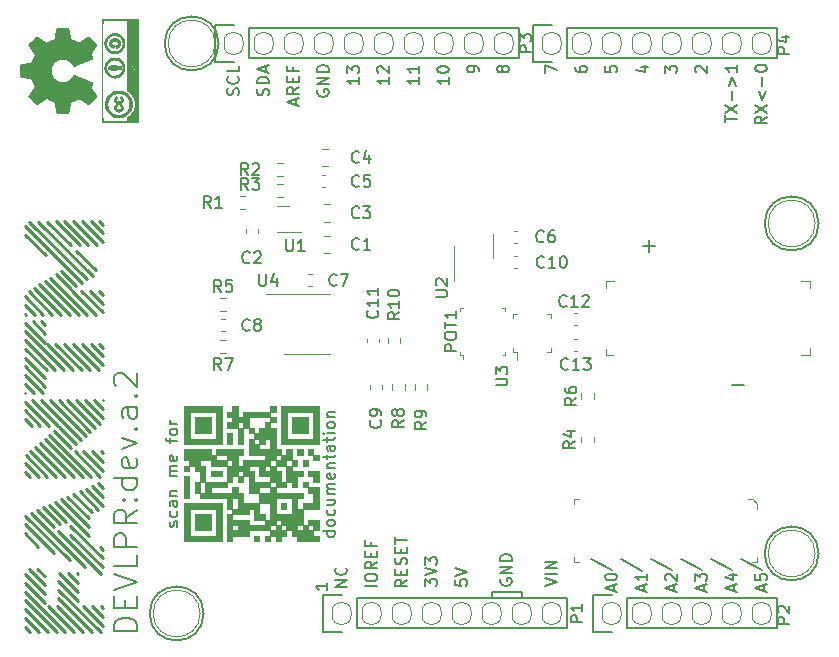
<source format=gbr>
G04 #@! TF.GenerationSoftware,KiCad,Pcbnew,(5.1.8)-1*
G04 #@! TF.CreationDate,2021-04-08T11:54:22-05:00*
G04 #@! TF.ProjectId,DEVLPR,4445564c-5052-42e6-9b69-6361645f7063,rev?*
G04 #@! TF.SameCoordinates,Original*
G04 #@! TF.FileFunction,Legend,Top*
G04 #@! TF.FilePolarity,Positive*
%FSLAX46Y46*%
G04 Gerber Fmt 4.6, Leading zero omitted, Abs format (unit mm)*
G04 Created by KiCad (PCBNEW (5.1.8)-1) date 2021-04-08 11:54:22*
%MOMM*%
%LPD*%
G01*
G04 APERTURE LIST*
%ADD10C,0.250000*%
%ADD11C,0.200000*%
%ADD12C,0.150000*%
%ADD13C,0.010000*%
%ADD14C,0.120000*%
%ADD15C,0.100000*%
G04 APERTURE END LIST*
D10*
X116133692Y-96504565D02*
X118155648Y-98526522D01*
X115468628Y-90635788D02*
X117489082Y-92656246D01*
X114727403Y-90637914D02*
X116750360Y-92660870D01*
X113986178Y-90640040D02*
X116011636Y-92665497D01*
X113244949Y-90642172D02*
X117848363Y-95245609D01*
X112503602Y-90644291D02*
X117389537Y-95530228D01*
X117620520Y-96504568D02*
X118715790Y-97599832D01*
X113528464Y-99103042D02*
X113853493Y-99428068D01*
X114738284Y-95109152D02*
X116013260Y-96384131D01*
X118430031Y-101030953D02*
X118715790Y-101316713D01*
X112431443Y-96519195D02*
X114438768Y-98526519D01*
X112892785Y-96237188D02*
X115182119Y-98526519D01*
X112132428Y-97707007D02*
X112951939Y-98526519D01*
X118363873Y-96504562D02*
X118715792Y-96856479D01*
X112132426Y-91016470D02*
X116930820Y-95814864D01*
X117686551Y-101030954D02*
X118715787Y-102060191D01*
X116943200Y-101030954D02*
X118715787Y-102803543D01*
X115456374Y-101030953D02*
X117675924Y-103250501D01*
X116877063Y-96504546D02*
X118715812Y-98343285D01*
X112132426Y-96963532D02*
X113695415Y-98526519D01*
X116448842Y-93102704D02*
X118123259Y-94777121D01*
X112132430Y-91759942D02*
X113886265Y-93513763D01*
X113354255Y-95955178D02*
X115925596Y-98526518D01*
X114276940Y-95391164D02*
X117412298Y-98526522D01*
X116199850Y-101030954D02*
X118419400Y-103250504D01*
X115199640Y-94827131D02*
X116471996Y-96099480D01*
X113815597Y-95673170D02*
X116668945Y-98526522D01*
X114713021Y-101030954D02*
X116932571Y-103250504D01*
X112132423Y-103654066D02*
X113656771Y-105178411D01*
X114604094Y-108355911D02*
X116056031Y-109807850D01*
X113794588Y-109033108D02*
X117009356Y-112247876D01*
X113493570Y-105758561D02*
X116865662Y-109130655D01*
X112132426Y-107370945D02*
X112683185Y-107921708D01*
X112132423Y-104397418D02*
X112913418Y-105178411D01*
X112132426Y-105140766D02*
X112170069Y-105178411D01*
X112750219Y-105758558D02*
X114913365Y-107921705D01*
X112984953Y-109710305D02*
X115522528Y-112247880D01*
X118534824Y-123181298D02*
X118715785Y-123362259D01*
X115008910Y-108017251D02*
X116460847Y-109469190D01*
X115788654Y-120435124D02*
X116609039Y-121255512D01*
X116229487Y-113698190D02*
X117792851Y-115261554D01*
X112132426Y-111087830D02*
X113292473Y-112247878D01*
X115969613Y-117155199D02*
X118715785Y-119901371D01*
X116532130Y-120435124D02*
X116609039Y-120512036D01*
X112132426Y-105884244D02*
X114169889Y-107921705D01*
X115045301Y-120435124D02*
X116609039Y-121998861D01*
X118515816Y-118214701D02*
X118715787Y-118414670D01*
X112785111Y-99103042D02*
X113853491Y-100171421D01*
X112132428Y-98450358D02*
X112208589Y-98526519D01*
X112132423Y-99193707D02*
X113853488Y-100914769D01*
X112132423Y-106627595D02*
X113426536Y-107921708D01*
X117819738Y-110084733D02*
X118715787Y-110980780D01*
X116332912Y-110084728D02*
X118496060Y-112247878D01*
X113389736Y-109371677D02*
X116265978Y-112247903D01*
X118697279Y-105758561D02*
X118715792Y-105777074D01*
X118298591Y-112793760D02*
X118715787Y-113210959D01*
X112132426Y-111831306D02*
X112548998Y-112247878D01*
X112132423Y-117035017D02*
X113262457Y-118165051D01*
X113969666Y-101030950D02*
X116189218Y-103250499D01*
X113125894Y-115054956D02*
X114570827Y-116499889D01*
X117953928Y-105758561D02*
X118715790Y-106520420D01*
X114893730Y-116822790D02*
X118545333Y-120474392D01*
X112132423Y-99937057D02*
X115445868Y-103250499D01*
X117781346Y-113019868D02*
X118715787Y-113954307D01*
X117791474Y-123181298D02*
X118715787Y-124105609D01*
X114935000Y-121068176D02*
X116609042Y-122742215D01*
X112608649Y-115281063D02*
X117224707Y-119897122D01*
X117210450Y-105758561D02*
X118715787Y-107263898D01*
X112132426Y-100680534D02*
X114702390Y-103250499D01*
X117048123Y-123181298D02*
X118715787Y-124848960D01*
X112132423Y-102910712D02*
X113853491Y-104631778D01*
X117076387Y-110084730D02*
X118715787Y-111724130D01*
X114160383Y-114602616D02*
X115643209Y-116085442D01*
X114236918Y-105758561D02*
X117270478Y-108792120D01*
X114199277Y-108694448D02*
X117752709Y-112247878D01*
X112175444Y-110387498D02*
X114035824Y-112247878D01*
X116467100Y-105758561D02*
X118484804Y-107776265D01*
X112132423Y-101423886D02*
X113959039Y-103250499D01*
X115723747Y-105758558D02*
X118080111Y-108114922D01*
X112132426Y-102167235D02*
X113853488Y-103888300D01*
X114980271Y-105758561D02*
X117675171Y-108453460D01*
X117264016Y-113245934D02*
X118715769Y-114697681D01*
X112580135Y-110048838D02*
X114779177Y-112247880D01*
X115194998Y-114150403D02*
X117568368Y-116523777D01*
X112132426Y-116291541D02*
X114583333Y-118742449D01*
X116746730Y-113472083D02*
X118329478Y-115054833D01*
X115969615Y-116411848D02*
X118715785Y-119158020D01*
X112132423Y-115548188D02*
X115904081Y-119319849D01*
X115712244Y-113924296D02*
X117568370Y-115780424D01*
X114677626Y-114376511D02*
X117568370Y-117267252D01*
X113643137Y-114828724D02*
X115107081Y-116292667D01*
X118563089Y-110084730D02*
X118715787Y-110237427D01*
X116951205Y-90631536D02*
X118715790Y-92396122D01*
X116209980Y-90633662D02*
X118227934Y-92651617D01*
X118433781Y-90627283D02*
X118715792Y-90909290D01*
X117692432Y-90629407D02*
X118715790Y-91652768D01*
X112429567Y-120049569D02*
X113806465Y-121426467D01*
X112132426Y-121982605D02*
X115550665Y-125400848D01*
X114817944Y-123181298D02*
X117037494Y-125400848D01*
X114074593Y-123181298D02*
X116294143Y-125400848D01*
X112132426Y-121239131D02*
X113806468Y-122913170D01*
X112132426Y-124212784D02*
X113320486Y-125400848D01*
X112132423Y-120495778D02*
X113806465Y-122169819D01*
X112132423Y-124956137D02*
X112577133Y-125400848D01*
X112132423Y-123469307D02*
X114063962Y-125400848D01*
X112132426Y-122725957D02*
X114807314Y-125400848D01*
X114935000Y-121811651D02*
X118524197Y-125400846D01*
X113172917Y-120049569D02*
X113806465Y-120683117D01*
X114935000Y-122555000D02*
X117780844Y-125400848D01*
D11*
X132738761Y-79954285D02*
X132786380Y-79811428D01*
X132786380Y-79573333D01*
X132738761Y-79478095D01*
X132691142Y-79430476D01*
X132595904Y-79382857D01*
X132500666Y-79382857D01*
X132405428Y-79430476D01*
X132357809Y-79478095D01*
X132310190Y-79573333D01*
X132262571Y-79763809D01*
X132214952Y-79859047D01*
X132167333Y-79906666D01*
X132072095Y-79954285D01*
X131976857Y-79954285D01*
X131881619Y-79906666D01*
X131834000Y-79859047D01*
X131786380Y-79763809D01*
X131786380Y-79525714D01*
X131834000Y-79382857D01*
X132786380Y-78954285D02*
X131786380Y-78954285D01*
X131786380Y-78716190D01*
X131834000Y-78573333D01*
X131929238Y-78478095D01*
X132024476Y-78430476D01*
X132214952Y-78382857D01*
X132357809Y-78382857D01*
X132548285Y-78430476D01*
X132643523Y-78478095D01*
X132738761Y-78573333D01*
X132786380Y-78716190D01*
X132786380Y-78954285D01*
X132500666Y-78001904D02*
X132500666Y-77525714D01*
X132786380Y-78097142D02*
X131786380Y-77763809D01*
X132786380Y-77430476D01*
X130198761Y-79930476D02*
X130246380Y-79787619D01*
X130246380Y-79549523D01*
X130198761Y-79454285D01*
X130151142Y-79406666D01*
X130055904Y-79359047D01*
X129960666Y-79359047D01*
X129865428Y-79406666D01*
X129817809Y-79454285D01*
X129770190Y-79549523D01*
X129722571Y-79740000D01*
X129674952Y-79835238D01*
X129627333Y-79882857D01*
X129532095Y-79930476D01*
X129436857Y-79930476D01*
X129341619Y-79882857D01*
X129294000Y-79835238D01*
X129246380Y-79740000D01*
X129246380Y-79501904D01*
X129294000Y-79359047D01*
X130151142Y-78359047D02*
X130198761Y-78406666D01*
X130246380Y-78549523D01*
X130246380Y-78644761D01*
X130198761Y-78787619D01*
X130103523Y-78882857D01*
X130008285Y-78930476D01*
X129817809Y-78978095D01*
X129674952Y-78978095D01*
X129484476Y-78930476D01*
X129389238Y-78882857D01*
X129294000Y-78787619D01*
X129246380Y-78644761D01*
X129246380Y-78549523D01*
X129294000Y-78406666D01*
X129341619Y-78359047D01*
X130246380Y-77454285D02*
X130246380Y-77930476D01*
X129246380Y-77930476D01*
X135040666Y-80740047D02*
X135040666Y-80263857D01*
X135326380Y-80835285D02*
X134326380Y-80501952D01*
X135326380Y-80168619D01*
X135326380Y-79263857D02*
X134850190Y-79597190D01*
X135326380Y-79835285D02*
X134326380Y-79835285D01*
X134326380Y-79454333D01*
X134374000Y-79359095D01*
X134421619Y-79311476D01*
X134516857Y-79263857D01*
X134659714Y-79263857D01*
X134754952Y-79311476D01*
X134802571Y-79359095D01*
X134850190Y-79454333D01*
X134850190Y-79835285D01*
X134802571Y-78835285D02*
X134802571Y-78501952D01*
X135326380Y-78359095D02*
X135326380Y-78835285D01*
X134326380Y-78835285D01*
X134326380Y-78359095D01*
X134802571Y-77597190D02*
X134802571Y-77930523D01*
X135326380Y-77930523D02*
X134326380Y-77930523D01*
X134326380Y-77454333D01*
X136914000Y-79501904D02*
X136866380Y-79597142D01*
X136866380Y-79740000D01*
X136914000Y-79882857D01*
X137009238Y-79978095D01*
X137104476Y-80025714D01*
X137294952Y-80073333D01*
X137437809Y-80073333D01*
X137628285Y-80025714D01*
X137723523Y-79978095D01*
X137818761Y-79882857D01*
X137866380Y-79740000D01*
X137866380Y-79644761D01*
X137818761Y-79501904D01*
X137771142Y-79454285D01*
X137437809Y-79454285D01*
X137437809Y-79644761D01*
X137866380Y-79025714D02*
X136866380Y-79025714D01*
X137866380Y-78454285D01*
X136866380Y-78454285D01*
X137866380Y-77978095D02*
X136866380Y-77978095D01*
X136866380Y-77740000D01*
X136914000Y-77597142D01*
X137009238Y-77501904D01*
X137104476Y-77454285D01*
X137294952Y-77406666D01*
X137437809Y-77406666D01*
X137628285Y-77454285D01*
X137723523Y-77501904D01*
X137818761Y-77597142D01*
X137866380Y-77740000D01*
X137866380Y-77978095D01*
X140406380Y-78422476D02*
X140406380Y-78993904D01*
X140406380Y-78708190D02*
X139406380Y-78708190D01*
X139549238Y-78803428D01*
X139644476Y-78898666D01*
X139692095Y-78993904D01*
X139406380Y-78089142D02*
X139406380Y-77470095D01*
X139787333Y-77803428D01*
X139787333Y-77660571D01*
X139834952Y-77565333D01*
X139882571Y-77517714D01*
X139977809Y-77470095D01*
X140215904Y-77470095D01*
X140311142Y-77517714D01*
X140358761Y-77565333D01*
X140406380Y-77660571D01*
X140406380Y-77946285D01*
X140358761Y-78041523D01*
X140311142Y-78089142D01*
X142946380Y-78422476D02*
X142946380Y-78993904D01*
X142946380Y-78708190D02*
X141946380Y-78708190D01*
X142089238Y-78803428D01*
X142184476Y-78898666D01*
X142232095Y-78993904D01*
X142041619Y-78041523D02*
X141994000Y-77993904D01*
X141946380Y-77898666D01*
X141946380Y-77660571D01*
X141994000Y-77565333D01*
X142041619Y-77517714D01*
X142136857Y-77470095D01*
X142232095Y-77470095D01*
X142374952Y-77517714D01*
X142946380Y-78089142D01*
X142946380Y-77470095D01*
X145486380Y-78422476D02*
X145486380Y-78993904D01*
X145486380Y-78708190D02*
X144486380Y-78708190D01*
X144629238Y-78803428D01*
X144724476Y-78898666D01*
X144772095Y-78993904D01*
X145486380Y-77470095D02*
X145486380Y-78041523D01*
X145486380Y-77755809D02*
X144486380Y-77755809D01*
X144629238Y-77851047D01*
X144724476Y-77946285D01*
X144772095Y-78041523D01*
X148026380Y-78422476D02*
X148026380Y-78993904D01*
X148026380Y-78708190D02*
X147026380Y-78708190D01*
X147169238Y-78803428D01*
X147264476Y-78898666D01*
X147312095Y-78993904D01*
X147026380Y-77803428D02*
X147026380Y-77708190D01*
X147074000Y-77612952D01*
X147121619Y-77565333D01*
X147216857Y-77517714D01*
X147407333Y-77470095D01*
X147645428Y-77470095D01*
X147835904Y-77517714D01*
X147931142Y-77565333D01*
X147978761Y-77612952D01*
X148026380Y-77708190D01*
X148026380Y-77803428D01*
X147978761Y-77898666D01*
X147931142Y-77946285D01*
X147835904Y-77993904D01*
X147645428Y-78041523D01*
X147407333Y-78041523D01*
X147216857Y-77993904D01*
X147121619Y-77946285D01*
X147074000Y-77898666D01*
X147026380Y-77803428D01*
X150566380Y-77914476D02*
X150566380Y-77724000D01*
X150518761Y-77628761D01*
X150471142Y-77581142D01*
X150328285Y-77485904D01*
X150137809Y-77438285D01*
X149756857Y-77438285D01*
X149661619Y-77485904D01*
X149614000Y-77533523D01*
X149566380Y-77628761D01*
X149566380Y-77819238D01*
X149614000Y-77914476D01*
X149661619Y-77962095D01*
X149756857Y-78009714D01*
X149994952Y-78009714D01*
X150090190Y-77962095D01*
X150137809Y-77914476D01*
X150185428Y-77819238D01*
X150185428Y-77628761D01*
X150137809Y-77533523D01*
X150090190Y-77485904D01*
X149994952Y-77438285D01*
X152534952Y-77819238D02*
X152487333Y-77914476D01*
X152439714Y-77962095D01*
X152344476Y-78009714D01*
X152296857Y-78009714D01*
X152201619Y-77962095D01*
X152154000Y-77914476D01*
X152106380Y-77819238D01*
X152106380Y-77628761D01*
X152154000Y-77533523D01*
X152201619Y-77485904D01*
X152296857Y-77438285D01*
X152344476Y-77438285D01*
X152439714Y-77485904D01*
X152487333Y-77533523D01*
X152534952Y-77628761D01*
X152534952Y-77819238D01*
X152582571Y-77914476D01*
X152630190Y-77962095D01*
X152725428Y-78009714D01*
X152915904Y-78009714D01*
X153011142Y-77962095D01*
X153058761Y-77914476D01*
X153106380Y-77819238D01*
X153106380Y-77628761D01*
X153058761Y-77533523D01*
X153011142Y-77485904D01*
X152915904Y-77438285D01*
X152725428Y-77438285D01*
X152630190Y-77485904D01*
X152582571Y-77533523D01*
X152534952Y-77628761D01*
X156170380Y-78057333D02*
X156170380Y-77390666D01*
X157170380Y-77819238D01*
X158710380Y-77533523D02*
X158710380Y-77724000D01*
X158758000Y-77819238D01*
X158805619Y-77866857D01*
X158948476Y-77962095D01*
X159138952Y-78009714D01*
X159519904Y-78009714D01*
X159615142Y-77962095D01*
X159662761Y-77914476D01*
X159710380Y-77819238D01*
X159710380Y-77628761D01*
X159662761Y-77533523D01*
X159615142Y-77485904D01*
X159519904Y-77438285D01*
X159281809Y-77438285D01*
X159186571Y-77485904D01*
X159138952Y-77533523D01*
X159091333Y-77628761D01*
X159091333Y-77819238D01*
X159138952Y-77914476D01*
X159186571Y-77962095D01*
X159281809Y-78009714D01*
X161250380Y-77485904D02*
X161250380Y-77962095D01*
X161726571Y-78009714D01*
X161678952Y-77962095D01*
X161631333Y-77866857D01*
X161631333Y-77628761D01*
X161678952Y-77533523D01*
X161726571Y-77485904D01*
X161821809Y-77438285D01*
X162059904Y-77438285D01*
X162155142Y-77485904D01*
X162202761Y-77533523D01*
X162250380Y-77628761D01*
X162250380Y-77866857D01*
X162202761Y-77962095D01*
X162155142Y-78009714D01*
X164250714Y-77533523D02*
X164917380Y-77533523D01*
X163869761Y-77771619D02*
X164584047Y-78009714D01*
X164584047Y-77390666D01*
X166330380Y-78057333D02*
X166330380Y-77438285D01*
X166711333Y-77771619D01*
X166711333Y-77628761D01*
X166758952Y-77533523D01*
X166806571Y-77485904D01*
X166901809Y-77438285D01*
X167139904Y-77438285D01*
X167235142Y-77485904D01*
X167282761Y-77533523D01*
X167330380Y-77628761D01*
X167330380Y-77914476D01*
X167282761Y-78009714D01*
X167235142Y-78057333D01*
X168965619Y-78009714D02*
X168918000Y-77962095D01*
X168870380Y-77866857D01*
X168870380Y-77628761D01*
X168918000Y-77533523D01*
X168965619Y-77485904D01*
X169060857Y-77438285D01*
X169156095Y-77438285D01*
X169298952Y-77485904D01*
X169870380Y-78057333D01*
X169870380Y-77438285D01*
X171410380Y-82232190D02*
X171410380Y-81660761D01*
X172410380Y-81946476D02*
X171410380Y-81946476D01*
X171410380Y-81422666D02*
X172410380Y-80756000D01*
X171410380Y-80756000D02*
X172410380Y-81422666D01*
X172029428Y-80375047D02*
X172029428Y-79613142D01*
X171743714Y-79136952D02*
X172029428Y-78375047D01*
X172315142Y-79136952D01*
X172410380Y-77375047D02*
X172410380Y-77946476D01*
X172410380Y-77660761D02*
X171410380Y-77660761D01*
X171553238Y-77756000D01*
X171648476Y-77851238D01*
X171696095Y-77946476D01*
X174950380Y-81763952D02*
X174474190Y-82097285D01*
X174950380Y-82335380D02*
X173950380Y-82335380D01*
X173950380Y-81954428D01*
X173998000Y-81859190D01*
X174045619Y-81811571D01*
X174140857Y-81763952D01*
X174283714Y-81763952D01*
X174378952Y-81811571D01*
X174426571Y-81859190D01*
X174474190Y-81954428D01*
X174474190Y-82335380D01*
X173950380Y-81430619D02*
X174950380Y-80763952D01*
X173950380Y-80763952D02*
X174950380Y-81430619D01*
X174283714Y-79621095D02*
X174569428Y-80383000D01*
X174855142Y-79621095D01*
X174569428Y-79144904D02*
X174569428Y-78383000D01*
X173950380Y-77716333D02*
X173950380Y-77621095D01*
X173998000Y-77525857D01*
X174045619Y-77478238D01*
X174140857Y-77430619D01*
X174331333Y-77383000D01*
X174569428Y-77383000D01*
X174759904Y-77430619D01*
X174855142Y-77478238D01*
X174902761Y-77525857D01*
X174950380Y-77621095D01*
X174950380Y-77716333D01*
X174902761Y-77811571D01*
X174855142Y-77859190D01*
X174759904Y-77906809D01*
X174569428Y-77954428D01*
X174331333Y-77954428D01*
X174140857Y-77906809D01*
X174045619Y-77859190D01*
X173998000Y-77811571D01*
X173950380Y-77716333D01*
X156170380Y-121491238D02*
X157170380Y-121157904D01*
X156170380Y-120824571D01*
X157170380Y-120491238D02*
X156170380Y-120491238D01*
X157170380Y-120015047D02*
X156170380Y-120015047D01*
X157170380Y-119443619D01*
X156170380Y-119443619D01*
X139390380Y-121562714D02*
X138390380Y-121562714D01*
X139390380Y-120991285D01*
X138390380Y-120991285D01*
X139295142Y-119943666D02*
X139342761Y-119991285D01*
X139390380Y-120134142D01*
X139390380Y-120229380D01*
X139342761Y-120372238D01*
X139247523Y-120467476D01*
X139152285Y-120515095D01*
X138961809Y-120562714D01*
X138818952Y-120562714D01*
X138628476Y-120515095D01*
X138533238Y-120467476D01*
X138438000Y-120372238D01*
X138390380Y-120229380D01*
X138390380Y-120134142D01*
X138438000Y-119991285D01*
X138485619Y-119943666D01*
X141930380Y-121538761D02*
X140930380Y-121538761D01*
X140930380Y-120872095D02*
X140930380Y-120681619D01*
X140978000Y-120586380D01*
X141073238Y-120491142D01*
X141263714Y-120443523D01*
X141597047Y-120443523D01*
X141787523Y-120491142D01*
X141882761Y-120586380D01*
X141930380Y-120681619D01*
X141930380Y-120872095D01*
X141882761Y-120967333D01*
X141787523Y-121062571D01*
X141597047Y-121110190D01*
X141263714Y-121110190D01*
X141073238Y-121062571D01*
X140978000Y-120967333D01*
X140930380Y-120872095D01*
X141930380Y-119443523D02*
X141454190Y-119776857D01*
X141930380Y-120014952D02*
X140930380Y-120014952D01*
X140930380Y-119634000D01*
X140978000Y-119538761D01*
X141025619Y-119491142D01*
X141120857Y-119443523D01*
X141263714Y-119443523D01*
X141358952Y-119491142D01*
X141406571Y-119538761D01*
X141454190Y-119634000D01*
X141454190Y-120014952D01*
X141406571Y-119014952D02*
X141406571Y-118681619D01*
X141930380Y-118538761D02*
X141930380Y-119014952D01*
X140930380Y-119014952D01*
X140930380Y-118538761D01*
X141406571Y-117776857D02*
X141406571Y-118110190D01*
X141930380Y-118110190D02*
X140930380Y-118110190D01*
X140930380Y-117634000D01*
X144470380Y-120959380D02*
X143994190Y-121292714D01*
X144470380Y-121530809D02*
X143470380Y-121530809D01*
X143470380Y-121149857D01*
X143518000Y-121054619D01*
X143565619Y-121007000D01*
X143660857Y-120959380D01*
X143803714Y-120959380D01*
X143898952Y-121007000D01*
X143946571Y-121054619D01*
X143994190Y-121149857D01*
X143994190Y-121530809D01*
X143946571Y-120530809D02*
X143946571Y-120197476D01*
X144470380Y-120054619D02*
X144470380Y-120530809D01*
X143470380Y-120530809D01*
X143470380Y-120054619D01*
X144422761Y-119673666D02*
X144470380Y-119530809D01*
X144470380Y-119292714D01*
X144422761Y-119197476D01*
X144375142Y-119149857D01*
X144279904Y-119102238D01*
X144184666Y-119102238D01*
X144089428Y-119149857D01*
X144041809Y-119197476D01*
X143994190Y-119292714D01*
X143946571Y-119483190D01*
X143898952Y-119578428D01*
X143851333Y-119626047D01*
X143756095Y-119673666D01*
X143660857Y-119673666D01*
X143565619Y-119626047D01*
X143518000Y-119578428D01*
X143470380Y-119483190D01*
X143470380Y-119245095D01*
X143518000Y-119102238D01*
X143946571Y-118673666D02*
X143946571Y-118340333D01*
X144470380Y-118197476D02*
X144470380Y-118673666D01*
X143470380Y-118673666D01*
X143470380Y-118197476D01*
X143470380Y-117911761D02*
X143470380Y-117340333D01*
X144470380Y-117626047D02*
X143470380Y-117626047D01*
X146010380Y-121507095D02*
X146010380Y-120888047D01*
X146391333Y-121221380D01*
X146391333Y-121078523D01*
X146438952Y-120983285D01*
X146486571Y-120935666D01*
X146581809Y-120888047D01*
X146819904Y-120888047D01*
X146915142Y-120935666D01*
X146962761Y-120983285D01*
X147010380Y-121078523D01*
X147010380Y-121364238D01*
X146962761Y-121459476D01*
X146915142Y-121507095D01*
X146010380Y-120602333D02*
X147010380Y-120269000D01*
X146010380Y-119935666D01*
X146010380Y-119697571D02*
X146010380Y-119078523D01*
X146391333Y-119411857D01*
X146391333Y-119269000D01*
X146438952Y-119173761D01*
X146486571Y-119126142D01*
X146581809Y-119078523D01*
X146819904Y-119078523D01*
X146915142Y-119126142D01*
X146962761Y-119173761D01*
X147010380Y-119269000D01*
X147010380Y-119554714D01*
X146962761Y-119649952D01*
X146915142Y-119697571D01*
D12*
X171958000Y-104521000D02*
X172974000Y-104521000D01*
X164973000Y-93218000D02*
X164973000Y-92202000D01*
X164465000Y-92710000D02*
X165481000Y-92710000D01*
X151638000Y-122047000D02*
X154178000Y-122047000D01*
X154178000Y-122555000D02*
X154178000Y-122047000D01*
X160020000Y-119253000D02*
X161798000Y-120142000D01*
X162560000Y-119253000D02*
X164338000Y-120269000D01*
X165100000Y-119253000D02*
X166878000Y-120142000D01*
X167640000Y-119253000D02*
X169418000Y-120142000D01*
X170180000Y-119253000D02*
X171958000Y-120142000D01*
X172720000Y-119253000D02*
X174498000Y-120142000D01*
X151638000Y-122555000D02*
X151638000Y-122047000D01*
D11*
X152408000Y-120903904D02*
X152360380Y-120999142D01*
X152360380Y-121142000D01*
X152408000Y-121284857D01*
X152503238Y-121380095D01*
X152598476Y-121427714D01*
X152788952Y-121475333D01*
X152931809Y-121475333D01*
X153122285Y-121427714D01*
X153217523Y-121380095D01*
X153312761Y-121284857D01*
X153360380Y-121142000D01*
X153360380Y-121046761D01*
X153312761Y-120903904D01*
X153265142Y-120856285D01*
X152931809Y-120856285D01*
X152931809Y-121046761D01*
X153360380Y-120427714D02*
X152360380Y-120427714D01*
X153360380Y-119856285D01*
X152360380Y-119856285D01*
X153360380Y-119380095D02*
X152360380Y-119380095D01*
X152360380Y-119142000D01*
X152408000Y-118999142D01*
X152503238Y-118903904D01*
X152598476Y-118856285D01*
X152788952Y-118808666D01*
X152931809Y-118808666D01*
X153122285Y-118856285D01*
X153217523Y-118903904D01*
X153312761Y-118999142D01*
X153360380Y-119142000D01*
X153360380Y-119380095D01*
X148550380Y-120967476D02*
X148550380Y-121443666D01*
X149026571Y-121491285D01*
X148978952Y-121443666D01*
X148931333Y-121348428D01*
X148931333Y-121110333D01*
X148978952Y-121015095D01*
X149026571Y-120967476D01*
X149121809Y-120919857D01*
X149359904Y-120919857D01*
X149455142Y-120967476D01*
X149502761Y-121015095D01*
X149550380Y-121110333D01*
X149550380Y-121348428D01*
X149502761Y-121443666D01*
X149455142Y-121491285D01*
X148550380Y-120634142D02*
X149550380Y-120300809D01*
X148550380Y-119967476D01*
X174664666Y-121872285D02*
X174664666Y-121396095D01*
X174950380Y-121967523D02*
X173950380Y-121634190D01*
X174950380Y-121300857D01*
X173950380Y-120491333D02*
X173950380Y-120967523D01*
X174426571Y-121015142D01*
X174378952Y-120967523D01*
X174331333Y-120872285D01*
X174331333Y-120634190D01*
X174378952Y-120538952D01*
X174426571Y-120491333D01*
X174521809Y-120443714D01*
X174759904Y-120443714D01*
X174855142Y-120491333D01*
X174902761Y-120538952D01*
X174950380Y-120634190D01*
X174950380Y-120872285D01*
X174902761Y-120967523D01*
X174855142Y-121015142D01*
X172124666Y-121872285D02*
X172124666Y-121396095D01*
X172410380Y-121967523D02*
X171410380Y-121634190D01*
X172410380Y-121300857D01*
X171743714Y-120538952D02*
X172410380Y-120538952D01*
X171362761Y-120777047D02*
X172077047Y-121015142D01*
X172077047Y-120396095D01*
X169584666Y-121872285D02*
X169584666Y-121396095D01*
X169870380Y-121967523D02*
X168870380Y-121634190D01*
X169870380Y-121300857D01*
X168870380Y-121062761D02*
X168870380Y-120443714D01*
X169251333Y-120777047D01*
X169251333Y-120634190D01*
X169298952Y-120538952D01*
X169346571Y-120491333D01*
X169441809Y-120443714D01*
X169679904Y-120443714D01*
X169775142Y-120491333D01*
X169822761Y-120538952D01*
X169870380Y-120634190D01*
X169870380Y-120919904D01*
X169822761Y-121015142D01*
X169775142Y-121062761D01*
X167044666Y-121872285D02*
X167044666Y-121396095D01*
X167330380Y-121967523D02*
X166330380Y-121634190D01*
X167330380Y-121300857D01*
X166425619Y-121015142D02*
X166378000Y-120967523D01*
X166330380Y-120872285D01*
X166330380Y-120634190D01*
X166378000Y-120538952D01*
X166425619Y-120491333D01*
X166520857Y-120443714D01*
X166616095Y-120443714D01*
X166758952Y-120491333D01*
X167330380Y-121062761D01*
X167330380Y-120443714D01*
X164504666Y-121872285D02*
X164504666Y-121396095D01*
X164790380Y-121967523D02*
X163790380Y-121634190D01*
X164790380Y-121300857D01*
X164790380Y-120443714D02*
X164790380Y-121015142D01*
X164790380Y-120729428D02*
X163790380Y-120729428D01*
X163933238Y-120824666D01*
X164028476Y-120919904D01*
X164076095Y-121015142D01*
X161964666Y-121872285D02*
X161964666Y-121396095D01*
X162250380Y-121967523D02*
X161250380Y-121634190D01*
X162250380Y-121300857D01*
X161250380Y-120777047D02*
X161250380Y-120681809D01*
X161298000Y-120586571D01*
X161345619Y-120538952D01*
X161440857Y-120491333D01*
X161631333Y-120443714D01*
X161869428Y-120443714D01*
X162059904Y-120491333D01*
X162155142Y-120538952D01*
X162202761Y-120586571D01*
X162250380Y-120681809D01*
X162250380Y-120777047D01*
X162202761Y-120872285D01*
X162155142Y-120919904D01*
X162059904Y-120967523D01*
X161869428Y-121015142D01*
X161631333Y-121015142D01*
X161440857Y-120967523D01*
X161345619Y-120919904D01*
X161298000Y-120872285D01*
X161250380Y-120777047D01*
D12*
X121655761Y-125331761D02*
X119655761Y-125331761D01*
X119655761Y-124855571D01*
X119751000Y-124569857D01*
X119941476Y-124379380D01*
X120131952Y-124284142D01*
X120512904Y-124188904D01*
X120798619Y-124188904D01*
X121179571Y-124284142D01*
X121370047Y-124379380D01*
X121560523Y-124569857D01*
X121655761Y-124855571D01*
X121655761Y-125331761D01*
X120608142Y-123331761D02*
X120608142Y-122665095D01*
X121655761Y-122379380D02*
X121655761Y-123331761D01*
X119655761Y-123331761D01*
X119655761Y-122379380D01*
X119655761Y-121807952D02*
X121655761Y-121141285D01*
X119655761Y-120474619D01*
X121655761Y-118855571D02*
X121655761Y-119807952D01*
X119655761Y-119807952D01*
X121655761Y-118188904D02*
X119655761Y-118188904D01*
X119655761Y-117427000D01*
X119751000Y-117236523D01*
X119846238Y-117141285D01*
X120036714Y-117046047D01*
X120322428Y-117046047D01*
X120512904Y-117141285D01*
X120608142Y-117236523D01*
X120703380Y-117427000D01*
X120703380Y-118188904D01*
X121655761Y-115046047D02*
X120703380Y-115712714D01*
X121655761Y-116188904D02*
X119655761Y-116188904D01*
X119655761Y-115427000D01*
X119751000Y-115236523D01*
X119846238Y-115141285D01*
X120036714Y-115046047D01*
X120322428Y-115046047D01*
X120512904Y-115141285D01*
X120608142Y-115236523D01*
X120703380Y-115427000D01*
X120703380Y-116188904D01*
X121465285Y-114188904D02*
X121560523Y-114093666D01*
X121655761Y-114188904D01*
X121560523Y-114284142D01*
X121465285Y-114188904D01*
X121655761Y-114188904D01*
X120417666Y-114188904D02*
X120512904Y-114093666D01*
X120608142Y-114188904D01*
X120512904Y-114284142D01*
X120417666Y-114188904D01*
X120608142Y-114188904D01*
X121655761Y-112379380D02*
X119655761Y-112379380D01*
X121560523Y-112379380D02*
X121655761Y-112569857D01*
X121655761Y-112950809D01*
X121560523Y-113141285D01*
X121465285Y-113236523D01*
X121274809Y-113331761D01*
X120703380Y-113331761D01*
X120512904Y-113236523D01*
X120417666Y-113141285D01*
X120322428Y-112950809D01*
X120322428Y-112569857D01*
X120417666Y-112379380D01*
X121560523Y-110665095D02*
X121655761Y-110855571D01*
X121655761Y-111236523D01*
X121560523Y-111427000D01*
X121370047Y-111522238D01*
X120608142Y-111522238D01*
X120417666Y-111427000D01*
X120322428Y-111236523D01*
X120322428Y-110855571D01*
X120417666Y-110665095D01*
X120608142Y-110569857D01*
X120798619Y-110569857D01*
X120989095Y-111522238D01*
X120322428Y-109903190D02*
X121655761Y-109427000D01*
X120322428Y-108950809D01*
X121465285Y-108188904D02*
X121560523Y-108093666D01*
X121655761Y-108188904D01*
X121560523Y-108284142D01*
X121465285Y-108188904D01*
X121655761Y-108188904D01*
X121655761Y-106379380D02*
X120608142Y-106379380D01*
X120417666Y-106474619D01*
X120322428Y-106665095D01*
X120322428Y-107046047D01*
X120417666Y-107236523D01*
X121560523Y-106379380D02*
X121655761Y-106569857D01*
X121655761Y-107046047D01*
X121560523Y-107236523D01*
X121370047Y-107331761D01*
X121179571Y-107331761D01*
X120989095Y-107236523D01*
X120893857Y-107046047D01*
X120893857Y-106569857D01*
X120798619Y-106379380D01*
X121465285Y-105427000D02*
X121560523Y-105331761D01*
X121655761Y-105427000D01*
X121560523Y-105522238D01*
X121465285Y-105427000D01*
X121655761Y-105427000D01*
X119846238Y-104569857D02*
X119751000Y-104474619D01*
X119655761Y-104284142D01*
X119655761Y-103807952D01*
X119751000Y-103617476D01*
X119846238Y-103522238D01*
X120036714Y-103427000D01*
X120227190Y-103427000D01*
X120512904Y-103522238D01*
X121655761Y-104665095D01*
X121655761Y-103427000D01*
X137739380Y-121253285D02*
X137739380Y-121824714D01*
X137739380Y-121539000D02*
X136739380Y-121539000D01*
X136882238Y-121634238D01*
X136977476Y-121729476D01*
X137025095Y-121824714D01*
D13*
G36*
X136093200Y-108559600D02*
G01*
X134721600Y-108559600D01*
X134721600Y-107188000D01*
X136093200Y-107188000D01*
X136093200Y-108559600D01*
G37*
X136093200Y-108559600D02*
X134721600Y-108559600D01*
X134721600Y-107188000D01*
X136093200Y-107188000D01*
X136093200Y-108559600D01*
G36*
X127863600Y-108559600D02*
G01*
X126492000Y-108559600D01*
X126492000Y-107188000D01*
X127863600Y-107188000D01*
X127863600Y-108559600D01*
G37*
X127863600Y-108559600D02*
X126492000Y-108559600D01*
X126492000Y-107188000D01*
X127863600Y-107188000D01*
X127863600Y-108559600D01*
G36*
X134264400Y-114960400D02*
G01*
X133807200Y-114960400D01*
X133807200Y-114503200D01*
X134264400Y-114503200D01*
X134264400Y-114960400D01*
G37*
X134264400Y-114960400D02*
X133807200Y-114960400D01*
X133807200Y-114503200D01*
X134264400Y-114503200D01*
X134264400Y-114960400D01*
G36*
X128778000Y-112217200D02*
G01*
X127863600Y-112217200D01*
X127863600Y-111760000D01*
X128778000Y-111760000D01*
X128778000Y-112217200D01*
G37*
X128778000Y-112217200D02*
X127863600Y-112217200D01*
X127863600Y-111760000D01*
X128778000Y-111760000D01*
X128778000Y-112217200D01*
G36*
X130606800Y-112674400D02*
G01*
X130149600Y-112674400D01*
X130149600Y-112217200D01*
X130606800Y-112217200D01*
X130606800Y-112674400D01*
G37*
X130606800Y-112674400D02*
X130149600Y-112674400D01*
X130149600Y-112217200D01*
X130606800Y-112217200D01*
X130606800Y-112674400D01*
G36*
X127863600Y-116789200D02*
G01*
X126492000Y-116789200D01*
X126492000Y-115417600D01*
X127863600Y-115417600D01*
X127863600Y-116789200D01*
G37*
X127863600Y-116789200D02*
X126492000Y-116789200D01*
X126492000Y-115417600D01*
X127863600Y-115417600D01*
X127863600Y-116789200D01*
G36*
X137007600Y-109474000D02*
G01*
X133807200Y-109474000D01*
X133807200Y-106730800D01*
X134315200Y-106730800D01*
X134315200Y-109016800D01*
X136550400Y-109016800D01*
X136550400Y-106730800D01*
X134315200Y-106730800D01*
X133807200Y-106730800D01*
X133807200Y-106273600D01*
X137007600Y-106273600D01*
X137007600Y-109474000D01*
G37*
X137007600Y-109474000D02*
X133807200Y-109474000D01*
X133807200Y-106730800D01*
X134315200Y-106730800D01*
X134315200Y-109016800D01*
X136550400Y-109016800D01*
X136550400Y-106730800D01*
X134315200Y-106730800D01*
X133807200Y-106730800D01*
X133807200Y-106273600D01*
X137007600Y-106273600D01*
X137007600Y-109474000D01*
G36*
X129692400Y-109474000D02*
G01*
X129235200Y-109474000D01*
X129235200Y-108559600D01*
X129692400Y-108559600D01*
X129692400Y-109474000D01*
G37*
X129692400Y-109474000D02*
X129235200Y-109474000D01*
X129235200Y-108559600D01*
X129692400Y-108559600D01*
X129692400Y-109474000D01*
G36*
X128778000Y-109474000D02*
G01*
X125577600Y-109474000D01*
X125577600Y-106730800D01*
X126085600Y-106730800D01*
X126085600Y-109016800D01*
X128320800Y-109016800D01*
X128320800Y-106730800D01*
X126085600Y-106730800D01*
X125577600Y-106730800D01*
X125577600Y-106273600D01*
X128778000Y-106273600D01*
X128778000Y-109474000D01*
G37*
X128778000Y-109474000D02*
X125577600Y-109474000D01*
X125577600Y-106730800D01*
X126085600Y-106730800D01*
X126085600Y-109016800D01*
X128320800Y-109016800D01*
X128320800Y-106730800D01*
X126085600Y-106730800D01*
X125577600Y-106730800D01*
X125577600Y-106273600D01*
X128778000Y-106273600D01*
X128778000Y-109474000D01*
G36*
X135636000Y-110388400D02*
G01*
X135178800Y-110388400D01*
X135178800Y-109931200D01*
X135636000Y-109931200D01*
X135636000Y-110388400D01*
G37*
X135636000Y-110388400D02*
X135178800Y-110388400D01*
X135178800Y-109931200D01*
X135636000Y-109931200D01*
X135636000Y-110388400D01*
G36*
X136093200Y-110388400D02*
G01*
X136093200Y-109931200D01*
X136550400Y-109931200D01*
X136550400Y-110388400D01*
X136093200Y-110388400D01*
G37*
X136093200Y-110388400D02*
X136093200Y-109931200D01*
X136550400Y-109931200D01*
X136550400Y-110388400D01*
X136093200Y-110388400D01*
G36*
X137007600Y-110388400D02*
G01*
X137007600Y-110845600D01*
X136550400Y-110845600D01*
X136550400Y-110388400D01*
X137007600Y-110388400D01*
G37*
X137007600Y-110388400D02*
X137007600Y-110845600D01*
X136550400Y-110845600D01*
X136550400Y-110388400D01*
X137007600Y-110388400D01*
G36*
X136093200Y-111302800D02*
G01*
X135636000Y-111302800D01*
X135636000Y-110845600D01*
X136093200Y-110845600D01*
X136093200Y-111302800D01*
G37*
X136093200Y-111302800D02*
X135636000Y-111302800D01*
X135636000Y-110845600D01*
X136093200Y-110845600D01*
X136093200Y-111302800D01*
G36*
X137007600Y-112674400D02*
G01*
X136550400Y-112674400D01*
X136550400Y-112217200D01*
X136093200Y-112217200D01*
X136093200Y-111760000D01*
X137007600Y-111760000D01*
X137007600Y-112674400D01*
G37*
X137007600Y-112674400D02*
X136550400Y-112674400D01*
X136550400Y-112217200D01*
X136093200Y-112217200D01*
X136093200Y-111760000D01*
X137007600Y-111760000D01*
X137007600Y-112674400D01*
G36*
X126034800Y-114046000D02*
G01*
X125577600Y-114046000D01*
X125577600Y-112217200D01*
X126034800Y-112217200D01*
X126034800Y-114046000D01*
G37*
X126034800Y-114046000D02*
X125577600Y-114046000D01*
X125577600Y-112217200D01*
X126034800Y-112217200D01*
X126034800Y-114046000D01*
G36*
X131978400Y-117703600D02*
G01*
X131521200Y-117703600D01*
X131521200Y-117246400D01*
X131978400Y-117246400D01*
X131978400Y-117703600D01*
G37*
X131978400Y-117703600D02*
X131521200Y-117703600D01*
X131521200Y-117246400D01*
X131978400Y-117246400D01*
X131978400Y-117703600D01*
G36*
X133350000Y-111760000D02*
G01*
X133807200Y-111760000D01*
X133807200Y-112674400D01*
X134264400Y-112674400D01*
X134264400Y-113131600D01*
X133350000Y-113131600D01*
X133350000Y-113588800D01*
X135636000Y-113588800D01*
X135636000Y-114046000D01*
X135178800Y-114046000D01*
X135178800Y-114960400D01*
X135636000Y-114960400D01*
X135636000Y-116332000D01*
X136093200Y-116332000D01*
X136093200Y-116789200D01*
X136550400Y-116789200D01*
X136550400Y-116332000D01*
X136093200Y-116332000D01*
X136093200Y-115874800D01*
X137007600Y-115874800D01*
X137007600Y-116789200D01*
X136550400Y-116789200D01*
X136550400Y-117246400D01*
X137007600Y-117246400D01*
X137007600Y-117703600D01*
X135178800Y-117703600D01*
X135178800Y-117246400D01*
X134721600Y-117246400D01*
X134721600Y-116789200D01*
X134264400Y-116789200D01*
X134264400Y-117246400D01*
X133807200Y-117246400D01*
X133807200Y-117703600D01*
X133350000Y-117703600D01*
X133350000Y-117246400D01*
X132892800Y-117246400D01*
X132892800Y-116789200D01*
X131064000Y-116789200D01*
X131064000Y-117246400D01*
X129692400Y-117246400D01*
X129692400Y-117703600D01*
X129235200Y-117703600D01*
X129235200Y-116332000D01*
X129692400Y-116332000D01*
X129692400Y-116789200D01*
X130149600Y-116789200D01*
X130149600Y-116332000D01*
X129692400Y-116332000D01*
X129235200Y-116332000D01*
X129235200Y-115417600D01*
X129692400Y-115417600D01*
X129692400Y-115874800D01*
X131064000Y-115874800D01*
X131064000Y-116332000D01*
X132435600Y-116332000D01*
X132892800Y-116332000D01*
X132892800Y-116789200D01*
X133350000Y-116789200D01*
X133350000Y-116332000D01*
X132892800Y-116332000D01*
X132435600Y-116332000D01*
X132435600Y-115874800D01*
X131521200Y-115874800D01*
X131521200Y-114960400D01*
X131064000Y-114960400D01*
X131064000Y-115417600D01*
X129692400Y-115417600D01*
X129692400Y-114960400D01*
X129235200Y-114960400D01*
X129235200Y-114046000D01*
X129692400Y-114046000D01*
X129692400Y-114960400D01*
X130149600Y-114960400D01*
X130149600Y-114046000D01*
X129692400Y-114046000D01*
X129235200Y-114046000D01*
X126949200Y-114046000D01*
X126949200Y-113588800D01*
X126492000Y-113588800D01*
X126492000Y-112674400D01*
X126949200Y-112674400D01*
X126949200Y-113588800D01*
X127406400Y-113588800D01*
X127406400Y-113131600D01*
X127863600Y-113131600D01*
X127863600Y-113588800D01*
X129692400Y-113588800D01*
X129692400Y-113131600D01*
X130149600Y-113131600D01*
X130149600Y-113588800D01*
X130606800Y-113588800D01*
X130606800Y-114503200D01*
X131978400Y-114503200D01*
X131978400Y-115417600D01*
X132435600Y-115417600D01*
X132435600Y-115874800D01*
X132892800Y-115874800D01*
X133350000Y-115874800D01*
X133350000Y-116332000D01*
X133807200Y-116332000D01*
X133807200Y-116789200D01*
X134264400Y-116789200D01*
X134264400Y-116332000D01*
X135178800Y-116332000D01*
X135178800Y-116789200D01*
X135636000Y-116789200D01*
X135636000Y-116332000D01*
X135178800Y-116332000D01*
X134264400Y-116332000D01*
X133807200Y-116332000D01*
X133807200Y-115874800D01*
X133350000Y-115874800D01*
X132892800Y-115874800D01*
X132892800Y-114503200D01*
X131978400Y-114503200D01*
X131978400Y-114046000D01*
X133350000Y-114046000D01*
X133350000Y-115417600D01*
X134721600Y-115417600D01*
X134721600Y-114046000D01*
X133350000Y-114046000D01*
X131978400Y-114046000D01*
X131978400Y-113588800D01*
X131064000Y-113588800D01*
X131064000Y-113131600D01*
X131978400Y-113131600D01*
X131978400Y-113588800D01*
X132892800Y-113588800D01*
X132892800Y-113131600D01*
X133350000Y-113131600D01*
X133350000Y-112674400D01*
X132892800Y-112674400D01*
X132892800Y-113131600D01*
X131978400Y-113131600D01*
X131064000Y-113131600D01*
X131064000Y-112217200D01*
X130606800Y-112217200D01*
X130606800Y-111760000D01*
X130149600Y-111760000D01*
X130149600Y-112217200D01*
X129692400Y-112217200D01*
X129692400Y-112674400D01*
X129235200Y-112674400D01*
X129235200Y-113131600D01*
X127863600Y-113131600D01*
X127406400Y-113131600D01*
X127406400Y-112674400D01*
X126949200Y-112674400D01*
X126949200Y-111760000D01*
X126492000Y-111760000D01*
X126492000Y-111302800D01*
X126034800Y-111302800D01*
X126034800Y-110845600D01*
X126949200Y-110845600D01*
X126949200Y-111302800D01*
X127406400Y-111302800D01*
X127406400Y-112674400D01*
X129235200Y-112674400D01*
X129235200Y-111302800D01*
X127863600Y-111302800D01*
X127863600Y-110845600D01*
X126949200Y-110845600D01*
X126034800Y-110845600D01*
X125577600Y-110845600D01*
X125577600Y-109931200D01*
X127863600Y-109931200D01*
X127863600Y-110388400D01*
X128320800Y-110388400D01*
X128320800Y-110845600D01*
X129235200Y-110845600D01*
X129235200Y-111302800D01*
X129692400Y-111302800D01*
X129692400Y-110845600D01*
X129235200Y-110845600D01*
X129235200Y-110388400D01*
X128320800Y-110388400D01*
X128320800Y-109931200D01*
X130606800Y-109931200D01*
X130606800Y-110388400D01*
X130149600Y-110388400D01*
X130149600Y-111302800D01*
X130606800Y-111302800D01*
X131064000Y-111302800D01*
X131064000Y-111760000D01*
X131521200Y-111760000D01*
X131521200Y-112674400D01*
X132892800Y-112674400D01*
X132892800Y-112217200D01*
X131978400Y-112217200D01*
X131978400Y-111302800D01*
X132435600Y-111302800D01*
X132435600Y-111760000D01*
X132892800Y-111760000D01*
X132892800Y-111302800D01*
X132435600Y-111302800D01*
X131978400Y-111302800D01*
X131064000Y-111302800D01*
X130606800Y-111302800D01*
X130606800Y-110845600D01*
X132435600Y-110845600D01*
X132892800Y-110845600D01*
X132892800Y-111302800D01*
X133350000Y-111302800D01*
X133350000Y-110845600D01*
X132892800Y-110845600D01*
X132435600Y-110845600D01*
X132435600Y-110388400D01*
X133350000Y-110388400D01*
X133350000Y-110845600D01*
X133807200Y-110845600D01*
X133807200Y-110388400D01*
X133350000Y-110388400D01*
X132435600Y-110388400D01*
X131064000Y-110388400D01*
X131064000Y-109931200D01*
X131978400Y-109931200D01*
X132892800Y-109931200D01*
X132892800Y-109016800D01*
X132435600Y-109016800D01*
X132435600Y-109474000D01*
X131978400Y-109474000D01*
X131978400Y-109931200D01*
X131064000Y-109931200D01*
X131064000Y-109016800D01*
X131521200Y-109016800D01*
X131521200Y-109474000D01*
X131978400Y-109474000D01*
X131978400Y-109016800D01*
X131521200Y-109016800D01*
X131521200Y-108559600D01*
X131978400Y-108559600D01*
X131978400Y-108102400D01*
X132435600Y-108102400D01*
X132435600Y-107645200D01*
X132892800Y-107645200D01*
X132892800Y-108102400D01*
X133350000Y-108102400D01*
X133350000Y-109931200D01*
X133807200Y-109931200D01*
X133807200Y-110388400D01*
X134264400Y-110388400D01*
X134264400Y-109931200D01*
X134721600Y-109931200D01*
X134721600Y-110845600D01*
X134264400Y-110845600D01*
X134264400Y-111302800D01*
X133350000Y-111302800D01*
X133350000Y-111760000D01*
G37*
X133350000Y-111760000D02*
X133807200Y-111760000D01*
X133807200Y-112674400D01*
X134264400Y-112674400D01*
X134264400Y-113131600D01*
X133350000Y-113131600D01*
X133350000Y-113588800D01*
X135636000Y-113588800D01*
X135636000Y-114046000D01*
X135178800Y-114046000D01*
X135178800Y-114960400D01*
X135636000Y-114960400D01*
X135636000Y-116332000D01*
X136093200Y-116332000D01*
X136093200Y-116789200D01*
X136550400Y-116789200D01*
X136550400Y-116332000D01*
X136093200Y-116332000D01*
X136093200Y-115874800D01*
X137007600Y-115874800D01*
X137007600Y-116789200D01*
X136550400Y-116789200D01*
X136550400Y-117246400D01*
X137007600Y-117246400D01*
X137007600Y-117703600D01*
X135178800Y-117703600D01*
X135178800Y-117246400D01*
X134721600Y-117246400D01*
X134721600Y-116789200D01*
X134264400Y-116789200D01*
X134264400Y-117246400D01*
X133807200Y-117246400D01*
X133807200Y-117703600D01*
X133350000Y-117703600D01*
X133350000Y-117246400D01*
X132892800Y-117246400D01*
X132892800Y-116789200D01*
X131064000Y-116789200D01*
X131064000Y-117246400D01*
X129692400Y-117246400D01*
X129692400Y-117703600D01*
X129235200Y-117703600D01*
X129235200Y-116332000D01*
X129692400Y-116332000D01*
X129692400Y-116789200D01*
X130149600Y-116789200D01*
X130149600Y-116332000D01*
X129692400Y-116332000D01*
X129235200Y-116332000D01*
X129235200Y-115417600D01*
X129692400Y-115417600D01*
X129692400Y-115874800D01*
X131064000Y-115874800D01*
X131064000Y-116332000D01*
X132435600Y-116332000D01*
X132892800Y-116332000D01*
X132892800Y-116789200D01*
X133350000Y-116789200D01*
X133350000Y-116332000D01*
X132892800Y-116332000D01*
X132435600Y-116332000D01*
X132435600Y-115874800D01*
X131521200Y-115874800D01*
X131521200Y-114960400D01*
X131064000Y-114960400D01*
X131064000Y-115417600D01*
X129692400Y-115417600D01*
X129692400Y-114960400D01*
X129235200Y-114960400D01*
X129235200Y-114046000D01*
X129692400Y-114046000D01*
X129692400Y-114960400D01*
X130149600Y-114960400D01*
X130149600Y-114046000D01*
X129692400Y-114046000D01*
X129235200Y-114046000D01*
X126949200Y-114046000D01*
X126949200Y-113588800D01*
X126492000Y-113588800D01*
X126492000Y-112674400D01*
X126949200Y-112674400D01*
X126949200Y-113588800D01*
X127406400Y-113588800D01*
X127406400Y-113131600D01*
X127863600Y-113131600D01*
X127863600Y-113588800D01*
X129692400Y-113588800D01*
X129692400Y-113131600D01*
X130149600Y-113131600D01*
X130149600Y-113588800D01*
X130606800Y-113588800D01*
X130606800Y-114503200D01*
X131978400Y-114503200D01*
X131978400Y-115417600D01*
X132435600Y-115417600D01*
X132435600Y-115874800D01*
X132892800Y-115874800D01*
X133350000Y-115874800D01*
X133350000Y-116332000D01*
X133807200Y-116332000D01*
X133807200Y-116789200D01*
X134264400Y-116789200D01*
X134264400Y-116332000D01*
X135178800Y-116332000D01*
X135178800Y-116789200D01*
X135636000Y-116789200D01*
X135636000Y-116332000D01*
X135178800Y-116332000D01*
X134264400Y-116332000D01*
X133807200Y-116332000D01*
X133807200Y-115874800D01*
X133350000Y-115874800D01*
X132892800Y-115874800D01*
X132892800Y-114503200D01*
X131978400Y-114503200D01*
X131978400Y-114046000D01*
X133350000Y-114046000D01*
X133350000Y-115417600D01*
X134721600Y-115417600D01*
X134721600Y-114046000D01*
X133350000Y-114046000D01*
X131978400Y-114046000D01*
X131978400Y-113588800D01*
X131064000Y-113588800D01*
X131064000Y-113131600D01*
X131978400Y-113131600D01*
X131978400Y-113588800D01*
X132892800Y-113588800D01*
X132892800Y-113131600D01*
X133350000Y-113131600D01*
X133350000Y-112674400D01*
X132892800Y-112674400D01*
X132892800Y-113131600D01*
X131978400Y-113131600D01*
X131064000Y-113131600D01*
X131064000Y-112217200D01*
X130606800Y-112217200D01*
X130606800Y-111760000D01*
X130149600Y-111760000D01*
X130149600Y-112217200D01*
X129692400Y-112217200D01*
X129692400Y-112674400D01*
X129235200Y-112674400D01*
X129235200Y-113131600D01*
X127863600Y-113131600D01*
X127406400Y-113131600D01*
X127406400Y-112674400D01*
X126949200Y-112674400D01*
X126949200Y-111760000D01*
X126492000Y-111760000D01*
X126492000Y-111302800D01*
X126034800Y-111302800D01*
X126034800Y-110845600D01*
X126949200Y-110845600D01*
X126949200Y-111302800D01*
X127406400Y-111302800D01*
X127406400Y-112674400D01*
X129235200Y-112674400D01*
X129235200Y-111302800D01*
X127863600Y-111302800D01*
X127863600Y-110845600D01*
X126949200Y-110845600D01*
X126034800Y-110845600D01*
X125577600Y-110845600D01*
X125577600Y-109931200D01*
X127863600Y-109931200D01*
X127863600Y-110388400D01*
X128320800Y-110388400D01*
X128320800Y-110845600D01*
X129235200Y-110845600D01*
X129235200Y-111302800D01*
X129692400Y-111302800D01*
X129692400Y-110845600D01*
X129235200Y-110845600D01*
X129235200Y-110388400D01*
X128320800Y-110388400D01*
X128320800Y-109931200D01*
X130606800Y-109931200D01*
X130606800Y-110388400D01*
X130149600Y-110388400D01*
X130149600Y-111302800D01*
X130606800Y-111302800D01*
X131064000Y-111302800D01*
X131064000Y-111760000D01*
X131521200Y-111760000D01*
X131521200Y-112674400D01*
X132892800Y-112674400D01*
X132892800Y-112217200D01*
X131978400Y-112217200D01*
X131978400Y-111302800D01*
X132435600Y-111302800D01*
X132435600Y-111760000D01*
X132892800Y-111760000D01*
X132892800Y-111302800D01*
X132435600Y-111302800D01*
X131978400Y-111302800D01*
X131064000Y-111302800D01*
X130606800Y-111302800D01*
X130606800Y-110845600D01*
X132435600Y-110845600D01*
X132892800Y-110845600D01*
X132892800Y-111302800D01*
X133350000Y-111302800D01*
X133350000Y-110845600D01*
X132892800Y-110845600D01*
X132435600Y-110845600D01*
X132435600Y-110388400D01*
X133350000Y-110388400D01*
X133350000Y-110845600D01*
X133807200Y-110845600D01*
X133807200Y-110388400D01*
X133350000Y-110388400D01*
X132435600Y-110388400D01*
X131064000Y-110388400D01*
X131064000Y-109931200D01*
X131978400Y-109931200D01*
X132892800Y-109931200D01*
X132892800Y-109016800D01*
X132435600Y-109016800D01*
X132435600Y-109474000D01*
X131978400Y-109474000D01*
X131978400Y-109931200D01*
X131064000Y-109931200D01*
X131064000Y-109016800D01*
X131521200Y-109016800D01*
X131521200Y-109474000D01*
X131978400Y-109474000D01*
X131978400Y-109016800D01*
X131521200Y-109016800D01*
X131521200Y-108559600D01*
X131978400Y-108559600D01*
X131978400Y-108102400D01*
X132435600Y-108102400D01*
X132435600Y-107645200D01*
X132892800Y-107645200D01*
X132892800Y-108102400D01*
X133350000Y-108102400D01*
X133350000Y-109931200D01*
X133807200Y-109931200D01*
X133807200Y-110388400D01*
X134264400Y-110388400D01*
X134264400Y-109931200D01*
X134721600Y-109931200D01*
X134721600Y-110845600D01*
X134264400Y-110845600D01*
X134264400Y-111302800D01*
X133350000Y-111302800D01*
X133350000Y-111760000D01*
G36*
X134721600Y-111760000D02*
G01*
X135636000Y-111760000D01*
X135636000Y-112217200D01*
X135178800Y-112217200D01*
X135178800Y-113131600D01*
X134721600Y-113131600D01*
X134721600Y-112674400D01*
X134264400Y-112674400D01*
X134264400Y-111302800D01*
X134721600Y-111302800D01*
X134721600Y-111760000D01*
G37*
X134721600Y-111760000D02*
X135636000Y-111760000D01*
X135636000Y-112217200D01*
X135178800Y-112217200D01*
X135178800Y-113131600D01*
X134721600Y-113131600D01*
X134721600Y-112674400D01*
X134264400Y-112674400D01*
X134264400Y-111302800D01*
X134721600Y-111302800D01*
X134721600Y-111760000D01*
G36*
X137007600Y-113131600D02*
G01*
X137007600Y-114960400D01*
X135636000Y-114960400D01*
X135636000Y-114503200D01*
X136550400Y-114503200D01*
X136550400Y-113588800D01*
X136093200Y-113588800D01*
X136093200Y-113131600D01*
X137007600Y-113131600D01*
G37*
X137007600Y-113131600D02*
X137007600Y-114960400D01*
X135636000Y-114960400D01*
X135636000Y-114503200D01*
X136550400Y-114503200D01*
X136550400Y-113588800D01*
X136093200Y-113588800D01*
X136093200Y-113131600D01*
X137007600Y-113131600D01*
G36*
X134721600Y-110845600D02*
G01*
X135178800Y-110845600D01*
X135178800Y-111302800D01*
X134721600Y-111302800D01*
X134721600Y-110845600D01*
G37*
X134721600Y-110845600D02*
X135178800Y-110845600D01*
X135178800Y-111302800D01*
X134721600Y-111302800D01*
X134721600Y-110845600D01*
G36*
X135636000Y-113131600D02*
G01*
X135636000Y-112674400D01*
X136093200Y-112674400D01*
X136093200Y-113131600D01*
X135636000Y-113131600D01*
G37*
X135636000Y-113131600D02*
X135636000Y-112674400D01*
X136093200Y-112674400D01*
X136093200Y-113131600D01*
X135636000Y-113131600D01*
G36*
X132892800Y-117703600D02*
G01*
X132435600Y-117703600D01*
X132435600Y-117246400D01*
X132892800Y-117246400D01*
X132892800Y-117703600D01*
G37*
X132892800Y-117703600D02*
X132435600Y-117703600D01*
X132435600Y-117246400D01*
X132892800Y-117246400D01*
X132892800Y-117703600D01*
G36*
X132892800Y-107188000D02*
G01*
X131064000Y-107188000D01*
X131064000Y-108102400D01*
X130606800Y-108102400D01*
X130606800Y-109474000D01*
X130149600Y-109474000D01*
X130149600Y-108102400D01*
X129235200Y-108102400D01*
X129235200Y-107645200D01*
X129692400Y-107645200D01*
X130149600Y-107645200D01*
X130149600Y-108102400D01*
X130606800Y-108102400D01*
X130606800Y-107645200D01*
X130149600Y-107645200D01*
X129692400Y-107645200D01*
X129692400Y-107188000D01*
X129235200Y-107188000D01*
X129235200Y-106730800D01*
X129692400Y-106730800D01*
X129692400Y-106273600D01*
X130149600Y-106273600D01*
X130149600Y-107188000D01*
X130606800Y-107188000D01*
X130606800Y-106730800D01*
X132892800Y-106730800D01*
X132892800Y-107188000D01*
G37*
X132892800Y-107188000D02*
X131064000Y-107188000D01*
X131064000Y-108102400D01*
X130606800Y-108102400D01*
X130606800Y-109474000D01*
X130149600Y-109474000D01*
X130149600Y-108102400D01*
X129235200Y-108102400D01*
X129235200Y-107645200D01*
X129692400Y-107645200D01*
X130149600Y-107645200D01*
X130149600Y-108102400D01*
X130606800Y-108102400D01*
X130606800Y-107645200D01*
X130149600Y-107645200D01*
X129692400Y-107645200D01*
X129692400Y-107188000D01*
X129235200Y-107188000D01*
X129235200Y-106730800D01*
X129692400Y-106730800D01*
X129692400Y-106273600D01*
X130149600Y-106273600D01*
X130149600Y-107188000D01*
X130606800Y-107188000D01*
X130606800Y-106730800D01*
X132892800Y-106730800D01*
X132892800Y-107188000D01*
G36*
X126034800Y-111760000D02*
G01*
X125577600Y-111760000D01*
X125577600Y-111302800D01*
X126034800Y-111302800D01*
X126034800Y-111760000D01*
G37*
X126034800Y-111760000D02*
X125577600Y-111760000D01*
X125577600Y-111302800D01*
X126034800Y-111302800D01*
X126034800Y-111760000D01*
G36*
X132892800Y-107188000D02*
G01*
X133350000Y-107188000D01*
X133350000Y-107645200D01*
X132892800Y-107645200D01*
X132892800Y-107188000D01*
G37*
X132892800Y-107188000D02*
X133350000Y-107188000D01*
X133350000Y-107645200D01*
X132892800Y-107645200D01*
X132892800Y-107188000D01*
G36*
X132892800Y-106273600D02*
G01*
X133350000Y-106273600D01*
X133350000Y-106730800D01*
X132892800Y-106730800D01*
X132892800Y-106273600D01*
G37*
X132892800Y-106273600D02*
X133350000Y-106273600D01*
X133350000Y-106730800D01*
X132892800Y-106730800D01*
X132892800Y-106273600D01*
G36*
X131064000Y-108559600D02*
G01*
X131064000Y-108102400D01*
X131521200Y-108102400D01*
X131521200Y-108559600D01*
X131064000Y-108559600D01*
G37*
X131064000Y-108559600D02*
X131064000Y-108102400D01*
X131521200Y-108102400D01*
X131521200Y-108559600D01*
X131064000Y-108559600D01*
G36*
X128778000Y-117703600D02*
G01*
X125577600Y-117703600D01*
X125577600Y-114960400D01*
X126085600Y-114960400D01*
X126085600Y-117246400D01*
X128320800Y-117246400D01*
X128320800Y-114960400D01*
X126085600Y-114960400D01*
X125577600Y-114960400D01*
X125577600Y-114503200D01*
X128778000Y-114503200D01*
X128778000Y-117703600D01*
G37*
X128778000Y-117703600D02*
X125577600Y-117703600D01*
X125577600Y-114960400D01*
X126085600Y-114960400D01*
X126085600Y-117246400D01*
X128320800Y-117246400D01*
X128320800Y-114960400D01*
X126085600Y-114960400D01*
X125577600Y-114960400D01*
X125577600Y-114503200D01*
X128778000Y-114503200D01*
X128778000Y-117703600D01*
G36*
X119263526Y-75486421D02*
G01*
X119269782Y-75444358D01*
X119270416Y-75441628D01*
X119294967Y-75368872D01*
X119331477Y-75303813D01*
X119379140Y-75247246D01*
X119437152Y-75199961D01*
X119504705Y-75162750D01*
X119580994Y-75136407D01*
X119581019Y-75136400D01*
X119638828Y-75125908D01*
X119702795Y-75121576D01*
X119767352Y-75123387D01*
X119826929Y-75131325D01*
X119851662Y-75137178D01*
X119928037Y-75165416D01*
X119995141Y-75204416D01*
X120052289Y-75253314D01*
X120098798Y-75311248D01*
X120133984Y-75377355D01*
X120157162Y-75450773D01*
X120167648Y-75530638D01*
X120167871Y-75535958D01*
X120168319Y-75570017D01*
X120167351Y-75602078D01*
X120165174Y-75626966D01*
X120163970Y-75633943D01*
X120142215Y-75704123D01*
X120109713Y-75765239D01*
X120065584Y-75818869D01*
X120055534Y-75828604D01*
X120013679Y-75862105D01*
X119966147Y-75888687D01*
X119909869Y-75909820D01*
X119857157Y-75923639D01*
X119837200Y-75928133D01*
X119837200Y-75717676D01*
X119857157Y-75713258D01*
X119891834Y-75704201D01*
X119916630Y-75693797D01*
X119936153Y-75679861D01*
X119944398Y-75671906D01*
X119968573Y-75640313D01*
X119983426Y-75603695D01*
X119990140Y-75558683D01*
X119990791Y-75539979D01*
X119986122Y-75488836D01*
X119970269Y-75446236D01*
X119942419Y-75410566D01*
X119914138Y-75388038D01*
X119880346Y-75367547D01*
X119847451Y-75353060D01*
X119811880Y-75343713D01*
X119770058Y-75338641D01*
X119718412Y-75336982D01*
X119702943Y-75337002D01*
X119643166Y-75339216D01*
X119594667Y-75345483D01*
X119554599Y-75356514D01*
X119520116Y-75373018D01*
X119497838Y-75388160D01*
X119470757Y-75417379D01*
X119451614Y-75455556D01*
X119440627Y-75499361D01*
X119438012Y-75545465D01*
X119443984Y-75590536D01*
X119458761Y-75631245D01*
X119480067Y-75661719D01*
X119502364Y-75680791D01*
X119528702Y-75697036D01*
X119553913Y-75707619D01*
X119568396Y-75710143D01*
X119578574Y-75707408D01*
X119582691Y-75696599D01*
X119583200Y-75684743D01*
X119584599Y-75667948D01*
X119588039Y-75659560D01*
X119588766Y-75659343D01*
X119595549Y-75664228D01*
X119610614Y-75677706D01*
X119632079Y-75698012D01*
X119658060Y-75723379D01*
X119673956Y-75739214D01*
X119753580Y-75819085D01*
X119583200Y-75989465D01*
X119583200Y-75955171D01*
X119582409Y-75934105D01*
X119578539Y-75923165D01*
X119569338Y-75917987D01*
X119563243Y-75916458D01*
X119488982Y-75893613D01*
X119423606Y-75860263D01*
X119367910Y-75817086D01*
X119322688Y-75764762D01*
X119288737Y-75703967D01*
X119276694Y-75672029D01*
X119267961Y-75633590D01*
X119262759Y-75586320D01*
X119261232Y-75535503D01*
X119263526Y-75486421D01*
G37*
X119263526Y-75486421D02*
X119269782Y-75444358D01*
X119270416Y-75441628D01*
X119294967Y-75368872D01*
X119331477Y-75303813D01*
X119379140Y-75247246D01*
X119437152Y-75199961D01*
X119504705Y-75162750D01*
X119580994Y-75136407D01*
X119581019Y-75136400D01*
X119638828Y-75125908D01*
X119702795Y-75121576D01*
X119767352Y-75123387D01*
X119826929Y-75131325D01*
X119851662Y-75137178D01*
X119928037Y-75165416D01*
X119995141Y-75204416D01*
X120052289Y-75253314D01*
X120098798Y-75311248D01*
X120133984Y-75377355D01*
X120157162Y-75450773D01*
X120167648Y-75530638D01*
X120167871Y-75535958D01*
X120168319Y-75570017D01*
X120167351Y-75602078D01*
X120165174Y-75626966D01*
X120163970Y-75633943D01*
X120142215Y-75704123D01*
X120109713Y-75765239D01*
X120065584Y-75818869D01*
X120055534Y-75828604D01*
X120013679Y-75862105D01*
X119966147Y-75888687D01*
X119909869Y-75909820D01*
X119857157Y-75923639D01*
X119837200Y-75928133D01*
X119837200Y-75717676D01*
X119857157Y-75713258D01*
X119891834Y-75704201D01*
X119916630Y-75693797D01*
X119936153Y-75679861D01*
X119944398Y-75671906D01*
X119968573Y-75640313D01*
X119983426Y-75603695D01*
X119990140Y-75558683D01*
X119990791Y-75539979D01*
X119986122Y-75488836D01*
X119970269Y-75446236D01*
X119942419Y-75410566D01*
X119914138Y-75388038D01*
X119880346Y-75367547D01*
X119847451Y-75353060D01*
X119811880Y-75343713D01*
X119770058Y-75338641D01*
X119718412Y-75336982D01*
X119702943Y-75337002D01*
X119643166Y-75339216D01*
X119594667Y-75345483D01*
X119554599Y-75356514D01*
X119520116Y-75373018D01*
X119497838Y-75388160D01*
X119470757Y-75417379D01*
X119451614Y-75455556D01*
X119440627Y-75499361D01*
X119438012Y-75545465D01*
X119443984Y-75590536D01*
X119458761Y-75631245D01*
X119480067Y-75661719D01*
X119502364Y-75680791D01*
X119528702Y-75697036D01*
X119553913Y-75707619D01*
X119568396Y-75710143D01*
X119578574Y-75707408D01*
X119582691Y-75696599D01*
X119583200Y-75684743D01*
X119584599Y-75667948D01*
X119588039Y-75659560D01*
X119588766Y-75659343D01*
X119595549Y-75664228D01*
X119610614Y-75677706D01*
X119632079Y-75698012D01*
X119658060Y-75723379D01*
X119673956Y-75739214D01*
X119753580Y-75819085D01*
X119583200Y-75989465D01*
X119583200Y-75955171D01*
X119582409Y-75934105D01*
X119578539Y-75923165D01*
X119569338Y-75917987D01*
X119563243Y-75916458D01*
X119488982Y-75893613D01*
X119423606Y-75860263D01*
X119367910Y-75817086D01*
X119322688Y-75764762D01*
X119288737Y-75703967D01*
X119276694Y-75672029D01*
X119267961Y-75633590D01*
X119262759Y-75586320D01*
X119261232Y-75535503D01*
X119263526Y-75486421D01*
G36*
X119169515Y-77561754D02*
G01*
X119190855Y-77530067D01*
X119222405Y-77505816D01*
X119236304Y-77499296D01*
X119273671Y-77491401D01*
X119310013Y-77496158D01*
X119342771Y-77511789D01*
X119369388Y-77536513D01*
X119387305Y-77568550D01*
X119393964Y-77606121D01*
X119393941Y-77608982D01*
X119392538Y-77630154D01*
X119389827Y-77646103D01*
X119389278Y-77647800D01*
X119369608Y-77680776D01*
X119340142Y-77706048D01*
X119304472Y-77721503D01*
X119266190Y-77725030D01*
X119259247Y-77724228D01*
X119226336Y-77712654D01*
X119196352Y-77690293D01*
X119173337Y-77660832D01*
X119163187Y-77636685D01*
X119159815Y-77598189D01*
X119169515Y-77561754D01*
G37*
X119169515Y-77561754D02*
X119190855Y-77530067D01*
X119222405Y-77505816D01*
X119236304Y-77499296D01*
X119273671Y-77491401D01*
X119310013Y-77496158D01*
X119342771Y-77511789D01*
X119369388Y-77536513D01*
X119387305Y-77568550D01*
X119393964Y-77606121D01*
X119393941Y-77608982D01*
X119392538Y-77630154D01*
X119389827Y-77646103D01*
X119389278Y-77647800D01*
X119369608Y-77680776D01*
X119340142Y-77706048D01*
X119304472Y-77721503D01*
X119266190Y-77725030D01*
X119259247Y-77724228D01*
X119226336Y-77712654D01*
X119196352Y-77690293D01*
X119173337Y-77660832D01*
X119163187Y-77636685D01*
X119159815Y-77598189D01*
X119169515Y-77561754D01*
G36*
X119462193Y-77396674D02*
G01*
X119482701Y-77379034D01*
X119661765Y-77380974D01*
X119840828Y-77382914D01*
X119842974Y-77431900D01*
X119845120Y-77480885D01*
X120250857Y-77480885D01*
X120250857Y-77742143D01*
X119844457Y-77742143D01*
X119844457Y-77836485D01*
X119663433Y-77836485D01*
X119607598Y-77836458D01*
X119564410Y-77836267D01*
X119532004Y-77835750D01*
X119508511Y-77834746D01*
X119492065Y-77833091D01*
X119480800Y-77830623D01*
X119472848Y-77827180D01*
X119466343Y-77822600D01*
X119462047Y-77818971D01*
X119441685Y-77801456D01*
X119441685Y-77414315D01*
X119462193Y-77396674D01*
G37*
X119462193Y-77396674D02*
X119482701Y-77379034D01*
X119661765Y-77380974D01*
X119840828Y-77382914D01*
X119842974Y-77431900D01*
X119845120Y-77480885D01*
X120250857Y-77480885D01*
X120250857Y-77742143D01*
X119844457Y-77742143D01*
X119844457Y-77836485D01*
X119663433Y-77836485D01*
X119607598Y-77836458D01*
X119564410Y-77836267D01*
X119532004Y-77835750D01*
X119508511Y-77834746D01*
X119492065Y-77833091D01*
X119480800Y-77830623D01*
X119472848Y-77827180D01*
X119466343Y-77822600D01*
X119462047Y-77818971D01*
X119441685Y-77801456D01*
X119441685Y-77414315D01*
X119462193Y-77396674D01*
G36*
X119690653Y-80290075D02*
G01*
X119704876Y-80225797D01*
X119728675Y-80170627D01*
X119763347Y-80121752D01*
X119773211Y-80110876D01*
X119795853Y-80088727D01*
X119818116Y-80069975D01*
X119837329Y-80056565D01*
X119850823Y-80050439D01*
X119855183Y-80051193D01*
X119859080Y-80058244D01*
X119868033Y-80075580D01*
X119880651Y-80100481D01*
X119893495Y-80126114D01*
X119929686Y-80198685D01*
X119898500Y-80218857D01*
X119866980Y-80246809D01*
X119847008Y-80280622D01*
X119838252Y-80317822D01*
X119840382Y-80355933D01*
X119853065Y-80392480D01*
X119875968Y-80424987D01*
X119908760Y-80450978D01*
X119931065Y-80461667D01*
X119961174Y-80469287D01*
X120000580Y-80473745D01*
X120044415Y-80475040D01*
X120087810Y-80473173D01*
X120125897Y-80468144D01*
X120149734Y-80461667D01*
X120189124Y-80439787D01*
X120217946Y-80410105D01*
X120236116Y-80374859D01*
X120243545Y-80336290D01*
X120240146Y-80296636D01*
X120225834Y-80258137D01*
X120200520Y-80223032D01*
X120164119Y-80193562D01*
X120160233Y-80191225D01*
X120155017Y-80186822D01*
X120153652Y-80179992D01*
X120156856Y-80168176D01*
X120165346Y-80148817D01*
X120179840Y-80119359D01*
X120181105Y-80116840D01*
X120195905Y-80089019D01*
X120209256Y-80066891D01*
X120219406Y-80053195D01*
X120223715Y-80050094D01*
X120237453Y-80055249D01*
X120257715Y-80068609D01*
X120281329Y-80087581D01*
X120305122Y-80109571D01*
X120325919Y-80131986D01*
X120329893Y-80136863D01*
X120359214Y-80181017D01*
X120378748Y-80228316D01*
X120389715Y-80282414D01*
X120392926Y-80325685D01*
X120393282Y-80360140D01*
X120392194Y-80392981D01*
X120389888Y-80418841D01*
X120388681Y-80426006D01*
X120368509Y-80487625D01*
X120336116Y-80543118D01*
X120293084Y-80590848D01*
X120240995Y-80629176D01*
X120181430Y-80656466D01*
X120159889Y-80662904D01*
X120121892Y-80669610D01*
X120075133Y-80673155D01*
X120025015Y-80673540D01*
X119976941Y-80670764D01*
X119936315Y-80664826D01*
X119928168Y-80662904D01*
X119864261Y-80639275D01*
X119808830Y-80604621D01*
X119762713Y-80560256D01*
X119726749Y-80507498D01*
X119701776Y-80447664D01*
X119688634Y-80382069D01*
X119688161Y-80312030D01*
X119690653Y-80290075D01*
G37*
X119690653Y-80290075D02*
X119704876Y-80225797D01*
X119728675Y-80170627D01*
X119763347Y-80121752D01*
X119773211Y-80110876D01*
X119795853Y-80088727D01*
X119818116Y-80069975D01*
X119837329Y-80056565D01*
X119850823Y-80050439D01*
X119855183Y-80051193D01*
X119859080Y-80058244D01*
X119868033Y-80075580D01*
X119880651Y-80100481D01*
X119893495Y-80126114D01*
X119929686Y-80198685D01*
X119898500Y-80218857D01*
X119866980Y-80246809D01*
X119847008Y-80280622D01*
X119838252Y-80317822D01*
X119840382Y-80355933D01*
X119853065Y-80392480D01*
X119875968Y-80424987D01*
X119908760Y-80450978D01*
X119931065Y-80461667D01*
X119961174Y-80469287D01*
X120000580Y-80473745D01*
X120044415Y-80475040D01*
X120087810Y-80473173D01*
X120125897Y-80468144D01*
X120149734Y-80461667D01*
X120189124Y-80439787D01*
X120217946Y-80410105D01*
X120236116Y-80374859D01*
X120243545Y-80336290D01*
X120240146Y-80296636D01*
X120225834Y-80258137D01*
X120200520Y-80223032D01*
X120164119Y-80193562D01*
X120160233Y-80191225D01*
X120155017Y-80186822D01*
X120153652Y-80179992D01*
X120156856Y-80168176D01*
X120165346Y-80148817D01*
X120179840Y-80119359D01*
X120181105Y-80116840D01*
X120195905Y-80089019D01*
X120209256Y-80066891D01*
X120219406Y-80053195D01*
X120223715Y-80050094D01*
X120237453Y-80055249D01*
X120257715Y-80068609D01*
X120281329Y-80087581D01*
X120305122Y-80109571D01*
X120325919Y-80131986D01*
X120329893Y-80136863D01*
X120359214Y-80181017D01*
X120378748Y-80228316D01*
X120389715Y-80282414D01*
X120392926Y-80325685D01*
X120393282Y-80360140D01*
X120392194Y-80392981D01*
X120389888Y-80418841D01*
X120388681Y-80426006D01*
X120368509Y-80487625D01*
X120336116Y-80543118D01*
X120293084Y-80590848D01*
X120240995Y-80629176D01*
X120181430Y-80656466D01*
X120159889Y-80662904D01*
X120121892Y-80669610D01*
X120075133Y-80673155D01*
X120025015Y-80673540D01*
X119976941Y-80670764D01*
X119936315Y-80664826D01*
X119928168Y-80662904D01*
X119864261Y-80639275D01*
X119808830Y-80604621D01*
X119762713Y-80560256D01*
X119726749Y-80507498D01*
X119701776Y-80447664D01*
X119688634Y-80382069D01*
X119688161Y-80312030D01*
X119690653Y-80290075D01*
G36*
X119693124Y-80924466D02*
G01*
X119709005Y-80864713D01*
X119735392Y-80811175D01*
X119746947Y-80794645D01*
X119765059Y-80773498D01*
X119786707Y-80751976D01*
X119809124Y-80732370D01*
X119829544Y-80716967D01*
X119845201Y-80708057D01*
X119852599Y-80707233D01*
X119858466Y-80715113D01*
X119869052Y-80733165D01*
X119882730Y-80758508D01*
X119894575Y-80781633D01*
X119929747Y-80851828D01*
X119899108Y-80870809D01*
X119868295Y-80897764D01*
X119847942Y-80932081D01*
X119838413Y-80970696D01*
X119840068Y-81010546D01*
X119853269Y-81048566D01*
X119874630Y-81077981D01*
X119904092Y-81100869D01*
X119941770Y-81116354D01*
X119989421Y-81124958D01*
X120040400Y-81127253D01*
X120103283Y-81123121D01*
X120154355Y-81110653D01*
X120193761Y-81089739D01*
X120221647Y-81060271D01*
X120238158Y-81022139D01*
X120243440Y-80975248D01*
X120236189Y-80932692D01*
X120215691Y-80893679D01*
X120183115Y-80860039D01*
X120159735Y-80844054D01*
X120153799Y-80839402D01*
X120152127Y-80832731D01*
X120155414Y-80821165D01*
X120164358Y-80801828D01*
X120175091Y-80780705D01*
X120192575Y-80746839D01*
X120205138Y-80724250D01*
X120214707Y-80711417D01*
X120223209Y-80706821D01*
X120232570Y-80708940D01*
X120244718Y-80716253D01*
X120251252Y-80720600D01*
X120303052Y-80763215D01*
X120343948Y-80814601D01*
X120373417Y-80873382D01*
X120390933Y-80938184D01*
X120395973Y-81007630D01*
X120388150Y-81079642D01*
X120373350Y-81128193D01*
X120349266Y-81177315D01*
X120319106Y-81221041D01*
X120302081Y-81239672D01*
X120252839Y-81278093D01*
X120195891Y-81306472D01*
X120133531Y-81324884D01*
X120068049Y-81333403D01*
X120001738Y-81332103D01*
X119936890Y-81321059D01*
X119875797Y-81300346D01*
X119820751Y-81270037D01*
X119774044Y-81230207D01*
X119766925Y-81222294D01*
X119732157Y-81171822D01*
X119707267Y-81114113D01*
X119692381Y-81051857D01*
X119687625Y-80987744D01*
X119693124Y-80924466D01*
G37*
X119693124Y-80924466D02*
X119709005Y-80864713D01*
X119735392Y-80811175D01*
X119746947Y-80794645D01*
X119765059Y-80773498D01*
X119786707Y-80751976D01*
X119809124Y-80732370D01*
X119829544Y-80716967D01*
X119845201Y-80708057D01*
X119852599Y-80707233D01*
X119858466Y-80715113D01*
X119869052Y-80733165D01*
X119882730Y-80758508D01*
X119894575Y-80781633D01*
X119929747Y-80851828D01*
X119899108Y-80870809D01*
X119868295Y-80897764D01*
X119847942Y-80932081D01*
X119838413Y-80970696D01*
X119840068Y-81010546D01*
X119853269Y-81048566D01*
X119874630Y-81077981D01*
X119904092Y-81100869D01*
X119941770Y-81116354D01*
X119989421Y-81124958D01*
X120040400Y-81127253D01*
X120103283Y-81123121D01*
X120154355Y-81110653D01*
X120193761Y-81089739D01*
X120221647Y-81060271D01*
X120238158Y-81022139D01*
X120243440Y-80975248D01*
X120236189Y-80932692D01*
X120215691Y-80893679D01*
X120183115Y-80860039D01*
X120159735Y-80844054D01*
X120153799Y-80839402D01*
X120152127Y-80832731D01*
X120155414Y-80821165D01*
X120164358Y-80801828D01*
X120175091Y-80780705D01*
X120192575Y-80746839D01*
X120205138Y-80724250D01*
X120214707Y-80711417D01*
X120223209Y-80706821D01*
X120232570Y-80708940D01*
X120244718Y-80716253D01*
X120251252Y-80720600D01*
X120303052Y-80763215D01*
X120343948Y-80814601D01*
X120373417Y-80873382D01*
X120390933Y-80938184D01*
X120395973Y-81007630D01*
X120388150Y-81079642D01*
X120373350Y-81128193D01*
X120349266Y-81177315D01*
X120319106Y-81221041D01*
X120302081Y-81239672D01*
X120252839Y-81278093D01*
X120195891Y-81306472D01*
X120133531Y-81324884D01*
X120068049Y-81333403D01*
X120001738Y-81332103D01*
X119936890Y-81321059D01*
X119875797Y-81300346D01*
X119820751Y-81270037D01*
X119774044Y-81230207D01*
X119766925Y-81222294D01*
X119732157Y-81171822D01*
X119707267Y-81114113D01*
X119692381Y-81051857D01*
X119687625Y-80987744D01*
X119693124Y-80924466D01*
G36*
X118869328Y-75395801D02*
G01*
X118889304Y-75307652D01*
X118920200Y-75221428D01*
X118940574Y-75176743D01*
X118995515Y-75080035D01*
X119061075Y-74992984D01*
X119136617Y-74916083D01*
X119221505Y-74849828D01*
X119315102Y-74794710D01*
X119416771Y-74751225D01*
X119525874Y-74719866D01*
X119531406Y-74718648D01*
X119576432Y-74711645D01*
X119631451Y-74707375D01*
X119692208Y-74705810D01*
X119754446Y-74706920D01*
X119813911Y-74710677D01*
X119866346Y-74717052D01*
X119888000Y-74721083D01*
X119993528Y-74750346D01*
X120090625Y-74791149D01*
X120180310Y-74844019D01*
X120263607Y-74909482D01*
X120276888Y-74921605D01*
X120355354Y-75004130D01*
X120421252Y-75093463D01*
X120474296Y-75188819D01*
X120514199Y-75289415D01*
X120540676Y-75394465D01*
X120553442Y-75503187D01*
X120552208Y-75614796D01*
X120547368Y-75662971D01*
X120527129Y-75765398D01*
X120492996Y-75863773D01*
X120445066Y-75957907D01*
X120383435Y-76047610D01*
X120308202Y-76132692D01*
X120305689Y-76135219D01*
X120224427Y-76209004D01*
X120141062Y-76269079D01*
X120053934Y-76316241D01*
X119961387Y-76351289D01*
X119861761Y-76375019D01*
X119785437Y-76385472D01*
X119697580Y-76388671D01*
X119697580Y-76231432D01*
X119734828Y-76230560D01*
X119792192Y-76227580D01*
X119839242Y-76222653D01*
X119880141Y-76214857D01*
X119919050Y-76203275D01*
X119960133Y-76186986D01*
X119986833Y-76174909D01*
X120074657Y-76126364D01*
X120154027Y-76067171D01*
X120223968Y-75998540D01*
X120283506Y-75921680D01*
X120331667Y-75837801D01*
X120367473Y-75748111D01*
X120384956Y-75681114D01*
X120391034Y-75638548D01*
X120394381Y-75586851D01*
X120395003Y-75531148D01*
X120392912Y-75476562D01*
X120388115Y-75428216D01*
X120384474Y-75406851D01*
X120359859Y-75320547D01*
X120322871Y-75236868D01*
X120275004Y-75157616D01*
X120217753Y-75084588D01*
X120152610Y-75019586D01*
X120081070Y-74964409D01*
X120004628Y-74920857D01*
X119968007Y-74905137D01*
X119876702Y-74877263D01*
X119781130Y-74861633D01*
X119683887Y-74858220D01*
X119587569Y-74866999D01*
X119494772Y-74887943D01*
X119431585Y-74910546D01*
X119353975Y-74950328D01*
X119279447Y-75002315D01*
X119210431Y-75064211D01*
X119149357Y-75133722D01*
X119098656Y-75208552D01*
X119080516Y-75242057D01*
X119045807Y-75326800D01*
X119023108Y-75416695D01*
X119012381Y-75509494D01*
X119013588Y-75602949D01*
X119026691Y-75694811D01*
X119051650Y-75782834D01*
X119088429Y-75864768D01*
X119091211Y-75869800D01*
X119138886Y-75942013D01*
X119198236Y-76010889D01*
X119266450Y-76073976D01*
X119340716Y-76128822D01*
X119418223Y-76172974D01*
X119459828Y-76191269D01*
X119515206Y-76210187D01*
X119570659Y-76222811D01*
X119630135Y-76229704D01*
X119697580Y-76231432D01*
X119697580Y-76388671D01*
X119687873Y-76389025D01*
X119588505Y-76381000D01*
X119490415Y-76362054D01*
X119396683Y-76332843D01*
X119310389Y-76294026D01*
X119282365Y-76278203D01*
X119186866Y-76213308D01*
X119102826Y-76140127D01*
X119030597Y-76059229D01*
X118970528Y-75971183D01*
X118922969Y-75876561D01*
X118888271Y-75775930D01*
X118866783Y-75669860D01*
X118859686Y-75590400D01*
X118859660Y-75489006D01*
X118869328Y-75395801D01*
G37*
X118869328Y-75395801D02*
X118889304Y-75307652D01*
X118920200Y-75221428D01*
X118940574Y-75176743D01*
X118995515Y-75080035D01*
X119061075Y-74992984D01*
X119136617Y-74916083D01*
X119221505Y-74849828D01*
X119315102Y-74794710D01*
X119416771Y-74751225D01*
X119525874Y-74719866D01*
X119531406Y-74718648D01*
X119576432Y-74711645D01*
X119631451Y-74707375D01*
X119692208Y-74705810D01*
X119754446Y-74706920D01*
X119813911Y-74710677D01*
X119866346Y-74717052D01*
X119888000Y-74721083D01*
X119993528Y-74750346D01*
X120090625Y-74791149D01*
X120180310Y-74844019D01*
X120263607Y-74909482D01*
X120276888Y-74921605D01*
X120355354Y-75004130D01*
X120421252Y-75093463D01*
X120474296Y-75188819D01*
X120514199Y-75289415D01*
X120540676Y-75394465D01*
X120553442Y-75503187D01*
X120552208Y-75614796D01*
X120547368Y-75662971D01*
X120527129Y-75765398D01*
X120492996Y-75863773D01*
X120445066Y-75957907D01*
X120383435Y-76047610D01*
X120308202Y-76132692D01*
X120305689Y-76135219D01*
X120224427Y-76209004D01*
X120141062Y-76269079D01*
X120053934Y-76316241D01*
X119961387Y-76351289D01*
X119861761Y-76375019D01*
X119785437Y-76385472D01*
X119697580Y-76388671D01*
X119697580Y-76231432D01*
X119734828Y-76230560D01*
X119792192Y-76227580D01*
X119839242Y-76222653D01*
X119880141Y-76214857D01*
X119919050Y-76203275D01*
X119960133Y-76186986D01*
X119986833Y-76174909D01*
X120074657Y-76126364D01*
X120154027Y-76067171D01*
X120223968Y-75998540D01*
X120283506Y-75921680D01*
X120331667Y-75837801D01*
X120367473Y-75748111D01*
X120384956Y-75681114D01*
X120391034Y-75638548D01*
X120394381Y-75586851D01*
X120395003Y-75531148D01*
X120392912Y-75476562D01*
X120388115Y-75428216D01*
X120384474Y-75406851D01*
X120359859Y-75320547D01*
X120322871Y-75236868D01*
X120275004Y-75157616D01*
X120217753Y-75084588D01*
X120152610Y-75019586D01*
X120081070Y-74964409D01*
X120004628Y-74920857D01*
X119968007Y-74905137D01*
X119876702Y-74877263D01*
X119781130Y-74861633D01*
X119683887Y-74858220D01*
X119587569Y-74866999D01*
X119494772Y-74887943D01*
X119431585Y-74910546D01*
X119353975Y-74950328D01*
X119279447Y-75002315D01*
X119210431Y-75064211D01*
X119149357Y-75133722D01*
X119098656Y-75208552D01*
X119080516Y-75242057D01*
X119045807Y-75326800D01*
X119023108Y-75416695D01*
X119012381Y-75509494D01*
X119013588Y-75602949D01*
X119026691Y-75694811D01*
X119051650Y-75782834D01*
X119088429Y-75864768D01*
X119091211Y-75869800D01*
X119138886Y-75942013D01*
X119198236Y-76010889D01*
X119266450Y-76073976D01*
X119340716Y-76128822D01*
X119418223Y-76172974D01*
X119459828Y-76191269D01*
X119515206Y-76210187D01*
X119570659Y-76222811D01*
X119630135Y-76229704D01*
X119697580Y-76231432D01*
X119697580Y-76388671D01*
X119687873Y-76389025D01*
X119588505Y-76381000D01*
X119490415Y-76362054D01*
X119396683Y-76332843D01*
X119310389Y-76294026D01*
X119282365Y-76278203D01*
X119186866Y-76213308D01*
X119102826Y-76140127D01*
X119030597Y-76059229D01*
X118970528Y-75971183D01*
X118922969Y-75876561D01*
X118888271Y-75775930D01*
X118866783Y-75669860D01*
X118859686Y-75590400D01*
X118859660Y-75489006D01*
X118869328Y-75395801D01*
G36*
X118870545Y-77453342D02*
G01*
X118895898Y-77351067D01*
X118933566Y-77252963D01*
X118983234Y-77160420D01*
X119044583Y-77074825D01*
X119093522Y-77020581D01*
X119175961Y-76945839D01*
X119262134Y-76884786D01*
X119353330Y-76836806D01*
X119450839Y-76801280D01*
X119555948Y-76777591D01*
X119617995Y-76769330D01*
X119729501Y-76764696D01*
X119838388Y-76773826D01*
X119943637Y-76796344D01*
X120044231Y-76831876D01*
X120139151Y-76880047D01*
X120227381Y-76940482D01*
X120307903Y-77012805D01*
X120323680Y-77029405D01*
X120396003Y-77117702D01*
X120455009Y-77211543D01*
X120500528Y-77310405D01*
X120532392Y-77413766D01*
X120550434Y-77521102D01*
X120554484Y-77631892D01*
X120547368Y-77724000D01*
X120527644Y-77822902D01*
X120494480Y-77919351D01*
X120448915Y-78011936D01*
X120391985Y-78099250D01*
X120324729Y-78179882D01*
X120248184Y-78252424D01*
X120163387Y-78315466D01*
X120074677Y-78365990D01*
X119973838Y-78407486D01*
X119868889Y-78435385D01*
X119761128Y-78449556D01*
X119684633Y-78449776D01*
X119684633Y-78295562D01*
X119752333Y-78294011D01*
X119817631Y-78287614D01*
X119874829Y-78276589D01*
X119962954Y-78247763D01*
X120043881Y-78208107D01*
X120119744Y-78156385D01*
X120189824Y-78094199D01*
X120255037Y-78020783D01*
X120308974Y-77941384D01*
X120350614Y-77857791D01*
X120378934Y-77771791D01*
X120382261Y-77757468D01*
X120389388Y-77711640D01*
X120393306Y-77657232D01*
X120394105Y-77598520D01*
X120391874Y-77539782D01*
X120386702Y-77485295D01*
X120378679Y-77439337D01*
X120375331Y-77426457D01*
X120343480Y-77338378D01*
X120300539Y-77256935D01*
X120245382Y-77180312D01*
X120177170Y-77106970D01*
X120105908Y-77045495D01*
X120032727Y-76997226D01*
X119955770Y-76961432D01*
X119873180Y-76937379D01*
X119783101Y-76924336D01*
X119706571Y-76921335D01*
X119605913Y-76926990D01*
X119513265Y-76944308D01*
X119427321Y-76973822D01*
X119346778Y-77016062D01*
X119270331Y-77071560D01*
X119215872Y-77121236D01*
X119150271Y-77195560D01*
X119096355Y-77276205D01*
X119055028Y-77361584D01*
X119027191Y-77450112D01*
X119026182Y-77454539D01*
X119019899Y-77494362D01*
X119016013Y-77543978D01*
X119014518Y-77598867D01*
X119015405Y-77654507D01*
X119018667Y-77706378D01*
X119024297Y-77749959D01*
X119026704Y-77761890D01*
X119051843Y-77846254D01*
X119087928Y-77924436D01*
X119136125Y-77998519D01*
X119197600Y-78070589D01*
X119201727Y-78074885D01*
X119279118Y-78145931D01*
X119360837Y-78203263D01*
X119447376Y-78247166D01*
X119539227Y-78277923D01*
X119563297Y-78283640D01*
X119619849Y-78292145D01*
X119684633Y-78295562D01*
X119684633Y-78449776D01*
X119651854Y-78449871D01*
X119542365Y-78436201D01*
X119488590Y-78424246D01*
X119391004Y-78392132D01*
X119297500Y-78347300D01*
X119209491Y-78291062D01*
X119128393Y-78224734D01*
X119055620Y-78149628D01*
X118992588Y-78067058D01*
X118940710Y-77978339D01*
X118901403Y-77884783D01*
X118898605Y-77876400D01*
X118871536Y-77771319D01*
X118858048Y-77664857D01*
X118857822Y-77558402D01*
X118870545Y-77453342D01*
G37*
X118870545Y-77453342D02*
X118895898Y-77351067D01*
X118933566Y-77252963D01*
X118983234Y-77160420D01*
X119044583Y-77074825D01*
X119093522Y-77020581D01*
X119175961Y-76945839D01*
X119262134Y-76884786D01*
X119353330Y-76836806D01*
X119450839Y-76801280D01*
X119555948Y-76777591D01*
X119617995Y-76769330D01*
X119729501Y-76764696D01*
X119838388Y-76773826D01*
X119943637Y-76796344D01*
X120044231Y-76831876D01*
X120139151Y-76880047D01*
X120227381Y-76940482D01*
X120307903Y-77012805D01*
X120323680Y-77029405D01*
X120396003Y-77117702D01*
X120455009Y-77211543D01*
X120500528Y-77310405D01*
X120532392Y-77413766D01*
X120550434Y-77521102D01*
X120554484Y-77631892D01*
X120547368Y-77724000D01*
X120527644Y-77822902D01*
X120494480Y-77919351D01*
X120448915Y-78011936D01*
X120391985Y-78099250D01*
X120324729Y-78179882D01*
X120248184Y-78252424D01*
X120163387Y-78315466D01*
X120074677Y-78365990D01*
X119973838Y-78407486D01*
X119868889Y-78435385D01*
X119761128Y-78449556D01*
X119684633Y-78449776D01*
X119684633Y-78295562D01*
X119752333Y-78294011D01*
X119817631Y-78287614D01*
X119874829Y-78276589D01*
X119962954Y-78247763D01*
X120043881Y-78208107D01*
X120119744Y-78156385D01*
X120189824Y-78094199D01*
X120255037Y-78020783D01*
X120308974Y-77941384D01*
X120350614Y-77857791D01*
X120378934Y-77771791D01*
X120382261Y-77757468D01*
X120389388Y-77711640D01*
X120393306Y-77657232D01*
X120394105Y-77598520D01*
X120391874Y-77539782D01*
X120386702Y-77485295D01*
X120378679Y-77439337D01*
X120375331Y-77426457D01*
X120343480Y-77338378D01*
X120300539Y-77256935D01*
X120245382Y-77180312D01*
X120177170Y-77106970D01*
X120105908Y-77045495D01*
X120032727Y-76997226D01*
X119955770Y-76961432D01*
X119873180Y-76937379D01*
X119783101Y-76924336D01*
X119706571Y-76921335D01*
X119605913Y-76926990D01*
X119513265Y-76944308D01*
X119427321Y-76973822D01*
X119346778Y-77016062D01*
X119270331Y-77071560D01*
X119215872Y-77121236D01*
X119150271Y-77195560D01*
X119096355Y-77276205D01*
X119055028Y-77361584D01*
X119027191Y-77450112D01*
X119026182Y-77454539D01*
X119019899Y-77494362D01*
X119016013Y-77543978D01*
X119014518Y-77598867D01*
X119015405Y-77654507D01*
X119018667Y-77706378D01*
X119024297Y-77749959D01*
X119026704Y-77761890D01*
X119051843Y-77846254D01*
X119087928Y-77924436D01*
X119136125Y-77998519D01*
X119197600Y-78070589D01*
X119201727Y-78074885D01*
X119279118Y-78145931D01*
X119360837Y-78203263D01*
X119447376Y-78247166D01*
X119539227Y-78277923D01*
X119563297Y-78283640D01*
X119619849Y-78292145D01*
X119684633Y-78295562D01*
X119684633Y-78449776D01*
X119651854Y-78449871D01*
X119542365Y-78436201D01*
X119488590Y-78424246D01*
X119391004Y-78392132D01*
X119297500Y-78347300D01*
X119209491Y-78291062D01*
X119128393Y-78224734D01*
X119055620Y-78149628D01*
X118992588Y-78067058D01*
X118940710Y-77978339D01*
X118901403Y-77884783D01*
X118898605Y-77876400D01*
X118871536Y-77771319D01*
X118858048Y-77664857D01*
X118857822Y-77558402D01*
X118870545Y-77453342D01*
G36*
X118900062Y-80622688D02*
G01*
X118908742Y-80522919D01*
X118922837Y-80439697D01*
X118953848Y-80324119D01*
X118995417Y-80216591D01*
X119048436Y-80115500D01*
X119113799Y-80019237D01*
X119192398Y-79926190D01*
X119227437Y-79889817D01*
X119322246Y-79803224D01*
X119420678Y-79730383D01*
X119523838Y-79670750D01*
X119632826Y-79623783D01*
X119748746Y-79588939D01*
X119872698Y-79565676D01*
X119890749Y-79563313D01*
X119942006Y-79559000D01*
X120002573Y-79557201D01*
X120068326Y-79557762D01*
X120135137Y-79560530D01*
X120198882Y-79565349D01*
X120255436Y-79572065D01*
X120290771Y-79578280D01*
X120409241Y-79610218D01*
X120523138Y-79654484D01*
X120630105Y-79710063D01*
X120697171Y-79753440D01*
X120741961Y-79788070D01*
X120791575Y-79831577D01*
X120842811Y-79880745D01*
X120892465Y-79932358D01*
X120937335Y-79983201D01*
X120974217Y-80030057D01*
X120978162Y-80035552D01*
X121037500Y-80129355D01*
X121088551Y-80230666D01*
X121129762Y-80335819D01*
X121159584Y-80441150D01*
X121168476Y-80485343D01*
X121173031Y-80518622D01*
X121177058Y-80561571D01*
X121180389Y-80610437D01*
X121182858Y-80661464D01*
X121184298Y-80710900D01*
X121184542Y-80754990D01*
X121183423Y-80789979D01*
X121182510Y-80801028D01*
X121161884Y-80926844D01*
X121127590Y-81048364D01*
X121080043Y-81164682D01*
X121019659Y-81274892D01*
X120946851Y-81378088D01*
X120886369Y-81448178D01*
X120790006Y-81541979D01*
X120689502Y-81621953D01*
X120584455Y-81688298D01*
X120474468Y-81741212D01*
X120359140Y-81780890D01*
X120238073Y-81807531D01*
X120133715Y-81819826D01*
X120069874Y-81821339D01*
X120069874Y-81614148D01*
X120129498Y-81612006D01*
X120183197Y-81607632D01*
X120226916Y-81601023D01*
X120229085Y-81600566D01*
X120335675Y-81571626D01*
X120434213Y-81531971D01*
X120526542Y-81480609D01*
X120614503Y-81416547D01*
X120681945Y-81356469D01*
X120763547Y-81269834D01*
X120831251Y-81180297D01*
X120885512Y-81087110D01*
X120926788Y-80989526D01*
X120947747Y-80919970D01*
X120966456Y-80822983D01*
X120975109Y-80720910D01*
X120973435Y-80619221D01*
X120965893Y-80550657D01*
X120953128Y-80480488D01*
X120937017Y-80418670D01*
X120915635Y-80359109D01*
X120887055Y-80295712D01*
X120882165Y-80285771D01*
X120824479Y-80184823D01*
X120756092Y-80092147D01*
X120678132Y-80008879D01*
X120591726Y-79936157D01*
X120498003Y-79875119D01*
X120450428Y-79850150D01*
X120347702Y-79808055D01*
X120240999Y-79778986D01*
X120131784Y-79762744D01*
X120021525Y-79759132D01*
X119911689Y-79767951D01*
X119803742Y-79789003D01*
X119699152Y-79822090D01*
X119599384Y-79867013D01*
X119505907Y-79923574D01*
X119423038Y-79989006D01*
X119338011Y-80073305D01*
X119266795Y-80161545D01*
X119209051Y-80254434D01*
X119164439Y-80352680D01*
X119132621Y-80456989D01*
X119113258Y-80568068D01*
X119106999Y-80648628D01*
X119108704Y-80766693D01*
X119123867Y-80879425D01*
X119152445Y-80986705D01*
X119194398Y-81088418D01*
X119249683Y-81184445D01*
X119318260Y-81274670D01*
X119335840Y-81294514D01*
X119423394Y-81381112D01*
X119516198Y-81454253D01*
X119614597Y-81514143D01*
X119718939Y-81560985D01*
X119829568Y-81594986D01*
X119853194Y-81600418D01*
X119895984Y-81607192D01*
X119949063Y-81611739D01*
X120008378Y-81614058D01*
X120069874Y-81614148D01*
X120069874Y-81821339D01*
X120000864Y-81822976D01*
X119872318Y-81812279D01*
X119748277Y-81787809D01*
X119628944Y-81749642D01*
X119514519Y-81697851D01*
X119405202Y-81632512D01*
X119301196Y-81553699D01*
X119221853Y-81480903D01*
X119140027Y-81389997D01*
X119068733Y-81290948D01*
X119008878Y-81185432D01*
X118961372Y-81075125D01*
X118927123Y-80961705D01*
X118918278Y-80920771D01*
X118904783Y-80826587D01*
X118898727Y-80725569D01*
X118900062Y-80622688D01*
G37*
X118900062Y-80622688D02*
X118908742Y-80522919D01*
X118922837Y-80439697D01*
X118953848Y-80324119D01*
X118995417Y-80216591D01*
X119048436Y-80115500D01*
X119113799Y-80019237D01*
X119192398Y-79926190D01*
X119227437Y-79889817D01*
X119322246Y-79803224D01*
X119420678Y-79730383D01*
X119523838Y-79670750D01*
X119632826Y-79623783D01*
X119748746Y-79588939D01*
X119872698Y-79565676D01*
X119890749Y-79563313D01*
X119942006Y-79559000D01*
X120002573Y-79557201D01*
X120068326Y-79557762D01*
X120135137Y-79560530D01*
X120198882Y-79565349D01*
X120255436Y-79572065D01*
X120290771Y-79578280D01*
X120409241Y-79610218D01*
X120523138Y-79654484D01*
X120630105Y-79710063D01*
X120697171Y-79753440D01*
X120741961Y-79788070D01*
X120791575Y-79831577D01*
X120842811Y-79880745D01*
X120892465Y-79932358D01*
X120937335Y-79983201D01*
X120974217Y-80030057D01*
X120978162Y-80035552D01*
X121037500Y-80129355D01*
X121088551Y-80230666D01*
X121129762Y-80335819D01*
X121159584Y-80441150D01*
X121168476Y-80485343D01*
X121173031Y-80518622D01*
X121177058Y-80561571D01*
X121180389Y-80610437D01*
X121182858Y-80661464D01*
X121184298Y-80710900D01*
X121184542Y-80754990D01*
X121183423Y-80789979D01*
X121182510Y-80801028D01*
X121161884Y-80926844D01*
X121127590Y-81048364D01*
X121080043Y-81164682D01*
X121019659Y-81274892D01*
X120946851Y-81378088D01*
X120886369Y-81448178D01*
X120790006Y-81541979D01*
X120689502Y-81621953D01*
X120584455Y-81688298D01*
X120474468Y-81741212D01*
X120359140Y-81780890D01*
X120238073Y-81807531D01*
X120133715Y-81819826D01*
X120069874Y-81821339D01*
X120069874Y-81614148D01*
X120129498Y-81612006D01*
X120183197Y-81607632D01*
X120226916Y-81601023D01*
X120229085Y-81600566D01*
X120335675Y-81571626D01*
X120434213Y-81531971D01*
X120526542Y-81480609D01*
X120614503Y-81416547D01*
X120681945Y-81356469D01*
X120763547Y-81269834D01*
X120831251Y-81180297D01*
X120885512Y-81087110D01*
X120926788Y-80989526D01*
X120947747Y-80919970D01*
X120966456Y-80822983D01*
X120975109Y-80720910D01*
X120973435Y-80619221D01*
X120965893Y-80550657D01*
X120953128Y-80480488D01*
X120937017Y-80418670D01*
X120915635Y-80359109D01*
X120887055Y-80295712D01*
X120882165Y-80285771D01*
X120824479Y-80184823D01*
X120756092Y-80092147D01*
X120678132Y-80008879D01*
X120591726Y-79936157D01*
X120498003Y-79875119D01*
X120450428Y-79850150D01*
X120347702Y-79808055D01*
X120240999Y-79778986D01*
X120131784Y-79762744D01*
X120021525Y-79759132D01*
X119911689Y-79767951D01*
X119803742Y-79789003D01*
X119699152Y-79822090D01*
X119599384Y-79867013D01*
X119505907Y-79923574D01*
X119423038Y-79989006D01*
X119338011Y-80073305D01*
X119266795Y-80161545D01*
X119209051Y-80254434D01*
X119164439Y-80352680D01*
X119132621Y-80456989D01*
X119113258Y-80568068D01*
X119106999Y-80648628D01*
X119108704Y-80766693D01*
X119123867Y-80879425D01*
X119152445Y-80986705D01*
X119194398Y-81088418D01*
X119249683Y-81184445D01*
X119318260Y-81274670D01*
X119335840Y-81294514D01*
X119423394Y-81381112D01*
X119516198Y-81454253D01*
X119614597Y-81514143D01*
X119718939Y-81560985D01*
X119829568Y-81594986D01*
X119853194Y-81600418D01*
X119895984Y-81607192D01*
X119949063Y-81611739D01*
X120008378Y-81614058D01*
X120069874Y-81614148D01*
X120069874Y-81821339D01*
X120000864Y-81822976D01*
X119872318Y-81812279D01*
X119748277Y-81787809D01*
X119628944Y-81749642D01*
X119514519Y-81697851D01*
X119405202Y-81632512D01*
X119301196Y-81553699D01*
X119221853Y-81480903D01*
X119140027Y-81389997D01*
X119068733Y-81290948D01*
X119008878Y-81185432D01*
X118961372Y-81075125D01*
X118927123Y-80961705D01*
X118918278Y-80920771D01*
X118904783Y-80826587D01*
X118898727Y-80725569D01*
X118900062Y-80622688D01*
G36*
X121138118Y-75404118D02*
G01*
X121152831Y-75397163D01*
X121175209Y-75387945D01*
X121202190Y-75377594D01*
X121230710Y-75367244D01*
X121257708Y-75358027D01*
X121280121Y-75351075D01*
X121294887Y-75347521D01*
X121297459Y-75347285D01*
X121300098Y-75353969D01*
X121302086Y-75371729D01*
X121303085Y-75397132D01*
X121303143Y-75405343D01*
X121302245Y-75435593D01*
X121299731Y-75455622D01*
X121295870Y-75463370D01*
X121295584Y-75463400D01*
X121285807Y-75461092D01*
X121265952Y-75454984D01*
X121239559Y-75446298D01*
X121210168Y-75436254D01*
X121181318Y-75426075D01*
X121156550Y-75416983D01*
X121139403Y-75410199D01*
X121134132Y-75407676D01*
X121138118Y-75404118D01*
G37*
X121138118Y-75404118D02*
X121152831Y-75397163D01*
X121175209Y-75387945D01*
X121202190Y-75377594D01*
X121230710Y-75367244D01*
X121257708Y-75358027D01*
X121280121Y-75351075D01*
X121294887Y-75347521D01*
X121297459Y-75347285D01*
X121300098Y-75353969D01*
X121302086Y-75371729D01*
X121303085Y-75397132D01*
X121303143Y-75405343D01*
X121302245Y-75435593D01*
X121299731Y-75455622D01*
X121295870Y-75463370D01*
X121295584Y-75463400D01*
X121285807Y-75461092D01*
X121265952Y-75454984D01*
X121239559Y-75446298D01*
X121210168Y-75436254D01*
X121181318Y-75426075D01*
X121156550Y-75416983D01*
X121139403Y-75410199D01*
X121134132Y-75407676D01*
X121138118Y-75404118D01*
G36*
X121086690Y-77900922D02*
G01*
X121088356Y-77866955D01*
X121090563Y-77844335D01*
X121094032Y-77829899D01*
X121099480Y-77820483D01*
X121106481Y-77813837D01*
X121131694Y-77801948D01*
X121159005Y-77802877D01*
X121180781Y-77814065D01*
X121188967Y-77822057D01*
X121194260Y-77832247D01*
X121197466Y-77847993D01*
X121199389Y-77872656D01*
X121200356Y-77895708D01*
X121200870Y-77925830D01*
X121200221Y-77950337D01*
X121198556Y-77965710D01*
X121197332Y-77968928D01*
X121187876Y-77971564D01*
X121167964Y-77973498D01*
X121141650Y-77974358D01*
X121137803Y-77974371D01*
X121083740Y-77974371D01*
X121086690Y-77900922D01*
G37*
X121086690Y-77900922D02*
X121088356Y-77866955D01*
X121090563Y-77844335D01*
X121094032Y-77829899D01*
X121099480Y-77820483D01*
X121106481Y-77813837D01*
X121131694Y-77801948D01*
X121159005Y-77802877D01*
X121180781Y-77814065D01*
X121188967Y-77822057D01*
X121194260Y-77832247D01*
X121197466Y-77847993D01*
X121199389Y-77872656D01*
X121200356Y-77895708D01*
X121200870Y-77925830D01*
X121200221Y-77950337D01*
X121198556Y-77965710D01*
X121197332Y-77968928D01*
X121187876Y-77971564D01*
X121167964Y-77973498D01*
X121141650Y-77974358D01*
X121137803Y-77974371D01*
X121083740Y-77974371D01*
X121086690Y-77900922D01*
G36*
X121274412Y-77863758D02*
G01*
X121275686Y-77840132D01*
X121278511Y-77824381D01*
X121283458Y-77813188D01*
X121290443Y-77803988D01*
X121312105Y-77787964D01*
X121333649Y-77780917D01*
X121352777Y-77779689D01*
X121367250Y-77785242D01*
X121382634Y-77798747D01*
X121392456Y-77809086D01*
X121398830Y-77818739D01*
X121402500Y-77831040D01*
X121404212Y-77849323D01*
X121404713Y-77876925D01*
X121404743Y-77897613D01*
X121404743Y-77974371D01*
X121274114Y-77974371D01*
X121274114Y-77898576D01*
X121274412Y-77863758D01*
G37*
X121274412Y-77863758D02*
X121275686Y-77840132D01*
X121278511Y-77824381D01*
X121283458Y-77813188D01*
X121290443Y-77803988D01*
X121312105Y-77787964D01*
X121333649Y-77780917D01*
X121352777Y-77779689D01*
X121367250Y-77785242D01*
X121382634Y-77798747D01*
X121392456Y-77809086D01*
X121398830Y-77818739D01*
X121402500Y-77831040D01*
X121404212Y-77849323D01*
X121404713Y-77876925D01*
X121404743Y-77897613D01*
X121404743Y-77974371D01*
X121274114Y-77974371D01*
X121274114Y-77898576D01*
X121274412Y-77863758D01*
G36*
X118610896Y-77000321D02*
G01*
X118610909Y-76743666D01*
X118610931Y-76500157D01*
X118610962Y-76269450D01*
X118611005Y-76051205D01*
X118611059Y-75845078D01*
X118611126Y-75650727D01*
X118611206Y-75467811D01*
X118611300Y-75295986D01*
X118611410Y-75134912D01*
X118611536Y-74984245D01*
X118611679Y-74843643D01*
X118611840Y-74712764D01*
X118612019Y-74591266D01*
X118612219Y-74478807D01*
X118612439Y-74375043D01*
X118612680Y-74279634D01*
X118612944Y-74192237D01*
X118613231Y-74112510D01*
X118613542Y-74040110D01*
X118613878Y-73974695D01*
X118614240Y-73915923D01*
X118614629Y-73863452D01*
X118615046Y-73816939D01*
X118615491Y-73776043D01*
X118615966Y-73740420D01*
X118616471Y-73709730D01*
X118617008Y-73683629D01*
X118617577Y-73661775D01*
X118618178Y-73643826D01*
X118618814Y-73629441D01*
X118619485Y-73618276D01*
X118620191Y-73609989D01*
X118620935Y-73604238D01*
X118621715Y-73600682D01*
X118621996Y-73599895D01*
X118643521Y-73564048D01*
X118674607Y-73532314D01*
X118708714Y-73510502D01*
X118712504Y-73508921D01*
X118717179Y-73507469D01*
X118723340Y-73506140D01*
X118731589Y-73504928D01*
X118742527Y-73503828D01*
X118756758Y-73502835D01*
X118774883Y-73501942D01*
X118797503Y-73501145D01*
X118825221Y-73500438D01*
X118858639Y-73499815D01*
X118898357Y-73499271D01*
X118944979Y-73498800D01*
X118999106Y-73498397D01*
X119061341Y-73498057D01*
X119132284Y-73497773D01*
X119212538Y-73497540D01*
X119302705Y-73497354D01*
X119403386Y-73497207D01*
X119515184Y-73497096D01*
X119638701Y-73497013D01*
X119774537Y-73496955D01*
X119923296Y-73496915D01*
X120085579Y-73496887D01*
X120197724Y-73496873D01*
X120369983Y-73496862D01*
X120528312Y-73496871D01*
X120673295Y-73496904D01*
X120805516Y-73496965D01*
X120925559Y-73497060D01*
X121034009Y-73497192D01*
X121131448Y-73497367D01*
X121218462Y-73497588D01*
X121295634Y-73497860D01*
X121363549Y-73498188D01*
X121422791Y-73498575D01*
X121473944Y-73499027D01*
X121517591Y-73499548D01*
X121554317Y-73500142D01*
X121584707Y-73500814D01*
X121609343Y-73501568D01*
X121628811Y-73502409D01*
X121643694Y-73503342D01*
X121654577Y-73504370D01*
X121662043Y-73505498D01*
X121666677Y-73506730D01*
X121669063Y-73508072D01*
X121669110Y-73508118D01*
X121669904Y-73509799D01*
X121670660Y-73513442D01*
X121671381Y-73519383D01*
X121672065Y-73527962D01*
X121672715Y-73539515D01*
X121673331Y-73554381D01*
X121673915Y-73572897D01*
X121674466Y-73595401D01*
X121674986Y-73622231D01*
X121675476Y-73653724D01*
X121675936Y-73690219D01*
X121676368Y-73732053D01*
X121676773Y-73779563D01*
X121677150Y-73833088D01*
X121677502Y-73892965D01*
X121677829Y-73959532D01*
X121678132Y-74033128D01*
X121678412Y-74114088D01*
X121678670Y-74202752D01*
X121678906Y-74299457D01*
X121679122Y-74404541D01*
X121679318Y-74518342D01*
X121679495Y-74641197D01*
X121679655Y-74773444D01*
X121679797Y-74915421D01*
X121679924Y-75067466D01*
X121680035Y-75229916D01*
X121680133Y-75403109D01*
X121680216Y-75587384D01*
X121680288Y-75783076D01*
X121680347Y-75990526D01*
X121680396Y-76210069D01*
X121680435Y-76442045D01*
X121680465Y-76686790D01*
X121680487Y-76944643D01*
X121680502Y-77215941D01*
X121680511Y-77501022D01*
X121680514Y-77800224D01*
X121680514Y-77851000D01*
X121680512Y-78152565D01*
X121680504Y-78439954D01*
X121680490Y-78713504D01*
X121680469Y-78973553D01*
X121680441Y-79220439D01*
X121680403Y-79454500D01*
X121680356Y-79676072D01*
X121680298Y-79885495D01*
X121680229Y-80083105D01*
X121680147Y-80269241D01*
X121680052Y-80444241D01*
X121679943Y-80608441D01*
X121679819Y-80762180D01*
X121679680Y-80905796D01*
X121679523Y-81039626D01*
X121679348Y-81164009D01*
X121679155Y-81279281D01*
X121678943Y-81385780D01*
X121678710Y-81483846D01*
X121678456Y-81573814D01*
X121678180Y-81656023D01*
X121677881Y-81730811D01*
X121677558Y-81798515D01*
X121677210Y-81859473D01*
X121676837Y-81914024D01*
X121676437Y-81962504D01*
X121676009Y-82005251D01*
X121675554Y-82042604D01*
X121675069Y-82074900D01*
X121674554Y-82102476D01*
X121674008Y-82125671D01*
X121673430Y-82144822D01*
X121672819Y-82160267D01*
X121672175Y-82172344D01*
X121671496Y-82181391D01*
X121670782Y-82187744D01*
X121670031Y-82191743D01*
X121669244Y-82193725D01*
X121669110Y-82193881D01*
X121666787Y-82195228D01*
X121662232Y-82196465D01*
X121654862Y-82197597D01*
X121644091Y-82198630D01*
X121629336Y-82199567D01*
X121610013Y-82200413D01*
X121585535Y-82201173D01*
X121555320Y-82201851D01*
X121518783Y-82202452D01*
X121484571Y-82202867D01*
X121484571Y-78075971D01*
X121484500Y-77932643D01*
X121484383Y-77883100D01*
X121483934Y-77845654D01*
X121482921Y-77817890D01*
X121481111Y-77797390D01*
X121478274Y-77781739D01*
X121474176Y-77768519D01*
X121468588Y-77755315D01*
X121467197Y-77752306D01*
X121445231Y-77716610D01*
X121417279Y-77693317D01*
X121380977Y-77680799D01*
X121359421Y-77678105D01*
X121314056Y-77680159D01*
X121277464Y-77693379D01*
X121250069Y-77717585D01*
X121243701Y-77726972D01*
X121233614Y-77743657D01*
X121227182Y-77754093D01*
X121226312Y-77755423D01*
X121220926Y-77751972D01*
X121209014Y-77740530D01*
X121199595Y-77730562D01*
X121183602Y-77714738D01*
X121168839Y-77706094D01*
X121149325Y-77701978D01*
X121131837Y-77700510D01*
X121090028Y-77702626D01*
X121057356Y-77715501D01*
X121032579Y-77739746D01*
X121024109Y-77753693D01*
X121018968Y-77764759D01*
X121015086Y-77777185D01*
X121012243Y-77793224D01*
X121010218Y-77815130D01*
X121008792Y-77845157D01*
X121007745Y-77885557D01*
X121006999Y-77929014D01*
X121005600Y-78021249D01*
X121005600Y-77654794D01*
X121069100Y-77617316D01*
X121101676Y-77597996D01*
X121141279Y-77574369D01*
X121182521Y-77549655D01*
X121214571Y-77530362D01*
X121296543Y-77480885D01*
X121484571Y-77480885D01*
X121484571Y-77372028D01*
X121392043Y-77372021D01*
X121342812Y-77372017D01*
X121342812Y-76055523D01*
X121362246Y-76052300D01*
X121378849Y-76048056D01*
X121417941Y-76029440D01*
X121451389Y-75999144D01*
X121476885Y-75959618D01*
X121487141Y-75933350D01*
X121495736Y-75888458D01*
X121496919Y-75838446D01*
X121491053Y-75788927D01*
X121482757Y-75760236D01*
X121482757Y-75637530D01*
X121483636Y-75630894D01*
X121484281Y-75613344D01*
X121484567Y-75588477D01*
X121484571Y-75584789D01*
X121484571Y-75532007D01*
X121382971Y-75497417D01*
X121382971Y-75313857D01*
X121433771Y-75297495D01*
X121484571Y-75281134D01*
X121484571Y-75227124D01*
X121484275Y-75201216D01*
X121483493Y-75182094D01*
X121482382Y-75173320D01*
X121482172Y-75173114D01*
X121475053Y-75175550D01*
X121455903Y-75182474D01*
X121426296Y-75193305D01*
X121387805Y-75207468D01*
X121342000Y-75224383D01*
X121290454Y-75243472D01*
X121245386Y-75260200D01*
X121190301Y-75280635D01*
X121139648Y-75299366D01*
X121095007Y-75315814D01*
X121057954Y-75329399D01*
X121030067Y-75339543D01*
X121012923Y-75345668D01*
X121007994Y-75347285D01*
X121006828Y-75353951D01*
X121006440Y-75371618D01*
X121006887Y-75396791D01*
X121007109Y-75403160D01*
X121009228Y-75459034D01*
X121245085Y-75548261D01*
X121300230Y-75569105D01*
X121350902Y-75588224D01*
X121395543Y-75605032D01*
X121432596Y-75618946D01*
X121460504Y-75629379D01*
X121477711Y-75635748D01*
X121482757Y-75637530D01*
X121482757Y-75760236D01*
X121478500Y-75745513D01*
X121474404Y-75736363D01*
X121449800Y-75699948D01*
X121417900Y-75673293D01*
X121381286Y-75657055D01*
X121342537Y-75651889D01*
X121304235Y-75658451D01*
X121268960Y-75677398D01*
X121262702Y-75682549D01*
X121247891Y-75696553D01*
X121236196Y-75710890D01*
X121226311Y-75728321D01*
X121216925Y-75751608D01*
X121206730Y-75783510D01*
X121194564Y-75826257D01*
X121184518Y-75860194D01*
X121174558Y-75889796D01*
X121165877Y-75911748D01*
X121159974Y-75922414D01*
X121141264Y-75933409D01*
X121118644Y-75932819D01*
X121096654Y-75920861D01*
X121094967Y-75919335D01*
X121084462Y-75906194D01*
X121079410Y-75889097D01*
X121078171Y-75864546D01*
X121082132Y-75825245D01*
X121094361Y-75797237D01*
X121115375Y-75779541D01*
X121125216Y-75775499D01*
X121150743Y-75767074D01*
X121150743Y-75716837D01*
X121150303Y-75689053D01*
X121147303Y-75673448D01*
X121139219Y-75667688D01*
X121123530Y-75669438D01*
X121104872Y-75674380D01*
X121072333Y-75689782D01*
X121041774Y-75715443D01*
X121017469Y-75747288D01*
X121008020Y-75766726D01*
X120998648Y-75804194D01*
X120994928Y-75848629D01*
X120996864Y-75893870D01*
X121004464Y-75933754D01*
X121007838Y-75943724D01*
X121023039Y-75971654D01*
X121045083Y-75998515D01*
X121070046Y-76020318D01*
X121094001Y-76033077D01*
X121096466Y-76033772D01*
X121114406Y-76035859D01*
X121139633Y-76036020D01*
X121154867Y-76035160D01*
X121187827Y-76028330D01*
X121215208Y-76012937D01*
X121238082Y-75987639D01*
X121257519Y-75951098D01*
X121274593Y-75901974D01*
X121281371Y-75877057D01*
X121296633Y-75825143D01*
X121312212Y-75787707D01*
X121328100Y-75764761D01*
X121339830Y-75757186D01*
X121365766Y-75755525D01*
X121388144Y-75766038D01*
X121400012Y-75781005D01*
X121413206Y-75818721D01*
X121416084Y-75856431D01*
X121409490Y-75891427D01*
X121394272Y-75921001D01*
X121371272Y-75942445D01*
X121346582Y-75952189D01*
X121334913Y-75955175D01*
X121328431Y-75960629D01*
X121325611Y-75972156D01*
X121324929Y-75993362D01*
X121324914Y-76003447D01*
X121325972Y-76028281D01*
X121328735Y-76046930D01*
X121332266Y-76054916D01*
X121342812Y-76055523D01*
X121342812Y-77372017D01*
X121299514Y-77372013D01*
X121184901Y-77303200D01*
X121145798Y-77279748D01*
X121108639Y-77257509D01*
X121076166Y-77238120D01*
X121051118Y-77223216D01*
X121037944Y-77215433D01*
X121005600Y-77196478D01*
X121005600Y-77313125D01*
X121076357Y-77354385D01*
X121107677Y-77372688D01*
X121136855Y-77389812D01*
X121160108Y-77403533D01*
X121171389Y-77410254D01*
X121195664Y-77424864D01*
X121100744Y-77480089D01*
X121005825Y-77535314D01*
X121005712Y-77595054D01*
X121005600Y-77654794D01*
X121005600Y-78021249D01*
X121004770Y-78075971D01*
X121484571Y-78075971D01*
X121484571Y-82202867D01*
X121475340Y-82202979D01*
X121424405Y-82203439D01*
X121365396Y-82203835D01*
X121297726Y-82204171D01*
X121220813Y-82204453D01*
X121134071Y-82204685D01*
X121036916Y-82204871D01*
X120928764Y-82205017D01*
X120809031Y-82205125D01*
X120766114Y-82205150D01*
X120766114Y-82132714D01*
X120766114Y-81816416D01*
X120812277Y-81789411D01*
X120885838Y-81741548D01*
X120961055Y-81683777D01*
X121033900Y-81619544D01*
X121100343Y-81552294D01*
X121132229Y-81515832D01*
X121213781Y-81407833D01*
X121282335Y-81295077D01*
X121338379Y-81176462D01*
X121382401Y-81050888D01*
X121414887Y-80917255D01*
X121426236Y-80851828D01*
X121429212Y-80821285D01*
X121430900Y-80779614D01*
X121431386Y-80730134D01*
X121430760Y-80676166D01*
X121429110Y-80621031D01*
X121426523Y-80568049D01*
X121423088Y-80520539D01*
X121418893Y-80481823D01*
X121415925Y-80463571D01*
X121381831Y-80326916D01*
X121335167Y-80197093D01*
X121276281Y-80074614D01*
X121205523Y-79959994D01*
X121123240Y-79853745D01*
X121029782Y-79756382D01*
X120925495Y-79668417D01*
X120832486Y-79603875D01*
X120766114Y-79561799D01*
X120766114Y-73569086D01*
X119759185Y-73571000D01*
X119615455Y-73571256D01*
X119485531Y-73571474D01*
X119368708Y-73571688D01*
X119264278Y-73571930D01*
X119171534Y-73572235D01*
X119089769Y-73572635D01*
X119018277Y-73573166D01*
X118956350Y-73573861D01*
X118903281Y-73574752D01*
X118858364Y-73575875D01*
X118820891Y-73577261D01*
X118790156Y-73578946D01*
X118765451Y-73580963D01*
X118746069Y-73583345D01*
X118731305Y-73586127D01*
X118720449Y-73589341D01*
X118712797Y-73593021D01*
X118707639Y-73597201D01*
X118704271Y-73601915D01*
X118701984Y-73607197D01*
X118700072Y-73613079D01*
X118697828Y-73619596D01*
X118697036Y-73621558D01*
X118696265Y-73630593D01*
X118695520Y-73653649D01*
X118694803Y-73690231D01*
X118694113Y-73739845D01*
X118693450Y-73801997D01*
X118692814Y-73876193D01*
X118692205Y-73961939D01*
X118691623Y-74058740D01*
X118691068Y-74166103D01*
X118690540Y-74283533D01*
X118690040Y-74410537D01*
X118689566Y-74546620D01*
X118689119Y-74691288D01*
X118688699Y-74844048D01*
X118688306Y-75004404D01*
X118687940Y-75171864D01*
X118687600Y-75345932D01*
X118687288Y-75526116D01*
X118687003Y-75711920D01*
X118686744Y-75902851D01*
X118686513Y-76098414D01*
X118686308Y-76298116D01*
X118686130Y-76501463D01*
X118685978Y-76707959D01*
X118685854Y-76917112D01*
X118685756Y-77128428D01*
X118685686Y-77341411D01*
X118685642Y-77555568D01*
X118685624Y-77770405D01*
X118685634Y-77985428D01*
X118685670Y-78200143D01*
X118685732Y-78414056D01*
X118685822Y-78626672D01*
X118685938Y-78837497D01*
X118686081Y-79046038D01*
X118686250Y-79251801D01*
X118686447Y-79454290D01*
X118686669Y-79653013D01*
X118686919Y-79847475D01*
X118687195Y-80037182D01*
X118687497Y-80221640D01*
X118687826Y-80400354D01*
X118688182Y-80572832D01*
X118688564Y-80738578D01*
X118688973Y-80897098D01*
X118689408Y-81047900D01*
X118689869Y-81190487D01*
X118690357Y-81324367D01*
X118690872Y-81449046D01*
X118691413Y-81564028D01*
X118691981Y-81668820D01*
X118692575Y-81762929D01*
X118693195Y-81845859D01*
X118693842Y-81917118D01*
X118694515Y-81976210D01*
X118695214Y-82022641D01*
X118695940Y-82055919D01*
X118696692Y-82075548D01*
X118697275Y-82081019D01*
X118713648Y-82104151D01*
X118737190Y-82118960D01*
X118741807Y-82120850D01*
X118747403Y-82122555D01*
X118754711Y-82124083D01*
X118764467Y-82125446D01*
X118777404Y-82126652D01*
X118794257Y-82127711D01*
X118815760Y-82128634D01*
X118842648Y-82129429D01*
X118875654Y-82130106D01*
X118915514Y-82130675D01*
X118962960Y-82131147D01*
X119018729Y-82131529D01*
X119083553Y-82131833D01*
X119158168Y-82132068D01*
X119243308Y-82132243D01*
X119339706Y-82132369D01*
X119448098Y-82132454D01*
X119569217Y-82132509D01*
X119703799Y-82132544D01*
X119766443Y-82132555D01*
X120766114Y-82132714D01*
X120766114Y-82205150D01*
X120677131Y-82205202D01*
X120532481Y-82205251D01*
X120374496Y-82205278D01*
X120202593Y-82205285D01*
X120199305Y-82205285D01*
X120026121Y-82205297D01*
X119866855Y-82205324D01*
X119720907Y-82205346D01*
X119587683Y-82205346D01*
X119466583Y-82205306D01*
X119357012Y-82205210D01*
X119258371Y-82205038D01*
X119170064Y-82204773D01*
X119091493Y-82204397D01*
X119022061Y-82203892D01*
X118961171Y-82203241D01*
X118908225Y-82202426D01*
X118862627Y-82201429D01*
X118823779Y-82200232D01*
X118791083Y-82198818D01*
X118763943Y-82197169D01*
X118741761Y-82195266D01*
X118723940Y-82193093D01*
X118709882Y-82190632D01*
X118698992Y-82187864D01*
X118690670Y-82184772D01*
X118684320Y-82181339D01*
X118679346Y-82177546D01*
X118675148Y-82173375D01*
X118671131Y-82168810D01*
X118666697Y-82163831D01*
X118662471Y-82159561D01*
X118643561Y-82137790D01*
X118627355Y-82112919D01*
X118624530Y-82107314D01*
X118623586Y-82104993D01*
X118622686Y-82101967D01*
X118621831Y-82097886D01*
X118621019Y-82092402D01*
X118620248Y-82085165D01*
X118619518Y-82075825D01*
X118618828Y-82064034D01*
X118618176Y-82049443D01*
X118617562Y-82031701D01*
X118616983Y-82010460D01*
X118616440Y-81985370D01*
X118615930Y-81956083D01*
X118615454Y-81922249D01*
X118615009Y-81883518D01*
X118614595Y-81839541D01*
X118614210Y-81789970D01*
X118613853Y-81734455D01*
X118613524Y-81672646D01*
X118613221Y-81604195D01*
X118612943Y-81528751D01*
X118612689Y-81445967D01*
X118612457Y-81355492D01*
X118612248Y-81256977D01*
X118612058Y-81150074D01*
X118611888Y-81034432D01*
X118611737Y-80909703D01*
X118611602Y-80775537D01*
X118611484Y-80631585D01*
X118611381Y-80477497D01*
X118611291Y-80312926D01*
X118611214Y-80137520D01*
X118611149Y-79950931D01*
X118611094Y-79752810D01*
X118611048Y-79542807D01*
X118611011Y-79320574D01*
X118610981Y-79085760D01*
X118610956Y-78838017D01*
X118610937Y-78576996D01*
X118610921Y-78302346D01*
X118610908Y-78013719D01*
X118610902Y-77852581D01*
X118610893Y-77554437D01*
X118610891Y-77270464D01*
X118610896Y-77000321D01*
G37*
X118610896Y-77000321D02*
X118610909Y-76743666D01*
X118610931Y-76500157D01*
X118610962Y-76269450D01*
X118611005Y-76051205D01*
X118611059Y-75845078D01*
X118611126Y-75650727D01*
X118611206Y-75467811D01*
X118611300Y-75295986D01*
X118611410Y-75134912D01*
X118611536Y-74984245D01*
X118611679Y-74843643D01*
X118611840Y-74712764D01*
X118612019Y-74591266D01*
X118612219Y-74478807D01*
X118612439Y-74375043D01*
X118612680Y-74279634D01*
X118612944Y-74192237D01*
X118613231Y-74112510D01*
X118613542Y-74040110D01*
X118613878Y-73974695D01*
X118614240Y-73915923D01*
X118614629Y-73863452D01*
X118615046Y-73816939D01*
X118615491Y-73776043D01*
X118615966Y-73740420D01*
X118616471Y-73709730D01*
X118617008Y-73683629D01*
X118617577Y-73661775D01*
X118618178Y-73643826D01*
X118618814Y-73629441D01*
X118619485Y-73618276D01*
X118620191Y-73609989D01*
X118620935Y-73604238D01*
X118621715Y-73600682D01*
X118621996Y-73599895D01*
X118643521Y-73564048D01*
X118674607Y-73532314D01*
X118708714Y-73510502D01*
X118712504Y-73508921D01*
X118717179Y-73507469D01*
X118723340Y-73506140D01*
X118731589Y-73504928D01*
X118742527Y-73503828D01*
X118756758Y-73502835D01*
X118774883Y-73501942D01*
X118797503Y-73501145D01*
X118825221Y-73500438D01*
X118858639Y-73499815D01*
X118898357Y-73499271D01*
X118944979Y-73498800D01*
X118999106Y-73498397D01*
X119061341Y-73498057D01*
X119132284Y-73497773D01*
X119212538Y-73497540D01*
X119302705Y-73497354D01*
X119403386Y-73497207D01*
X119515184Y-73497096D01*
X119638701Y-73497013D01*
X119774537Y-73496955D01*
X119923296Y-73496915D01*
X120085579Y-73496887D01*
X120197724Y-73496873D01*
X120369983Y-73496862D01*
X120528312Y-73496871D01*
X120673295Y-73496904D01*
X120805516Y-73496965D01*
X120925559Y-73497060D01*
X121034009Y-73497192D01*
X121131448Y-73497367D01*
X121218462Y-73497588D01*
X121295634Y-73497860D01*
X121363549Y-73498188D01*
X121422791Y-73498575D01*
X121473944Y-73499027D01*
X121517591Y-73499548D01*
X121554317Y-73500142D01*
X121584707Y-73500814D01*
X121609343Y-73501568D01*
X121628811Y-73502409D01*
X121643694Y-73503342D01*
X121654577Y-73504370D01*
X121662043Y-73505498D01*
X121666677Y-73506730D01*
X121669063Y-73508072D01*
X121669110Y-73508118D01*
X121669904Y-73509799D01*
X121670660Y-73513442D01*
X121671381Y-73519383D01*
X121672065Y-73527962D01*
X121672715Y-73539515D01*
X121673331Y-73554381D01*
X121673915Y-73572897D01*
X121674466Y-73595401D01*
X121674986Y-73622231D01*
X121675476Y-73653724D01*
X121675936Y-73690219D01*
X121676368Y-73732053D01*
X121676773Y-73779563D01*
X121677150Y-73833088D01*
X121677502Y-73892965D01*
X121677829Y-73959532D01*
X121678132Y-74033128D01*
X121678412Y-74114088D01*
X121678670Y-74202752D01*
X121678906Y-74299457D01*
X121679122Y-74404541D01*
X121679318Y-74518342D01*
X121679495Y-74641197D01*
X121679655Y-74773444D01*
X121679797Y-74915421D01*
X121679924Y-75067466D01*
X121680035Y-75229916D01*
X121680133Y-75403109D01*
X121680216Y-75587384D01*
X121680288Y-75783076D01*
X121680347Y-75990526D01*
X121680396Y-76210069D01*
X121680435Y-76442045D01*
X121680465Y-76686790D01*
X121680487Y-76944643D01*
X121680502Y-77215941D01*
X121680511Y-77501022D01*
X121680514Y-77800224D01*
X121680514Y-77851000D01*
X121680512Y-78152565D01*
X121680504Y-78439954D01*
X121680490Y-78713504D01*
X121680469Y-78973553D01*
X121680441Y-79220439D01*
X121680403Y-79454500D01*
X121680356Y-79676072D01*
X121680298Y-79885495D01*
X121680229Y-80083105D01*
X121680147Y-80269241D01*
X121680052Y-80444241D01*
X121679943Y-80608441D01*
X121679819Y-80762180D01*
X121679680Y-80905796D01*
X121679523Y-81039626D01*
X121679348Y-81164009D01*
X121679155Y-81279281D01*
X121678943Y-81385780D01*
X121678710Y-81483846D01*
X121678456Y-81573814D01*
X121678180Y-81656023D01*
X121677881Y-81730811D01*
X121677558Y-81798515D01*
X121677210Y-81859473D01*
X121676837Y-81914024D01*
X121676437Y-81962504D01*
X121676009Y-82005251D01*
X121675554Y-82042604D01*
X121675069Y-82074900D01*
X121674554Y-82102476D01*
X121674008Y-82125671D01*
X121673430Y-82144822D01*
X121672819Y-82160267D01*
X121672175Y-82172344D01*
X121671496Y-82181391D01*
X121670782Y-82187744D01*
X121670031Y-82191743D01*
X121669244Y-82193725D01*
X121669110Y-82193881D01*
X121666787Y-82195228D01*
X121662232Y-82196465D01*
X121654862Y-82197597D01*
X121644091Y-82198630D01*
X121629336Y-82199567D01*
X121610013Y-82200413D01*
X121585535Y-82201173D01*
X121555320Y-82201851D01*
X121518783Y-82202452D01*
X121484571Y-82202867D01*
X121484571Y-78075971D01*
X121484500Y-77932643D01*
X121484383Y-77883100D01*
X121483934Y-77845654D01*
X121482921Y-77817890D01*
X121481111Y-77797390D01*
X121478274Y-77781739D01*
X121474176Y-77768519D01*
X121468588Y-77755315D01*
X121467197Y-77752306D01*
X121445231Y-77716610D01*
X121417279Y-77693317D01*
X121380977Y-77680799D01*
X121359421Y-77678105D01*
X121314056Y-77680159D01*
X121277464Y-77693379D01*
X121250069Y-77717585D01*
X121243701Y-77726972D01*
X121233614Y-77743657D01*
X121227182Y-77754093D01*
X121226312Y-77755423D01*
X121220926Y-77751972D01*
X121209014Y-77740530D01*
X121199595Y-77730562D01*
X121183602Y-77714738D01*
X121168839Y-77706094D01*
X121149325Y-77701978D01*
X121131837Y-77700510D01*
X121090028Y-77702626D01*
X121057356Y-77715501D01*
X121032579Y-77739746D01*
X121024109Y-77753693D01*
X121018968Y-77764759D01*
X121015086Y-77777185D01*
X121012243Y-77793224D01*
X121010218Y-77815130D01*
X121008792Y-77845157D01*
X121007745Y-77885557D01*
X121006999Y-77929014D01*
X121005600Y-78021249D01*
X121005600Y-77654794D01*
X121069100Y-77617316D01*
X121101676Y-77597996D01*
X121141279Y-77574369D01*
X121182521Y-77549655D01*
X121214571Y-77530362D01*
X121296543Y-77480885D01*
X121484571Y-77480885D01*
X121484571Y-77372028D01*
X121392043Y-77372021D01*
X121342812Y-77372017D01*
X121342812Y-76055523D01*
X121362246Y-76052300D01*
X121378849Y-76048056D01*
X121417941Y-76029440D01*
X121451389Y-75999144D01*
X121476885Y-75959618D01*
X121487141Y-75933350D01*
X121495736Y-75888458D01*
X121496919Y-75838446D01*
X121491053Y-75788927D01*
X121482757Y-75760236D01*
X121482757Y-75637530D01*
X121483636Y-75630894D01*
X121484281Y-75613344D01*
X121484567Y-75588477D01*
X121484571Y-75584789D01*
X121484571Y-75532007D01*
X121382971Y-75497417D01*
X121382971Y-75313857D01*
X121433771Y-75297495D01*
X121484571Y-75281134D01*
X121484571Y-75227124D01*
X121484275Y-75201216D01*
X121483493Y-75182094D01*
X121482382Y-75173320D01*
X121482172Y-75173114D01*
X121475053Y-75175550D01*
X121455903Y-75182474D01*
X121426296Y-75193305D01*
X121387805Y-75207468D01*
X121342000Y-75224383D01*
X121290454Y-75243472D01*
X121245386Y-75260200D01*
X121190301Y-75280635D01*
X121139648Y-75299366D01*
X121095007Y-75315814D01*
X121057954Y-75329399D01*
X121030067Y-75339543D01*
X121012923Y-75345668D01*
X121007994Y-75347285D01*
X121006828Y-75353951D01*
X121006440Y-75371618D01*
X121006887Y-75396791D01*
X121007109Y-75403160D01*
X121009228Y-75459034D01*
X121245085Y-75548261D01*
X121300230Y-75569105D01*
X121350902Y-75588224D01*
X121395543Y-75605032D01*
X121432596Y-75618946D01*
X121460504Y-75629379D01*
X121477711Y-75635748D01*
X121482757Y-75637530D01*
X121482757Y-75760236D01*
X121478500Y-75745513D01*
X121474404Y-75736363D01*
X121449800Y-75699948D01*
X121417900Y-75673293D01*
X121381286Y-75657055D01*
X121342537Y-75651889D01*
X121304235Y-75658451D01*
X121268960Y-75677398D01*
X121262702Y-75682549D01*
X121247891Y-75696553D01*
X121236196Y-75710890D01*
X121226311Y-75728321D01*
X121216925Y-75751608D01*
X121206730Y-75783510D01*
X121194564Y-75826257D01*
X121184518Y-75860194D01*
X121174558Y-75889796D01*
X121165877Y-75911748D01*
X121159974Y-75922414D01*
X121141264Y-75933409D01*
X121118644Y-75932819D01*
X121096654Y-75920861D01*
X121094967Y-75919335D01*
X121084462Y-75906194D01*
X121079410Y-75889097D01*
X121078171Y-75864546D01*
X121082132Y-75825245D01*
X121094361Y-75797237D01*
X121115375Y-75779541D01*
X121125216Y-75775499D01*
X121150743Y-75767074D01*
X121150743Y-75716837D01*
X121150303Y-75689053D01*
X121147303Y-75673448D01*
X121139219Y-75667688D01*
X121123530Y-75669438D01*
X121104872Y-75674380D01*
X121072333Y-75689782D01*
X121041774Y-75715443D01*
X121017469Y-75747288D01*
X121008020Y-75766726D01*
X120998648Y-75804194D01*
X120994928Y-75848629D01*
X120996864Y-75893870D01*
X121004464Y-75933754D01*
X121007838Y-75943724D01*
X121023039Y-75971654D01*
X121045083Y-75998515D01*
X121070046Y-76020318D01*
X121094001Y-76033077D01*
X121096466Y-76033772D01*
X121114406Y-76035859D01*
X121139633Y-76036020D01*
X121154867Y-76035160D01*
X121187827Y-76028330D01*
X121215208Y-76012937D01*
X121238082Y-75987639D01*
X121257519Y-75951098D01*
X121274593Y-75901974D01*
X121281371Y-75877057D01*
X121296633Y-75825143D01*
X121312212Y-75787707D01*
X121328100Y-75764761D01*
X121339830Y-75757186D01*
X121365766Y-75755525D01*
X121388144Y-75766038D01*
X121400012Y-75781005D01*
X121413206Y-75818721D01*
X121416084Y-75856431D01*
X121409490Y-75891427D01*
X121394272Y-75921001D01*
X121371272Y-75942445D01*
X121346582Y-75952189D01*
X121334913Y-75955175D01*
X121328431Y-75960629D01*
X121325611Y-75972156D01*
X121324929Y-75993362D01*
X121324914Y-76003447D01*
X121325972Y-76028281D01*
X121328735Y-76046930D01*
X121332266Y-76054916D01*
X121342812Y-76055523D01*
X121342812Y-77372017D01*
X121299514Y-77372013D01*
X121184901Y-77303200D01*
X121145798Y-77279748D01*
X121108639Y-77257509D01*
X121076166Y-77238120D01*
X121051118Y-77223216D01*
X121037944Y-77215433D01*
X121005600Y-77196478D01*
X121005600Y-77313125D01*
X121076357Y-77354385D01*
X121107677Y-77372688D01*
X121136855Y-77389812D01*
X121160108Y-77403533D01*
X121171389Y-77410254D01*
X121195664Y-77424864D01*
X121100744Y-77480089D01*
X121005825Y-77535314D01*
X121005712Y-77595054D01*
X121005600Y-77654794D01*
X121005600Y-78021249D01*
X121004770Y-78075971D01*
X121484571Y-78075971D01*
X121484571Y-82202867D01*
X121475340Y-82202979D01*
X121424405Y-82203439D01*
X121365396Y-82203835D01*
X121297726Y-82204171D01*
X121220813Y-82204453D01*
X121134071Y-82204685D01*
X121036916Y-82204871D01*
X120928764Y-82205017D01*
X120809031Y-82205125D01*
X120766114Y-82205150D01*
X120766114Y-82132714D01*
X120766114Y-81816416D01*
X120812277Y-81789411D01*
X120885838Y-81741548D01*
X120961055Y-81683777D01*
X121033900Y-81619544D01*
X121100343Y-81552294D01*
X121132229Y-81515832D01*
X121213781Y-81407833D01*
X121282335Y-81295077D01*
X121338379Y-81176462D01*
X121382401Y-81050888D01*
X121414887Y-80917255D01*
X121426236Y-80851828D01*
X121429212Y-80821285D01*
X121430900Y-80779614D01*
X121431386Y-80730134D01*
X121430760Y-80676166D01*
X121429110Y-80621031D01*
X121426523Y-80568049D01*
X121423088Y-80520539D01*
X121418893Y-80481823D01*
X121415925Y-80463571D01*
X121381831Y-80326916D01*
X121335167Y-80197093D01*
X121276281Y-80074614D01*
X121205523Y-79959994D01*
X121123240Y-79853745D01*
X121029782Y-79756382D01*
X120925495Y-79668417D01*
X120832486Y-79603875D01*
X120766114Y-79561799D01*
X120766114Y-73569086D01*
X119759185Y-73571000D01*
X119615455Y-73571256D01*
X119485531Y-73571474D01*
X119368708Y-73571688D01*
X119264278Y-73571930D01*
X119171534Y-73572235D01*
X119089769Y-73572635D01*
X119018277Y-73573166D01*
X118956350Y-73573861D01*
X118903281Y-73574752D01*
X118858364Y-73575875D01*
X118820891Y-73577261D01*
X118790156Y-73578946D01*
X118765451Y-73580963D01*
X118746069Y-73583345D01*
X118731305Y-73586127D01*
X118720449Y-73589341D01*
X118712797Y-73593021D01*
X118707639Y-73597201D01*
X118704271Y-73601915D01*
X118701984Y-73607197D01*
X118700072Y-73613079D01*
X118697828Y-73619596D01*
X118697036Y-73621558D01*
X118696265Y-73630593D01*
X118695520Y-73653649D01*
X118694803Y-73690231D01*
X118694113Y-73739845D01*
X118693450Y-73801997D01*
X118692814Y-73876193D01*
X118692205Y-73961939D01*
X118691623Y-74058740D01*
X118691068Y-74166103D01*
X118690540Y-74283533D01*
X118690040Y-74410537D01*
X118689566Y-74546620D01*
X118689119Y-74691288D01*
X118688699Y-74844048D01*
X118688306Y-75004404D01*
X118687940Y-75171864D01*
X118687600Y-75345932D01*
X118687288Y-75526116D01*
X118687003Y-75711920D01*
X118686744Y-75902851D01*
X118686513Y-76098414D01*
X118686308Y-76298116D01*
X118686130Y-76501463D01*
X118685978Y-76707959D01*
X118685854Y-76917112D01*
X118685756Y-77128428D01*
X118685686Y-77341411D01*
X118685642Y-77555568D01*
X118685624Y-77770405D01*
X118685634Y-77985428D01*
X118685670Y-78200143D01*
X118685732Y-78414056D01*
X118685822Y-78626672D01*
X118685938Y-78837497D01*
X118686081Y-79046038D01*
X118686250Y-79251801D01*
X118686447Y-79454290D01*
X118686669Y-79653013D01*
X118686919Y-79847475D01*
X118687195Y-80037182D01*
X118687497Y-80221640D01*
X118687826Y-80400354D01*
X118688182Y-80572832D01*
X118688564Y-80738578D01*
X118688973Y-80897098D01*
X118689408Y-81047900D01*
X118689869Y-81190487D01*
X118690357Y-81324367D01*
X118690872Y-81449046D01*
X118691413Y-81564028D01*
X118691981Y-81668820D01*
X118692575Y-81762929D01*
X118693195Y-81845859D01*
X118693842Y-81917118D01*
X118694515Y-81976210D01*
X118695214Y-82022641D01*
X118695940Y-82055919D01*
X118696692Y-82075548D01*
X118697275Y-82081019D01*
X118713648Y-82104151D01*
X118737190Y-82118960D01*
X118741807Y-82120850D01*
X118747403Y-82122555D01*
X118754711Y-82124083D01*
X118764467Y-82125446D01*
X118777404Y-82126652D01*
X118794257Y-82127711D01*
X118815760Y-82128634D01*
X118842648Y-82129429D01*
X118875654Y-82130106D01*
X118915514Y-82130675D01*
X118962960Y-82131147D01*
X119018729Y-82131529D01*
X119083553Y-82131833D01*
X119158168Y-82132068D01*
X119243308Y-82132243D01*
X119339706Y-82132369D01*
X119448098Y-82132454D01*
X119569217Y-82132509D01*
X119703799Y-82132544D01*
X119766443Y-82132555D01*
X120766114Y-82132714D01*
X120766114Y-82205150D01*
X120677131Y-82205202D01*
X120532481Y-82205251D01*
X120374496Y-82205278D01*
X120202593Y-82205285D01*
X120199305Y-82205285D01*
X120026121Y-82205297D01*
X119866855Y-82205324D01*
X119720907Y-82205346D01*
X119587683Y-82205346D01*
X119466583Y-82205306D01*
X119357012Y-82205210D01*
X119258371Y-82205038D01*
X119170064Y-82204773D01*
X119091493Y-82204397D01*
X119022061Y-82203892D01*
X118961171Y-82203241D01*
X118908225Y-82202426D01*
X118862627Y-82201429D01*
X118823779Y-82200232D01*
X118791083Y-82198818D01*
X118763943Y-82197169D01*
X118741761Y-82195266D01*
X118723940Y-82193093D01*
X118709882Y-82190632D01*
X118698992Y-82187864D01*
X118690670Y-82184772D01*
X118684320Y-82181339D01*
X118679346Y-82177546D01*
X118675148Y-82173375D01*
X118671131Y-82168810D01*
X118666697Y-82163831D01*
X118662471Y-82159561D01*
X118643561Y-82137790D01*
X118627355Y-82112919D01*
X118624530Y-82107314D01*
X118623586Y-82104993D01*
X118622686Y-82101967D01*
X118621831Y-82097886D01*
X118621019Y-82092402D01*
X118620248Y-82085165D01*
X118619518Y-82075825D01*
X118618828Y-82064034D01*
X118618176Y-82049443D01*
X118617562Y-82031701D01*
X118616983Y-82010460D01*
X118616440Y-81985370D01*
X118615930Y-81956083D01*
X118615454Y-81922249D01*
X118615009Y-81883518D01*
X118614595Y-81839541D01*
X118614210Y-81789970D01*
X118613853Y-81734455D01*
X118613524Y-81672646D01*
X118613221Y-81604195D01*
X118612943Y-81528751D01*
X118612689Y-81445967D01*
X118612457Y-81355492D01*
X118612248Y-81256977D01*
X118612058Y-81150074D01*
X118611888Y-81034432D01*
X118611737Y-80909703D01*
X118611602Y-80775537D01*
X118611484Y-80631585D01*
X118611381Y-80477497D01*
X118611291Y-80312926D01*
X118611214Y-80137520D01*
X118611149Y-79950931D01*
X118611094Y-79752810D01*
X118611048Y-79542807D01*
X118611011Y-79320574D01*
X118610981Y-79085760D01*
X118610956Y-78838017D01*
X118610937Y-78576996D01*
X118610921Y-78302346D01*
X118610908Y-78013719D01*
X118610902Y-77852581D01*
X118610893Y-77554437D01*
X118610891Y-77270464D01*
X118610896Y-77000321D01*
G36*
X111712845Y-77755983D02*
G01*
X111712913Y-77674423D01*
X111713061Y-77605263D01*
X111713318Y-77547446D01*
X111713713Y-77499914D01*
X111714274Y-77461610D01*
X111715030Y-77431477D01*
X111716010Y-77408457D01*
X111717242Y-77391494D01*
X111718755Y-77379530D01*
X111720578Y-77371508D01*
X111722740Y-77366370D01*
X111725268Y-77363060D01*
X111726082Y-77362284D01*
X111739211Y-77354244D01*
X111761049Y-77346746D01*
X111793306Y-77339352D01*
X111837691Y-77331625D01*
X111857971Y-77328529D01*
X111887271Y-77323696D01*
X111914733Y-77318364D01*
X111930543Y-77314673D01*
X111951004Y-77309872D01*
X111979349Y-77304106D01*
X112006743Y-77299101D01*
X112040611Y-77293204D01*
X112080065Y-77286208D01*
X112115600Y-77279803D01*
X112172739Y-77269402D01*
X112217863Y-77261225D01*
X112253230Y-77254872D01*
X112281101Y-77249941D01*
X112303733Y-77246031D01*
X112323387Y-77242741D01*
X112333314Y-77241120D01*
X112358473Y-77236659D01*
X112378741Y-77232383D01*
X112387743Y-77229878D01*
X112400990Y-77226476D01*
X112427360Y-77221240D01*
X112465607Y-77214393D01*
X112514486Y-77206160D01*
X112565543Y-77197908D01*
X112615358Y-77188019D01*
X112655827Y-77175917D01*
X112683513Y-77162900D01*
X112697460Y-77148338D01*
X112712220Y-77123503D01*
X112725775Y-77092362D01*
X112735816Y-77060079D01*
X112747393Y-77019596D01*
X112764344Y-76969039D01*
X112785517Y-76911303D01*
X112809766Y-76849279D01*
X112835939Y-76785862D01*
X112862889Y-76723943D01*
X112889465Y-76666417D01*
X112903941Y-76636829D01*
X112921929Y-76599505D01*
X112937622Y-76564207D01*
X112949714Y-76534082D01*
X112956898Y-76512277D01*
X112958159Y-76506201D01*
X112959252Y-76492926D01*
X112957898Y-76480683D01*
X112952899Y-76466757D01*
X112943056Y-76448434D01*
X112927170Y-76423001D01*
X112909458Y-76395943D01*
X112889580Y-76366002D01*
X112872488Y-76340608D01*
X112859800Y-76322141D01*
X112853135Y-76312980D01*
X112852680Y-76312485D01*
X112845631Y-76303818D01*
X112841314Y-76297424D01*
X112832809Y-76284579D01*
X112817811Y-76262471D01*
X112798134Y-76233739D01*
X112775590Y-76201022D01*
X112751993Y-76166961D01*
X112732035Y-76138314D01*
X112717492Y-76117291D01*
X112696763Y-76087038D01*
X112671767Y-76050368D01*
X112644419Y-76010093D01*
X112616637Y-75969026D01*
X112615790Y-75967771D01*
X112586744Y-75924978D01*
X112556804Y-75881280D01*
X112528249Y-75839973D01*
X112503355Y-75804350D01*
X112485393Y-75779085D01*
X112460086Y-75743321D01*
X112442660Y-75716595D01*
X112431984Y-75696566D01*
X112426932Y-75680890D01*
X112426375Y-75667226D01*
X112427671Y-75659278D01*
X112434631Y-75646730D01*
X112451395Y-75625590D01*
X112476980Y-75596982D01*
X112510403Y-75562026D01*
X112531385Y-75540886D01*
X112564391Y-75507961D01*
X112595701Y-75476638D01*
X112623142Y-75449098D01*
X112644538Y-75427525D01*
X112657323Y-75414504D01*
X112668271Y-75403402D01*
X112688240Y-75383351D01*
X112715948Y-75355630D01*
X112750116Y-75321517D01*
X112789464Y-75282288D01*
X112832711Y-75239223D01*
X112878577Y-75193599D01*
X112890954Y-75181296D01*
X112942832Y-75129806D01*
X112985487Y-75087697D01*
X113019941Y-75054067D01*
X113047213Y-75028012D01*
X113068323Y-75008629D01*
X113084291Y-74995014D01*
X113096136Y-74986264D01*
X113104878Y-74981476D01*
X113111538Y-74979747D01*
X113117134Y-74980173D01*
X113117835Y-74980339D01*
X113131803Y-74986429D01*
X113154149Y-74999024D01*
X113181488Y-75016127D01*
X113203517Y-75030908D01*
X113233493Y-75051544D01*
X113271416Y-75077512D01*
X113313204Y-75106025D01*
X113354774Y-75134293D01*
X113371086Y-75145353D01*
X113409613Y-75171504D01*
X113448393Y-75197917D01*
X113483919Y-75222197D01*
X113512686Y-75241951D01*
X113523486Y-75249415D01*
X113598839Y-75301488D01*
X113668008Y-75348898D01*
X113730195Y-75391114D01*
X113784605Y-75427608D01*
X113830441Y-75457849D01*
X113866907Y-75481307D01*
X113893206Y-75497454D01*
X113908541Y-75505758D01*
X113909294Y-75506077D01*
X113922128Y-75510326D01*
X113934105Y-75510569D01*
X113949299Y-75505932D01*
X113971783Y-75495541D01*
X113981866Y-75490515D01*
X114008172Y-75477308D01*
X114042893Y-75459881D01*
X114081470Y-75440523D01*
X114118571Y-75421910D01*
X114158590Y-75402322D01*
X114201373Y-75382182D01*
X114241526Y-75363988D01*
X114270971Y-75351336D01*
X114301972Y-75338485D01*
X114330269Y-75326599D01*
X114351544Y-75317497D01*
X114358057Y-75314624D01*
X114374198Y-75308268D01*
X114400074Y-75299089D01*
X114431544Y-75288527D01*
X114452400Y-75281805D01*
X114485267Y-75271125D01*
X114515152Y-75260941D01*
X114537914Y-75252686D01*
X114546743Y-75249118D01*
X114567340Y-75240746D01*
X114584193Y-75235015D01*
X114603545Y-75222354D01*
X114619087Y-75197465D01*
X114629565Y-75162408D01*
X114630033Y-75159871D01*
X114638919Y-75111682D01*
X114648790Y-75060880D01*
X114658197Y-75014864D01*
X114660622Y-75003515D01*
X114666331Y-74974617D01*
X114672066Y-74941713D01*
X114674315Y-74927315D01*
X114680478Y-74887262D01*
X114687015Y-74847518D01*
X114693392Y-74811060D01*
X114699076Y-74780864D01*
X114703535Y-74759903D01*
X114705688Y-74752200D01*
X114709043Y-74739437D01*
X114713338Y-74717625D01*
X114716646Y-74697771D01*
X114724629Y-74648936D01*
X114735293Y-74588465D01*
X114748168Y-74518890D01*
X114762786Y-74442742D01*
X114778399Y-74363943D01*
X114785598Y-74334044D01*
X114794035Y-74307683D01*
X114802092Y-74289785D01*
X114803449Y-74287743D01*
X114816822Y-74269600D01*
X115286317Y-74267732D01*
X115394185Y-74267408D01*
X115487837Y-74267352D01*
X115567571Y-74267569D01*
X115633683Y-74268062D01*
X115686470Y-74268835D01*
X115726229Y-74269891D01*
X115753256Y-74271233D01*
X115767848Y-74272867D01*
X115770297Y-74273617D01*
X115778142Y-74278985D01*
X115784898Y-74287046D01*
X115790993Y-74299428D01*
X115796854Y-74317761D01*
X115802908Y-74343676D01*
X115809584Y-74378801D01*
X115817309Y-74424766D01*
X115826509Y-74483202D01*
X115828263Y-74494571D01*
X115832516Y-74519744D01*
X115836616Y-74540016D01*
X115839028Y-74549000D01*
X115842231Y-74560972D01*
X115847089Y-74582983D01*
X115852678Y-74610788D01*
X115854043Y-74617943D01*
X115861093Y-74655327D01*
X115868833Y-74696395D01*
X115875245Y-74730428D01*
X115881683Y-74765750D01*
X115888248Y-74803567D01*
X115892930Y-74832028D01*
X115897388Y-74858095D01*
X115901640Y-74879294D01*
X115904472Y-74890085D01*
X115906255Y-74895884D01*
X115908582Y-74905835D01*
X115911768Y-74921613D01*
X115916123Y-74944894D01*
X115921962Y-74977351D01*
X115929597Y-75020662D01*
X115939340Y-75076499D01*
X115940029Y-75080458D01*
X115948787Y-75126024D01*
X115957962Y-75159608D01*
X115969242Y-75183688D01*
X115984315Y-75200740D01*
X116004870Y-75213244D01*
X116032593Y-75223674D01*
X116038984Y-75225680D01*
X116122615Y-75251737D01*
X116193987Y-75274733D01*
X116254878Y-75295287D01*
X116307071Y-75314021D01*
X116352344Y-75331556D01*
X116392477Y-75348511D01*
X116397314Y-75350662D01*
X116424776Y-75362873D01*
X116450995Y-75374409D01*
X116466257Y-75381033D01*
X116489970Y-75391871D01*
X116521272Y-75407070D01*
X116555799Y-75424416D01*
X116589188Y-75441690D01*
X116617075Y-75456677D01*
X116631754Y-75465084D01*
X116662867Y-75476742D01*
X116690906Y-75479589D01*
X116704568Y-75479032D01*
X116717434Y-75476592D01*
X116731770Y-75471113D01*
X116749844Y-75461443D01*
X116773923Y-75446425D01*
X116806275Y-75424907D01*
X116830209Y-75408661D01*
X116871093Y-75380714D01*
X116914098Y-75351149D01*
X116955144Y-75322778D01*
X116990154Y-75298418D01*
X117003286Y-75289210D01*
X117040589Y-75263131D01*
X117082959Y-75233781D01*
X117123634Y-75205837D01*
X117141171Y-75193887D01*
X117177685Y-75169028D01*
X117219758Y-75140271D01*
X117261014Y-75111978D01*
X117282686Y-75097067D01*
X117332786Y-75062612D01*
X117372364Y-75035597D01*
X117402783Y-75015130D01*
X117425405Y-75000319D01*
X117441595Y-74990274D01*
X117452715Y-74984104D01*
X117460129Y-74980916D01*
X117460506Y-74980793D01*
X117476308Y-74981992D01*
X117497870Y-74991799D01*
X117501795Y-74994227D01*
X117511788Y-75002478D01*
X117531012Y-75020097D01*
X117558488Y-75046133D01*
X117593242Y-75079633D01*
X117634296Y-75119647D01*
X117680675Y-75165222D01*
X117731402Y-75215407D01*
X117785500Y-75269250D01*
X117841994Y-75325800D01*
X117843300Y-75327111D01*
X117907948Y-75392052D01*
X117963080Y-75447556D01*
X118009451Y-75494441D01*
X118047814Y-75533528D01*
X118078924Y-75565635D01*
X118103534Y-75591582D01*
X118122399Y-75612188D01*
X118136272Y-75628272D01*
X118145907Y-75640653D01*
X118152059Y-75650151D01*
X118155482Y-75657585D01*
X118156929Y-75663775D01*
X118157171Y-75668150D01*
X118156152Y-75677064D01*
X118152671Y-75688323D01*
X118146090Y-75702936D01*
X118135771Y-75721916D01*
X118121076Y-75746271D01*
X118101369Y-75777014D01*
X118076011Y-75815153D01*
X118044365Y-75861701D01*
X118005794Y-75917667D01*
X117959659Y-75984061D01*
X117940655Y-76011314D01*
X117923951Y-76035257D01*
X117908097Y-76057990D01*
X117900163Y-76069371D01*
X117887847Y-76087420D01*
X117878298Y-76102034D01*
X117877753Y-76102913D01*
X117870238Y-76114465D01*
X117856037Y-76135710D01*
X117836692Y-76164380D01*
X117813741Y-76198209D01*
X117788724Y-76234930D01*
X117763182Y-76272277D01*
X117738653Y-76307982D01*
X117725933Y-76326416D01*
X117706714Y-76355172D01*
X117689729Y-76382311D01*
X117677405Y-76403874D01*
X117673397Y-76412147D01*
X117669900Y-76422308D01*
X117668770Y-76432785D01*
X117670724Y-76445448D01*
X117676484Y-76462168D01*
X117686767Y-76484815D01*
X117702293Y-76515260D01*
X117723782Y-76555374D01*
X117739708Y-76584628D01*
X117769846Y-76640763D01*
X117795184Y-76689884D01*
X117815148Y-76730792D01*
X117829165Y-76762286D01*
X117836660Y-76783165D01*
X117837794Y-76789714D01*
X117834635Y-76804057D01*
X117823769Y-76817091D01*
X117803293Y-76830255D01*
X117771305Y-76844987D01*
X117757015Y-76850789D01*
X117728425Y-76862436D01*
X117702538Y-76873506D01*
X117684466Y-76881808D01*
X117683055Y-76882519D01*
X117666737Y-76889921D01*
X117656077Y-76893056D01*
X117655999Y-76893057D01*
X117646797Y-76895956D01*
X117628061Y-76903664D01*
X117603335Y-76914699D01*
X117595237Y-76918457D01*
X117569259Y-76930221D01*
X117548045Y-76939094D01*
X117535214Y-76943586D01*
X117533553Y-76943857D01*
X117523305Y-76946678D01*
X117504582Y-76953964D01*
X117487861Y-76961254D01*
X117458143Y-76974458D01*
X117426467Y-76988079D01*
X117413314Y-76993569D01*
X117375523Y-77009165D01*
X117336661Y-77025303D01*
X117300219Y-77040523D01*
X117269690Y-77053368D01*
X117248565Y-77062377D01*
X117246400Y-77063318D01*
X117224654Y-77072029D01*
X117199478Y-77081109D01*
X117195600Y-77082409D01*
X117174336Y-77090744D01*
X117157770Y-77099462D01*
X117155114Y-77101387D01*
X117141480Y-77109242D01*
X117134759Y-77110771D01*
X117123354Y-77113609D01*
X117103560Y-77120850D01*
X117080056Y-77130587D01*
X117057521Y-77140912D01*
X117045113Y-77147311D01*
X117030802Y-77153232D01*
X117024690Y-77154314D01*
X117014361Y-77157160D01*
X116995368Y-77164562D01*
X116975606Y-77173214D01*
X116950341Y-77184359D01*
X116917006Y-77198484D01*
X116881058Y-77213294D01*
X116863571Y-77220333D01*
X116832773Y-77232764D01*
X116806080Y-77243813D01*
X116786994Y-77252017D01*
X116780113Y-77255240D01*
X116766539Y-77261483D01*
X116744902Y-77270536D01*
X116727514Y-77277453D01*
X116702197Y-77287433D01*
X116679755Y-77296505D01*
X116669457Y-77300817D01*
X116653324Y-77307717D01*
X116636524Y-77314701D01*
X116615135Y-77323374D01*
X116585235Y-77335337D01*
X116575114Y-77339371D01*
X116549068Y-77349858D01*
X116526755Y-77359037D01*
X116513428Y-77364736D01*
X116500529Y-77370230D01*
X116477966Y-77379517D01*
X116449568Y-77391028D01*
X116433600Y-77397438D01*
X116399581Y-77411325D01*
X116365461Y-77425712D01*
X116337007Y-77438154D01*
X116329207Y-77441711D01*
X116295424Y-77453776D01*
X116264802Y-77458047D01*
X116240239Y-77454545D01*
X116224634Y-77443289D01*
X116223264Y-77440971D01*
X116212443Y-77422180D01*
X116197349Y-77398696D01*
X116180389Y-77373939D01*
X116163972Y-77351329D01*
X116150506Y-77334287D01*
X116142539Y-77326311D01*
X116133569Y-77317612D01*
X116132428Y-77313933D01*
X116127461Y-77300524D01*
X116113670Y-77279054D01*
X116092722Y-77251494D01*
X116066286Y-77219814D01*
X116036028Y-77185982D01*
X116003616Y-77151969D01*
X115970718Y-77119744D01*
X115958399Y-77108344D01*
X115933573Y-77086895D01*
X115904506Y-77063513D01*
X115873682Y-77039992D01*
X115843587Y-77018127D01*
X115816705Y-76999715D01*
X115795521Y-76986549D01*
X115782521Y-76980427D01*
X115781028Y-76980203D01*
X115770526Y-76975879D01*
X115762886Y-76970331D01*
X115751067Y-76963213D01*
X115729648Y-76952864D01*
X115702612Y-76941170D01*
X115693371Y-76937430D01*
X115665163Y-76925974D01*
X115641004Y-76915733D01*
X115624982Y-76908453D01*
X115622254Y-76907042D01*
X115604819Y-76900283D01*
X115575853Y-76892360D01*
X115538232Y-76883845D01*
X115494835Y-76875309D01*
X115448540Y-76867324D01*
X115402225Y-76860460D01*
X115364685Y-76855902D01*
X115314579Y-76852009D01*
X115270480Y-76852217D01*
X115224457Y-76856574D01*
X115223170Y-76856742D01*
X115186832Y-76861476D01*
X115149719Y-76866241D01*
X115118513Y-76870183D01*
X115111974Y-76870994D01*
X115086837Y-76874822D01*
X115066918Y-76879169D01*
X115058105Y-76882336D01*
X115044874Y-76887758D01*
X115025139Y-76893225D01*
X115022645Y-76893777D01*
X114986542Y-76903288D01*
X114947104Y-76917402D01*
X114901529Y-76937248D01*
X114847015Y-76963956D01*
X114840657Y-76967205D01*
X114763745Y-77011182D01*
X114690066Y-77062009D01*
X114622626Y-77117285D01*
X114564431Y-77174607D01*
X114530606Y-77214927D01*
X114513941Y-77236612D01*
X114500665Y-77253533D01*
X114493219Y-77262585D01*
X114492653Y-77263171D01*
X114478129Y-77280568D01*
X114459836Y-77308585D01*
X114439238Y-77344305D01*
X114417802Y-77384809D01*
X114396990Y-77427180D01*
X114378269Y-77468500D01*
X114363102Y-77505851D01*
X114352954Y-77536316D01*
X114350572Y-77546200D01*
X114345622Y-77565279D01*
X114340285Y-77578100D01*
X114339747Y-77578857D01*
X114335799Y-77587639D01*
X114330720Y-77606072D01*
X114324206Y-77635477D01*
X114315952Y-77677178D01*
X114310557Y-77705857D01*
X114308040Y-77727952D01*
X114306220Y-77761018D01*
X114305097Y-77801529D01*
X114304671Y-77845959D01*
X114304941Y-77890783D01*
X114305909Y-77932473D01*
X114307574Y-77967504D01*
X114309936Y-77992349D01*
X114310557Y-77996143D01*
X114319897Y-78045175D01*
X114327331Y-78081184D01*
X114333163Y-78105493D01*
X114337695Y-78119424D01*
X114339747Y-78123143D01*
X114344973Y-78134761D01*
X114350092Y-78153481D01*
X114350572Y-78155800D01*
X114358221Y-78182571D01*
X114371493Y-78217433D01*
X114388925Y-78257469D01*
X114409051Y-78299760D01*
X114430408Y-78341388D01*
X114451529Y-78379436D01*
X114470950Y-78410986D01*
X114487208Y-78433121D01*
X114492653Y-78438828D01*
X114498669Y-78445974D01*
X114510994Y-78461597D01*
X114527188Y-78482593D01*
X114530606Y-78487073D01*
X114577126Y-78540591D01*
X114634162Y-78594032D01*
X114698946Y-78645588D01*
X114768706Y-78693453D01*
X114840675Y-78735817D01*
X114912084Y-78770874D01*
X114980161Y-78796816D01*
X115022645Y-78808223D01*
X115042642Y-78813521D01*
X115057092Y-78819085D01*
X115058105Y-78819664D01*
X115070056Y-78823644D01*
X115091355Y-78827975D01*
X115111974Y-78831006D01*
X115140445Y-78834579D01*
X115176623Y-78839206D01*
X115213828Y-78844033D01*
X115223170Y-78845257D01*
X115269348Y-78849722D01*
X115313397Y-78850037D01*
X115363247Y-78846250D01*
X115364685Y-78846098D01*
X115408726Y-78840651D01*
X115455214Y-78833592D01*
X115501271Y-78825493D01*
X115544020Y-78816925D01*
X115580582Y-78808459D01*
X115608079Y-78800668D01*
X115622254Y-78794958D01*
X115634830Y-78788987D01*
X115656844Y-78779498D01*
X115684208Y-78768239D01*
X115693371Y-78764569D01*
X115721369Y-78752842D01*
X115745030Y-78741855D01*
X115760373Y-78733492D01*
X115762886Y-78731669D01*
X115774531Y-78723625D01*
X115779595Y-78721857D01*
X115787507Y-78718097D01*
X115804650Y-78707959D01*
X115828205Y-78693152D01*
X115846387Y-78681330D01*
X115900739Y-78641902D01*
X115956420Y-78595007D01*
X116010310Y-78543717D01*
X116059292Y-78491101D01*
X116100248Y-78440231D01*
X116118941Y-78412978D01*
X116133271Y-78391567D01*
X116146384Y-78373924D01*
X116152203Y-78367217D01*
X116162106Y-78355078D01*
X116176187Y-78335184D01*
X116189007Y-78315582D01*
X116211495Y-78281592D01*
X116230768Y-78258750D01*
X116249763Y-78246279D01*
X116271416Y-78243397D01*
X116298662Y-78249326D01*
X116334438Y-78263286D01*
X116353771Y-78271832D01*
X116368019Y-78277915D01*
X116393754Y-78288574D01*
X116428987Y-78302995D01*
X116471726Y-78320368D01*
X116519983Y-78339878D01*
X116553343Y-78353312D01*
X116591374Y-78368702D01*
X116621828Y-78381308D01*
X116650653Y-78393624D01*
X116676714Y-78405020D01*
X116696866Y-78413693D01*
X116724720Y-78425415D01*
X116757695Y-78439128D01*
X116793208Y-78453776D01*
X116828679Y-78468302D01*
X116861526Y-78481650D01*
X116889167Y-78492764D01*
X116909021Y-78500586D01*
X116918505Y-78504060D01*
X116918904Y-78504143D01*
X116926761Y-78506974D01*
X116944127Y-78514427D01*
X116967382Y-78524944D01*
X116969482Y-78525914D01*
X116993722Y-78536688D01*
X117013076Y-78544472D01*
X117023565Y-78547674D01*
X117023828Y-78547685D01*
X117035026Y-78550686D01*
X117051683Y-78557900D01*
X117058845Y-78561447D01*
X117065839Y-78564813D01*
X117074069Y-78568588D01*
X117084937Y-78573360D01*
X117099845Y-78579719D01*
X117120196Y-78588255D01*
X117147392Y-78599557D01*
X117182835Y-78614214D01*
X117227929Y-78632815D01*
X117284075Y-78655951D01*
X117329857Y-78674810D01*
X117383644Y-78696987D01*
X117433593Y-78717618D01*
X117478000Y-78735996D01*
X117515159Y-78751416D01*
X117543366Y-78763170D01*
X117560918Y-78770550D01*
X117565714Y-78772627D01*
X117579837Y-78778768D01*
X117602281Y-78788203D01*
X117625412Y-78797751D01*
X117657013Y-78811001D01*
X117690518Y-78825535D01*
X117710218Y-78834362D01*
X117732378Y-78844045D01*
X117749323Y-78850621D01*
X117756200Y-78852485D01*
X117768091Y-78855845D01*
X117786874Y-78864145D01*
X117807346Y-78874716D01*
X117824308Y-78884889D01*
X117832303Y-78891542D01*
X117836830Y-78905293D01*
X117837639Y-78914171D01*
X117834414Y-78925515D01*
X117825520Y-78947215D01*
X117812134Y-78976828D01*
X117795434Y-79011911D01*
X117776598Y-79050023D01*
X117756801Y-79088720D01*
X117737223Y-79125559D01*
X117725707Y-79146400D01*
X117703153Y-79186580D01*
X117686871Y-79216256D01*
X117676026Y-79237574D01*
X117669780Y-79252683D01*
X117667298Y-79263732D01*
X117667741Y-79272868D01*
X117670274Y-79282240D01*
X117671426Y-79285751D01*
X117678256Y-79299934D01*
X117691970Y-79323435D01*
X117711012Y-79353762D01*
X117733825Y-79388424D01*
X117754119Y-79418139D01*
X117779533Y-79454946D01*
X117803289Y-79489741D01*
X117823622Y-79519911D01*
X117838769Y-79542843D01*
X117845848Y-79554023D01*
X117854048Y-79567189D01*
X117864768Y-79583520D01*
X117879040Y-79604506D01*
X117897899Y-79631636D01*
X117922377Y-79666400D01*
X117953508Y-79710288D01*
X117983000Y-79751709D01*
X118001274Y-79777511D01*
X118016873Y-79799836D01*
X118027479Y-79815352D01*
X118030171Y-79819494D01*
X118036696Y-79829512D01*
X118049710Y-79849056D01*
X118067549Y-79875641D01*
X118088551Y-79906786D01*
X118097300Y-79919720D01*
X118122242Y-79957340D01*
X118139556Y-79985574D01*
X118150382Y-80006599D01*
X118155863Y-80022593D01*
X118157171Y-80033967D01*
X118156710Y-80039746D01*
X118154825Y-80046173D01*
X118150761Y-80054066D01*
X118143765Y-80064244D01*
X118133083Y-80077527D01*
X118117962Y-80094732D01*
X118097647Y-80116679D01*
X118071385Y-80144185D01*
X118038422Y-80178071D01*
X117998004Y-80219155D01*
X117949377Y-80268255D01*
X117891787Y-80326190D01*
X117843300Y-80374889D01*
X117773411Y-80444945D01*
X117712930Y-80505299D01*
X117661123Y-80556629D01*
X117617255Y-80599617D01*
X117580592Y-80634942D01*
X117550400Y-80663285D01*
X117525944Y-80685324D01*
X117506489Y-80701740D01*
X117491303Y-80713213D01*
X117479649Y-80720423D01*
X117470794Y-80724050D01*
X117465347Y-80724828D01*
X117453894Y-80720828D01*
X117436255Y-80710695D01*
X117427103Y-80704451D01*
X117411095Y-80693153D01*
X117386007Y-80675713D01*
X117354759Y-80654151D01*
X117320273Y-80630487D01*
X117304457Y-80619677D01*
X117265840Y-80593318D01*
X117219615Y-80561765D01*
X117170161Y-80528010D01*
X117121856Y-80495039D01*
X117092430Y-80474954D01*
X117049292Y-80445481D01*
X117003952Y-80414453D01*
X116960185Y-80384458D01*
X116921764Y-80358080D01*
X116898419Y-80342014D01*
X116869049Y-80322147D01*
X116843711Y-80305715D01*
X116824914Y-80294294D01*
X116815167Y-80289462D01*
X116814717Y-80289400D01*
X116807595Y-80283849D01*
X116807343Y-80281909D01*
X116801510Y-80273223D01*
X116794643Y-80269209D01*
X116781354Y-80262187D01*
X116761892Y-80250211D01*
X116751164Y-80243121D01*
X116715412Y-80226678D01*
X116677575Y-80222909D01*
X116641285Y-80231986D01*
X116630810Y-80237499D01*
X116613234Y-80247330D01*
X116586446Y-80261411D01*
X116554348Y-80277779D01*
X116520846Y-80294469D01*
X116489842Y-80309517D01*
X116465241Y-80320959D01*
X116462628Y-80322118D01*
X116444043Y-80330298D01*
X116418570Y-80341511D01*
X116398512Y-80350343D01*
X116350473Y-80370616D01*
X116296278Y-80392064D01*
X116241755Y-80412465D01*
X116192733Y-80429593D01*
X116179600Y-80433879D01*
X116152760Y-80442807D01*
X116130206Y-80450952D01*
X116116601Y-80456624D01*
X116116198Y-80456834D01*
X116098870Y-80462229D01*
X116085624Y-80463571D01*
X116065759Y-80466850D01*
X116039062Y-80475206D01*
X116011248Y-80486422D01*
X115988031Y-80498278D01*
X115978045Y-80505336D01*
X115966851Y-80522078D01*
X115955770Y-80550874D01*
X115945579Y-80589278D01*
X115937167Y-80634114D01*
X115930754Y-80674098D01*
X115923969Y-80713972D01*
X115917358Y-80750760D01*
X115911468Y-80781486D01*
X115906847Y-80803175D01*
X115904472Y-80811914D01*
X115901254Y-80824455D01*
X115896937Y-80846362D01*
X115892930Y-80869971D01*
X115887543Y-80902582D01*
X115880915Y-80940562D01*
X115875245Y-80971571D01*
X115868454Y-81007614D01*
X115860707Y-81048716D01*
X115854043Y-81084057D01*
X115848415Y-81112629D01*
X115843295Y-81136439D01*
X115839604Y-81151242D01*
X115839028Y-81153000D01*
X115835779Y-81165761D01*
X115831555Y-81187571D01*
X115828263Y-81207428D01*
X115818767Y-81268162D01*
X115810820Y-81316146D01*
X115803995Y-81353011D01*
X115797864Y-81380386D01*
X115792001Y-81399901D01*
X115785976Y-81413186D01*
X115779363Y-81421871D01*
X115771735Y-81427585D01*
X115770297Y-81428383D01*
X115760688Y-81430136D01*
X115738766Y-81431596D01*
X115704233Y-81432769D01*
X115656792Y-81433656D01*
X115596148Y-81434263D01*
X115522002Y-81434592D01*
X115434059Y-81434647D01*
X115332022Y-81434432D01*
X115286317Y-81434267D01*
X114816822Y-81432400D01*
X114803449Y-81414257D01*
X114795649Y-81398531D01*
X114787160Y-81373402D01*
X114779600Y-81343798D01*
X114778399Y-81338057D01*
X114762524Y-81257917D01*
X114747932Y-81181860D01*
X114735091Y-81112419D01*
X114724469Y-81052125D01*
X114716646Y-81004228D01*
X114712364Y-80979054D01*
X114708185Y-80958781D01*
X114705688Y-80949800D01*
X114702442Y-80937337D01*
X114697587Y-80913494D01*
X114691655Y-80881246D01*
X114685180Y-80843570D01*
X114678694Y-80803440D01*
X114674315Y-80774684D01*
X114669194Y-80743595D01*
X114663111Y-80711440D01*
X114660365Y-80698484D01*
X114651742Y-80657682D01*
X114641888Y-80607277D01*
X114631726Y-80552018D01*
X114629972Y-80542129D01*
X114619924Y-80506528D01*
X114604698Y-80480927D01*
X114585558Y-80467401D01*
X114584193Y-80466984D01*
X114566107Y-80460789D01*
X114546743Y-80452882D01*
X114530602Y-80446582D01*
X114504729Y-80437447D01*
X114473261Y-80426913D01*
X114452400Y-80420194D01*
X114419530Y-80409501D01*
X114389644Y-80399283D01*
X114366882Y-80390979D01*
X114358057Y-80387376D01*
X114341753Y-80380285D01*
X114316330Y-80369524D01*
X114286105Y-80356915D01*
X114270971Y-80350663D01*
X114237816Y-80336354D01*
X114197178Y-80317832D01*
X114154445Y-80297597D01*
X114118571Y-80279950D01*
X114080615Y-80260847D01*
X114042024Y-80241424D01*
X114007365Y-80223977D01*
X113981643Y-80211026D01*
X113956276Y-80198499D01*
X113939748Y-80191834D01*
X113927948Y-80190340D01*
X113916766Y-80193323D01*
X113905908Y-80198276D01*
X113890589Y-80206923D01*
X113864133Y-80223476D01*
X113827256Y-80247459D01*
X113780670Y-80278397D01*
X113725091Y-80315816D01*
X113661233Y-80359240D01*
X113589810Y-80408195D01*
X113578954Y-80415665D01*
X113554522Y-80432419D01*
X113521271Y-80455127D01*
X113482401Y-80481606D01*
X113441115Y-80509678D01*
X113407371Y-80532577D01*
X113355981Y-80567456D01*
X113314070Y-80595999D01*
X113279075Y-80619974D01*
X113248433Y-80641147D01*
X113219581Y-80661286D01*
X113189955Y-80682158D01*
X113174221Y-80693300D01*
X113150481Y-80708717D01*
X113129377Y-80719951D01*
X113115128Y-80724783D01*
X113114225Y-80724828D01*
X113102854Y-80719454D01*
X113081897Y-80703403D01*
X113051482Y-80676787D01*
X113011736Y-80639714D01*
X112977710Y-80606900D01*
X112936306Y-80566402D01*
X112892507Y-80523315D01*
X112847754Y-80479078D01*
X112803491Y-80435133D01*
X112761160Y-80392922D01*
X112722203Y-80353886D01*
X112688064Y-80319466D01*
X112660184Y-80291105D01*
X112640008Y-80270243D01*
X112630024Y-80259519D01*
X112619689Y-80248622D01*
X112601117Y-80229760D01*
X112576465Y-80205096D01*
X112547893Y-80176796D01*
X112529561Y-80158771D01*
X112491243Y-80120503D01*
X112462765Y-80090276D01*
X112442983Y-80066644D01*
X112430751Y-80048163D01*
X112424926Y-80033387D01*
X112424028Y-80025554D01*
X112427751Y-80016428D01*
X112437523Y-79998645D01*
X112451253Y-79975561D01*
X112466850Y-79950536D01*
X112482222Y-79926925D01*
X112495277Y-79908089D01*
X112503789Y-79897514D01*
X112510022Y-79889611D01*
X112520538Y-79874905D01*
X112522468Y-79872114D01*
X112541061Y-79844948D01*
X112560834Y-79815815D01*
X112579697Y-79787823D01*
X112595558Y-79764082D01*
X112606324Y-79747703D01*
X112609086Y-79743341D01*
X112616074Y-79732602D01*
X112629212Y-79713002D01*
X112646418Y-79687633D01*
X112660163Y-79667520D01*
X112681990Y-79635660D01*
X112708563Y-79596836D01*
X112736445Y-79556073D01*
X112761005Y-79520143D01*
X112782930Y-79488385D01*
X112803031Y-79459874D01*
X112819368Y-79437323D01*
X112829998Y-79423443D01*
X112831484Y-79421703D01*
X112841473Y-79407931D01*
X112844943Y-79398723D01*
X112849337Y-79389169D01*
X112850811Y-79388305D01*
X112856791Y-79381654D01*
X112868999Y-79365169D01*
X112885765Y-79341193D01*
X112905421Y-79312069D01*
X112909404Y-79306057D01*
X112930960Y-79273051D01*
X112945517Y-79249309D01*
X112954274Y-79232119D01*
X112958432Y-79218767D01*
X112959189Y-79206541D01*
X112958159Y-79195799D01*
X112953510Y-79178583D01*
X112943386Y-79151681D01*
X112929095Y-79118240D01*
X112911942Y-79081408D01*
X112903941Y-79065170D01*
X112877948Y-79011129D01*
X112850960Y-78951090D01*
X112824126Y-78887949D01*
X112798597Y-78824599D01*
X112775521Y-78763935D01*
X112756048Y-78708853D01*
X112741326Y-78662248D01*
X112735676Y-78641299D01*
X112726541Y-78611274D01*
X112714669Y-78581767D01*
X112702078Y-78557204D01*
X112690786Y-78542009D01*
X112690111Y-78541422D01*
X112676056Y-78533250D01*
X112653142Y-78525384D01*
X112619551Y-78517316D01*
X112573465Y-78508542D01*
X112569171Y-78507792D01*
X112498464Y-78495165D01*
X112438891Y-78483794D01*
X112394225Y-78474466D01*
X112367201Y-78468955D01*
X112335161Y-78463083D01*
X112318025Y-78460212D01*
X112288085Y-78455203D01*
X112252114Y-78448870D01*
X112220828Y-78443130D01*
X112157716Y-78431359D01*
X112091327Y-78419165D01*
X112027835Y-78407676D01*
X111981343Y-78399410D01*
X111953574Y-78394201D01*
X111930605Y-78389303D01*
X111916904Y-78385676D01*
X111916028Y-78385345D01*
X111903270Y-78381833D01*
X111881465Y-78377375D01*
X111861600Y-78373956D01*
X111809401Y-78365002D01*
X111770476Y-78356698D01*
X111743614Y-78348733D01*
X111727605Y-78340799D01*
X111725528Y-78339125D01*
X111722994Y-78336117D01*
X111720820Y-78331281D01*
X111718978Y-78323565D01*
X111717441Y-78311917D01*
X111716182Y-78295284D01*
X111715174Y-78272613D01*
X111714389Y-78242853D01*
X111713799Y-78204949D01*
X111713378Y-78157850D01*
X111713098Y-78100504D01*
X111712931Y-78031857D01*
X111712850Y-77950858D01*
X111712828Y-77856453D01*
X111712828Y-77851000D01*
X111712845Y-77755983D01*
G37*
X111712845Y-77755983D02*
X111712913Y-77674423D01*
X111713061Y-77605263D01*
X111713318Y-77547446D01*
X111713713Y-77499914D01*
X111714274Y-77461610D01*
X111715030Y-77431477D01*
X111716010Y-77408457D01*
X111717242Y-77391494D01*
X111718755Y-77379530D01*
X111720578Y-77371508D01*
X111722740Y-77366370D01*
X111725268Y-77363060D01*
X111726082Y-77362284D01*
X111739211Y-77354244D01*
X111761049Y-77346746D01*
X111793306Y-77339352D01*
X111837691Y-77331625D01*
X111857971Y-77328529D01*
X111887271Y-77323696D01*
X111914733Y-77318364D01*
X111930543Y-77314673D01*
X111951004Y-77309872D01*
X111979349Y-77304106D01*
X112006743Y-77299101D01*
X112040611Y-77293204D01*
X112080065Y-77286208D01*
X112115600Y-77279803D01*
X112172739Y-77269402D01*
X112217863Y-77261225D01*
X112253230Y-77254872D01*
X112281101Y-77249941D01*
X112303733Y-77246031D01*
X112323387Y-77242741D01*
X112333314Y-77241120D01*
X112358473Y-77236659D01*
X112378741Y-77232383D01*
X112387743Y-77229878D01*
X112400990Y-77226476D01*
X112427360Y-77221240D01*
X112465607Y-77214393D01*
X112514486Y-77206160D01*
X112565543Y-77197908D01*
X112615358Y-77188019D01*
X112655827Y-77175917D01*
X112683513Y-77162900D01*
X112697460Y-77148338D01*
X112712220Y-77123503D01*
X112725775Y-77092362D01*
X112735816Y-77060079D01*
X112747393Y-77019596D01*
X112764344Y-76969039D01*
X112785517Y-76911303D01*
X112809766Y-76849279D01*
X112835939Y-76785862D01*
X112862889Y-76723943D01*
X112889465Y-76666417D01*
X112903941Y-76636829D01*
X112921929Y-76599505D01*
X112937622Y-76564207D01*
X112949714Y-76534082D01*
X112956898Y-76512277D01*
X112958159Y-76506201D01*
X112959252Y-76492926D01*
X112957898Y-76480683D01*
X112952899Y-76466757D01*
X112943056Y-76448434D01*
X112927170Y-76423001D01*
X112909458Y-76395943D01*
X112889580Y-76366002D01*
X112872488Y-76340608D01*
X112859800Y-76322141D01*
X112853135Y-76312980D01*
X112852680Y-76312485D01*
X112845631Y-76303818D01*
X112841314Y-76297424D01*
X112832809Y-76284579D01*
X112817811Y-76262471D01*
X112798134Y-76233739D01*
X112775590Y-76201022D01*
X112751993Y-76166961D01*
X112732035Y-76138314D01*
X112717492Y-76117291D01*
X112696763Y-76087038D01*
X112671767Y-76050368D01*
X112644419Y-76010093D01*
X112616637Y-75969026D01*
X112615790Y-75967771D01*
X112586744Y-75924978D01*
X112556804Y-75881280D01*
X112528249Y-75839973D01*
X112503355Y-75804350D01*
X112485393Y-75779085D01*
X112460086Y-75743321D01*
X112442660Y-75716595D01*
X112431984Y-75696566D01*
X112426932Y-75680890D01*
X112426375Y-75667226D01*
X112427671Y-75659278D01*
X112434631Y-75646730D01*
X112451395Y-75625590D01*
X112476980Y-75596982D01*
X112510403Y-75562026D01*
X112531385Y-75540886D01*
X112564391Y-75507961D01*
X112595701Y-75476638D01*
X112623142Y-75449098D01*
X112644538Y-75427525D01*
X112657323Y-75414504D01*
X112668271Y-75403402D01*
X112688240Y-75383351D01*
X112715948Y-75355630D01*
X112750116Y-75321517D01*
X112789464Y-75282288D01*
X112832711Y-75239223D01*
X112878577Y-75193599D01*
X112890954Y-75181296D01*
X112942832Y-75129806D01*
X112985487Y-75087697D01*
X113019941Y-75054067D01*
X113047213Y-75028012D01*
X113068323Y-75008629D01*
X113084291Y-74995014D01*
X113096136Y-74986264D01*
X113104878Y-74981476D01*
X113111538Y-74979747D01*
X113117134Y-74980173D01*
X113117835Y-74980339D01*
X113131803Y-74986429D01*
X113154149Y-74999024D01*
X113181488Y-75016127D01*
X113203517Y-75030908D01*
X113233493Y-75051544D01*
X113271416Y-75077512D01*
X113313204Y-75106025D01*
X113354774Y-75134293D01*
X113371086Y-75145353D01*
X113409613Y-75171504D01*
X113448393Y-75197917D01*
X113483919Y-75222197D01*
X113512686Y-75241951D01*
X113523486Y-75249415D01*
X113598839Y-75301488D01*
X113668008Y-75348898D01*
X113730195Y-75391114D01*
X113784605Y-75427608D01*
X113830441Y-75457849D01*
X113866907Y-75481307D01*
X113893206Y-75497454D01*
X113908541Y-75505758D01*
X113909294Y-75506077D01*
X113922128Y-75510326D01*
X113934105Y-75510569D01*
X113949299Y-75505932D01*
X113971783Y-75495541D01*
X113981866Y-75490515D01*
X114008172Y-75477308D01*
X114042893Y-75459881D01*
X114081470Y-75440523D01*
X114118571Y-75421910D01*
X114158590Y-75402322D01*
X114201373Y-75382182D01*
X114241526Y-75363988D01*
X114270971Y-75351336D01*
X114301972Y-75338485D01*
X114330269Y-75326599D01*
X114351544Y-75317497D01*
X114358057Y-75314624D01*
X114374198Y-75308268D01*
X114400074Y-75299089D01*
X114431544Y-75288527D01*
X114452400Y-75281805D01*
X114485267Y-75271125D01*
X114515152Y-75260941D01*
X114537914Y-75252686D01*
X114546743Y-75249118D01*
X114567340Y-75240746D01*
X114584193Y-75235015D01*
X114603545Y-75222354D01*
X114619087Y-75197465D01*
X114629565Y-75162408D01*
X114630033Y-75159871D01*
X114638919Y-75111682D01*
X114648790Y-75060880D01*
X114658197Y-75014864D01*
X114660622Y-75003515D01*
X114666331Y-74974617D01*
X114672066Y-74941713D01*
X114674315Y-74927315D01*
X114680478Y-74887262D01*
X114687015Y-74847518D01*
X114693392Y-74811060D01*
X114699076Y-74780864D01*
X114703535Y-74759903D01*
X114705688Y-74752200D01*
X114709043Y-74739437D01*
X114713338Y-74717625D01*
X114716646Y-74697771D01*
X114724629Y-74648936D01*
X114735293Y-74588465D01*
X114748168Y-74518890D01*
X114762786Y-74442742D01*
X114778399Y-74363943D01*
X114785598Y-74334044D01*
X114794035Y-74307683D01*
X114802092Y-74289785D01*
X114803449Y-74287743D01*
X114816822Y-74269600D01*
X115286317Y-74267732D01*
X115394185Y-74267408D01*
X115487837Y-74267352D01*
X115567571Y-74267569D01*
X115633683Y-74268062D01*
X115686470Y-74268835D01*
X115726229Y-74269891D01*
X115753256Y-74271233D01*
X115767848Y-74272867D01*
X115770297Y-74273617D01*
X115778142Y-74278985D01*
X115784898Y-74287046D01*
X115790993Y-74299428D01*
X115796854Y-74317761D01*
X115802908Y-74343676D01*
X115809584Y-74378801D01*
X115817309Y-74424766D01*
X115826509Y-74483202D01*
X115828263Y-74494571D01*
X115832516Y-74519744D01*
X115836616Y-74540016D01*
X115839028Y-74549000D01*
X115842231Y-74560972D01*
X115847089Y-74582983D01*
X115852678Y-74610788D01*
X115854043Y-74617943D01*
X115861093Y-74655327D01*
X115868833Y-74696395D01*
X115875245Y-74730428D01*
X115881683Y-74765750D01*
X115888248Y-74803567D01*
X115892930Y-74832028D01*
X115897388Y-74858095D01*
X115901640Y-74879294D01*
X115904472Y-74890085D01*
X115906255Y-74895884D01*
X115908582Y-74905835D01*
X115911768Y-74921613D01*
X115916123Y-74944894D01*
X115921962Y-74977351D01*
X115929597Y-75020662D01*
X115939340Y-75076499D01*
X115940029Y-75080458D01*
X115948787Y-75126024D01*
X115957962Y-75159608D01*
X115969242Y-75183688D01*
X115984315Y-75200740D01*
X116004870Y-75213244D01*
X116032593Y-75223674D01*
X116038984Y-75225680D01*
X116122615Y-75251737D01*
X116193987Y-75274733D01*
X116254878Y-75295287D01*
X116307071Y-75314021D01*
X116352344Y-75331556D01*
X116392477Y-75348511D01*
X116397314Y-75350662D01*
X116424776Y-75362873D01*
X116450995Y-75374409D01*
X116466257Y-75381033D01*
X116489970Y-75391871D01*
X116521272Y-75407070D01*
X116555799Y-75424416D01*
X116589188Y-75441690D01*
X116617075Y-75456677D01*
X116631754Y-75465084D01*
X116662867Y-75476742D01*
X116690906Y-75479589D01*
X116704568Y-75479032D01*
X116717434Y-75476592D01*
X116731770Y-75471113D01*
X116749844Y-75461443D01*
X116773923Y-75446425D01*
X116806275Y-75424907D01*
X116830209Y-75408661D01*
X116871093Y-75380714D01*
X116914098Y-75351149D01*
X116955144Y-75322778D01*
X116990154Y-75298418D01*
X117003286Y-75289210D01*
X117040589Y-75263131D01*
X117082959Y-75233781D01*
X117123634Y-75205837D01*
X117141171Y-75193887D01*
X117177685Y-75169028D01*
X117219758Y-75140271D01*
X117261014Y-75111978D01*
X117282686Y-75097067D01*
X117332786Y-75062612D01*
X117372364Y-75035597D01*
X117402783Y-75015130D01*
X117425405Y-75000319D01*
X117441595Y-74990274D01*
X117452715Y-74984104D01*
X117460129Y-74980916D01*
X117460506Y-74980793D01*
X117476308Y-74981992D01*
X117497870Y-74991799D01*
X117501795Y-74994227D01*
X117511788Y-75002478D01*
X117531012Y-75020097D01*
X117558488Y-75046133D01*
X117593242Y-75079633D01*
X117634296Y-75119647D01*
X117680675Y-75165222D01*
X117731402Y-75215407D01*
X117785500Y-75269250D01*
X117841994Y-75325800D01*
X117843300Y-75327111D01*
X117907948Y-75392052D01*
X117963080Y-75447556D01*
X118009451Y-75494441D01*
X118047814Y-75533528D01*
X118078924Y-75565635D01*
X118103534Y-75591582D01*
X118122399Y-75612188D01*
X118136272Y-75628272D01*
X118145907Y-75640653D01*
X118152059Y-75650151D01*
X118155482Y-75657585D01*
X118156929Y-75663775D01*
X118157171Y-75668150D01*
X118156152Y-75677064D01*
X118152671Y-75688323D01*
X118146090Y-75702936D01*
X118135771Y-75721916D01*
X118121076Y-75746271D01*
X118101369Y-75777014D01*
X118076011Y-75815153D01*
X118044365Y-75861701D01*
X118005794Y-75917667D01*
X117959659Y-75984061D01*
X117940655Y-76011314D01*
X117923951Y-76035257D01*
X117908097Y-76057990D01*
X117900163Y-76069371D01*
X117887847Y-76087420D01*
X117878298Y-76102034D01*
X117877753Y-76102913D01*
X117870238Y-76114465D01*
X117856037Y-76135710D01*
X117836692Y-76164380D01*
X117813741Y-76198209D01*
X117788724Y-76234930D01*
X117763182Y-76272277D01*
X117738653Y-76307982D01*
X117725933Y-76326416D01*
X117706714Y-76355172D01*
X117689729Y-76382311D01*
X117677405Y-76403874D01*
X117673397Y-76412147D01*
X117669900Y-76422308D01*
X117668770Y-76432785D01*
X117670724Y-76445448D01*
X117676484Y-76462168D01*
X117686767Y-76484815D01*
X117702293Y-76515260D01*
X117723782Y-76555374D01*
X117739708Y-76584628D01*
X117769846Y-76640763D01*
X117795184Y-76689884D01*
X117815148Y-76730792D01*
X117829165Y-76762286D01*
X117836660Y-76783165D01*
X117837794Y-76789714D01*
X117834635Y-76804057D01*
X117823769Y-76817091D01*
X117803293Y-76830255D01*
X117771305Y-76844987D01*
X117757015Y-76850789D01*
X117728425Y-76862436D01*
X117702538Y-76873506D01*
X117684466Y-76881808D01*
X117683055Y-76882519D01*
X117666737Y-76889921D01*
X117656077Y-76893056D01*
X117655999Y-76893057D01*
X117646797Y-76895956D01*
X117628061Y-76903664D01*
X117603335Y-76914699D01*
X117595237Y-76918457D01*
X117569259Y-76930221D01*
X117548045Y-76939094D01*
X117535214Y-76943586D01*
X117533553Y-76943857D01*
X117523305Y-76946678D01*
X117504582Y-76953964D01*
X117487861Y-76961254D01*
X117458143Y-76974458D01*
X117426467Y-76988079D01*
X117413314Y-76993569D01*
X117375523Y-77009165D01*
X117336661Y-77025303D01*
X117300219Y-77040523D01*
X117269690Y-77053368D01*
X117248565Y-77062377D01*
X117246400Y-77063318D01*
X117224654Y-77072029D01*
X117199478Y-77081109D01*
X117195600Y-77082409D01*
X117174336Y-77090744D01*
X117157770Y-77099462D01*
X117155114Y-77101387D01*
X117141480Y-77109242D01*
X117134759Y-77110771D01*
X117123354Y-77113609D01*
X117103560Y-77120850D01*
X117080056Y-77130587D01*
X117057521Y-77140912D01*
X117045113Y-77147311D01*
X117030802Y-77153232D01*
X117024690Y-77154314D01*
X117014361Y-77157160D01*
X116995368Y-77164562D01*
X116975606Y-77173214D01*
X116950341Y-77184359D01*
X116917006Y-77198484D01*
X116881058Y-77213294D01*
X116863571Y-77220333D01*
X116832773Y-77232764D01*
X116806080Y-77243813D01*
X116786994Y-77252017D01*
X116780113Y-77255240D01*
X116766539Y-77261483D01*
X116744902Y-77270536D01*
X116727514Y-77277453D01*
X116702197Y-77287433D01*
X116679755Y-77296505D01*
X116669457Y-77300817D01*
X116653324Y-77307717D01*
X116636524Y-77314701D01*
X116615135Y-77323374D01*
X116585235Y-77335337D01*
X116575114Y-77339371D01*
X116549068Y-77349858D01*
X116526755Y-77359037D01*
X116513428Y-77364736D01*
X116500529Y-77370230D01*
X116477966Y-77379517D01*
X116449568Y-77391028D01*
X116433600Y-77397438D01*
X116399581Y-77411325D01*
X116365461Y-77425712D01*
X116337007Y-77438154D01*
X116329207Y-77441711D01*
X116295424Y-77453776D01*
X116264802Y-77458047D01*
X116240239Y-77454545D01*
X116224634Y-77443289D01*
X116223264Y-77440971D01*
X116212443Y-77422180D01*
X116197349Y-77398696D01*
X116180389Y-77373939D01*
X116163972Y-77351329D01*
X116150506Y-77334287D01*
X116142539Y-77326311D01*
X116133569Y-77317612D01*
X116132428Y-77313933D01*
X116127461Y-77300524D01*
X116113670Y-77279054D01*
X116092722Y-77251494D01*
X116066286Y-77219814D01*
X116036028Y-77185982D01*
X116003616Y-77151969D01*
X115970718Y-77119744D01*
X115958399Y-77108344D01*
X115933573Y-77086895D01*
X115904506Y-77063513D01*
X115873682Y-77039992D01*
X115843587Y-77018127D01*
X115816705Y-76999715D01*
X115795521Y-76986549D01*
X115782521Y-76980427D01*
X115781028Y-76980203D01*
X115770526Y-76975879D01*
X115762886Y-76970331D01*
X115751067Y-76963213D01*
X115729648Y-76952864D01*
X115702612Y-76941170D01*
X115693371Y-76937430D01*
X115665163Y-76925974D01*
X115641004Y-76915733D01*
X115624982Y-76908453D01*
X115622254Y-76907042D01*
X115604819Y-76900283D01*
X115575853Y-76892360D01*
X115538232Y-76883845D01*
X115494835Y-76875309D01*
X115448540Y-76867324D01*
X115402225Y-76860460D01*
X115364685Y-76855902D01*
X115314579Y-76852009D01*
X115270480Y-76852217D01*
X115224457Y-76856574D01*
X115223170Y-76856742D01*
X115186832Y-76861476D01*
X115149719Y-76866241D01*
X115118513Y-76870183D01*
X115111974Y-76870994D01*
X115086837Y-76874822D01*
X115066918Y-76879169D01*
X115058105Y-76882336D01*
X115044874Y-76887758D01*
X115025139Y-76893225D01*
X115022645Y-76893777D01*
X114986542Y-76903288D01*
X114947104Y-76917402D01*
X114901529Y-76937248D01*
X114847015Y-76963956D01*
X114840657Y-76967205D01*
X114763745Y-77011182D01*
X114690066Y-77062009D01*
X114622626Y-77117285D01*
X114564431Y-77174607D01*
X114530606Y-77214927D01*
X114513941Y-77236612D01*
X114500665Y-77253533D01*
X114493219Y-77262585D01*
X114492653Y-77263171D01*
X114478129Y-77280568D01*
X114459836Y-77308585D01*
X114439238Y-77344305D01*
X114417802Y-77384809D01*
X114396990Y-77427180D01*
X114378269Y-77468500D01*
X114363102Y-77505851D01*
X114352954Y-77536316D01*
X114350572Y-77546200D01*
X114345622Y-77565279D01*
X114340285Y-77578100D01*
X114339747Y-77578857D01*
X114335799Y-77587639D01*
X114330720Y-77606072D01*
X114324206Y-77635477D01*
X114315952Y-77677178D01*
X114310557Y-77705857D01*
X114308040Y-77727952D01*
X114306220Y-77761018D01*
X114305097Y-77801529D01*
X114304671Y-77845959D01*
X114304941Y-77890783D01*
X114305909Y-77932473D01*
X114307574Y-77967504D01*
X114309936Y-77992349D01*
X114310557Y-77996143D01*
X114319897Y-78045175D01*
X114327331Y-78081184D01*
X114333163Y-78105493D01*
X114337695Y-78119424D01*
X114339747Y-78123143D01*
X114344973Y-78134761D01*
X114350092Y-78153481D01*
X114350572Y-78155800D01*
X114358221Y-78182571D01*
X114371493Y-78217433D01*
X114388925Y-78257469D01*
X114409051Y-78299760D01*
X114430408Y-78341388D01*
X114451529Y-78379436D01*
X114470950Y-78410986D01*
X114487208Y-78433121D01*
X114492653Y-78438828D01*
X114498669Y-78445974D01*
X114510994Y-78461597D01*
X114527188Y-78482593D01*
X114530606Y-78487073D01*
X114577126Y-78540591D01*
X114634162Y-78594032D01*
X114698946Y-78645588D01*
X114768706Y-78693453D01*
X114840675Y-78735817D01*
X114912084Y-78770874D01*
X114980161Y-78796816D01*
X115022645Y-78808223D01*
X115042642Y-78813521D01*
X115057092Y-78819085D01*
X115058105Y-78819664D01*
X115070056Y-78823644D01*
X115091355Y-78827975D01*
X115111974Y-78831006D01*
X115140445Y-78834579D01*
X115176623Y-78839206D01*
X115213828Y-78844033D01*
X115223170Y-78845257D01*
X115269348Y-78849722D01*
X115313397Y-78850037D01*
X115363247Y-78846250D01*
X115364685Y-78846098D01*
X115408726Y-78840651D01*
X115455214Y-78833592D01*
X115501271Y-78825493D01*
X115544020Y-78816925D01*
X115580582Y-78808459D01*
X115608079Y-78800668D01*
X115622254Y-78794958D01*
X115634830Y-78788987D01*
X115656844Y-78779498D01*
X115684208Y-78768239D01*
X115693371Y-78764569D01*
X115721369Y-78752842D01*
X115745030Y-78741855D01*
X115760373Y-78733492D01*
X115762886Y-78731669D01*
X115774531Y-78723625D01*
X115779595Y-78721857D01*
X115787507Y-78718097D01*
X115804650Y-78707959D01*
X115828205Y-78693152D01*
X115846387Y-78681330D01*
X115900739Y-78641902D01*
X115956420Y-78595007D01*
X116010310Y-78543717D01*
X116059292Y-78491101D01*
X116100248Y-78440231D01*
X116118941Y-78412978D01*
X116133271Y-78391567D01*
X116146384Y-78373924D01*
X116152203Y-78367217D01*
X116162106Y-78355078D01*
X116176187Y-78335184D01*
X116189007Y-78315582D01*
X116211495Y-78281592D01*
X116230768Y-78258750D01*
X116249763Y-78246279D01*
X116271416Y-78243397D01*
X116298662Y-78249326D01*
X116334438Y-78263286D01*
X116353771Y-78271832D01*
X116368019Y-78277915D01*
X116393754Y-78288574D01*
X116428987Y-78302995D01*
X116471726Y-78320368D01*
X116519983Y-78339878D01*
X116553343Y-78353312D01*
X116591374Y-78368702D01*
X116621828Y-78381308D01*
X116650653Y-78393624D01*
X116676714Y-78405020D01*
X116696866Y-78413693D01*
X116724720Y-78425415D01*
X116757695Y-78439128D01*
X116793208Y-78453776D01*
X116828679Y-78468302D01*
X116861526Y-78481650D01*
X116889167Y-78492764D01*
X116909021Y-78500586D01*
X116918505Y-78504060D01*
X116918904Y-78504143D01*
X116926761Y-78506974D01*
X116944127Y-78514427D01*
X116967382Y-78524944D01*
X116969482Y-78525914D01*
X116993722Y-78536688D01*
X117013076Y-78544472D01*
X117023565Y-78547674D01*
X117023828Y-78547685D01*
X117035026Y-78550686D01*
X117051683Y-78557900D01*
X117058845Y-78561447D01*
X117065839Y-78564813D01*
X117074069Y-78568588D01*
X117084937Y-78573360D01*
X117099845Y-78579719D01*
X117120196Y-78588255D01*
X117147392Y-78599557D01*
X117182835Y-78614214D01*
X117227929Y-78632815D01*
X117284075Y-78655951D01*
X117329857Y-78674810D01*
X117383644Y-78696987D01*
X117433593Y-78717618D01*
X117478000Y-78735996D01*
X117515159Y-78751416D01*
X117543366Y-78763170D01*
X117560918Y-78770550D01*
X117565714Y-78772627D01*
X117579837Y-78778768D01*
X117602281Y-78788203D01*
X117625412Y-78797751D01*
X117657013Y-78811001D01*
X117690518Y-78825535D01*
X117710218Y-78834362D01*
X117732378Y-78844045D01*
X117749323Y-78850621D01*
X117756200Y-78852485D01*
X117768091Y-78855845D01*
X117786874Y-78864145D01*
X117807346Y-78874716D01*
X117824308Y-78884889D01*
X117832303Y-78891542D01*
X117836830Y-78905293D01*
X117837639Y-78914171D01*
X117834414Y-78925515D01*
X117825520Y-78947215D01*
X117812134Y-78976828D01*
X117795434Y-79011911D01*
X117776598Y-79050023D01*
X117756801Y-79088720D01*
X117737223Y-79125559D01*
X117725707Y-79146400D01*
X117703153Y-79186580D01*
X117686871Y-79216256D01*
X117676026Y-79237574D01*
X117669780Y-79252683D01*
X117667298Y-79263732D01*
X117667741Y-79272868D01*
X117670274Y-79282240D01*
X117671426Y-79285751D01*
X117678256Y-79299934D01*
X117691970Y-79323435D01*
X117711012Y-79353762D01*
X117733825Y-79388424D01*
X117754119Y-79418139D01*
X117779533Y-79454946D01*
X117803289Y-79489741D01*
X117823622Y-79519911D01*
X117838769Y-79542843D01*
X117845848Y-79554023D01*
X117854048Y-79567189D01*
X117864768Y-79583520D01*
X117879040Y-79604506D01*
X117897899Y-79631636D01*
X117922377Y-79666400D01*
X117953508Y-79710288D01*
X117983000Y-79751709D01*
X118001274Y-79777511D01*
X118016873Y-79799836D01*
X118027479Y-79815352D01*
X118030171Y-79819494D01*
X118036696Y-79829512D01*
X118049710Y-79849056D01*
X118067549Y-79875641D01*
X118088551Y-79906786D01*
X118097300Y-79919720D01*
X118122242Y-79957340D01*
X118139556Y-79985574D01*
X118150382Y-80006599D01*
X118155863Y-80022593D01*
X118157171Y-80033967D01*
X118156710Y-80039746D01*
X118154825Y-80046173D01*
X118150761Y-80054066D01*
X118143765Y-80064244D01*
X118133083Y-80077527D01*
X118117962Y-80094732D01*
X118097647Y-80116679D01*
X118071385Y-80144185D01*
X118038422Y-80178071D01*
X117998004Y-80219155D01*
X117949377Y-80268255D01*
X117891787Y-80326190D01*
X117843300Y-80374889D01*
X117773411Y-80444945D01*
X117712930Y-80505299D01*
X117661123Y-80556629D01*
X117617255Y-80599617D01*
X117580592Y-80634942D01*
X117550400Y-80663285D01*
X117525944Y-80685324D01*
X117506489Y-80701740D01*
X117491303Y-80713213D01*
X117479649Y-80720423D01*
X117470794Y-80724050D01*
X117465347Y-80724828D01*
X117453894Y-80720828D01*
X117436255Y-80710695D01*
X117427103Y-80704451D01*
X117411095Y-80693153D01*
X117386007Y-80675713D01*
X117354759Y-80654151D01*
X117320273Y-80630487D01*
X117304457Y-80619677D01*
X117265840Y-80593318D01*
X117219615Y-80561765D01*
X117170161Y-80528010D01*
X117121856Y-80495039D01*
X117092430Y-80474954D01*
X117049292Y-80445481D01*
X117003952Y-80414453D01*
X116960185Y-80384458D01*
X116921764Y-80358080D01*
X116898419Y-80342014D01*
X116869049Y-80322147D01*
X116843711Y-80305715D01*
X116824914Y-80294294D01*
X116815167Y-80289462D01*
X116814717Y-80289400D01*
X116807595Y-80283849D01*
X116807343Y-80281909D01*
X116801510Y-80273223D01*
X116794643Y-80269209D01*
X116781354Y-80262187D01*
X116761892Y-80250211D01*
X116751164Y-80243121D01*
X116715412Y-80226678D01*
X116677575Y-80222909D01*
X116641285Y-80231986D01*
X116630810Y-80237499D01*
X116613234Y-80247330D01*
X116586446Y-80261411D01*
X116554348Y-80277779D01*
X116520846Y-80294469D01*
X116489842Y-80309517D01*
X116465241Y-80320959D01*
X116462628Y-80322118D01*
X116444043Y-80330298D01*
X116418570Y-80341511D01*
X116398512Y-80350343D01*
X116350473Y-80370616D01*
X116296278Y-80392064D01*
X116241755Y-80412465D01*
X116192733Y-80429593D01*
X116179600Y-80433879D01*
X116152760Y-80442807D01*
X116130206Y-80450952D01*
X116116601Y-80456624D01*
X116116198Y-80456834D01*
X116098870Y-80462229D01*
X116085624Y-80463571D01*
X116065759Y-80466850D01*
X116039062Y-80475206D01*
X116011248Y-80486422D01*
X115988031Y-80498278D01*
X115978045Y-80505336D01*
X115966851Y-80522078D01*
X115955770Y-80550874D01*
X115945579Y-80589278D01*
X115937167Y-80634114D01*
X115930754Y-80674098D01*
X115923969Y-80713972D01*
X115917358Y-80750760D01*
X115911468Y-80781486D01*
X115906847Y-80803175D01*
X115904472Y-80811914D01*
X115901254Y-80824455D01*
X115896937Y-80846362D01*
X115892930Y-80869971D01*
X115887543Y-80902582D01*
X115880915Y-80940562D01*
X115875245Y-80971571D01*
X115868454Y-81007614D01*
X115860707Y-81048716D01*
X115854043Y-81084057D01*
X115848415Y-81112629D01*
X115843295Y-81136439D01*
X115839604Y-81151242D01*
X115839028Y-81153000D01*
X115835779Y-81165761D01*
X115831555Y-81187571D01*
X115828263Y-81207428D01*
X115818767Y-81268162D01*
X115810820Y-81316146D01*
X115803995Y-81353011D01*
X115797864Y-81380386D01*
X115792001Y-81399901D01*
X115785976Y-81413186D01*
X115779363Y-81421871D01*
X115771735Y-81427585D01*
X115770297Y-81428383D01*
X115760688Y-81430136D01*
X115738766Y-81431596D01*
X115704233Y-81432769D01*
X115656792Y-81433656D01*
X115596148Y-81434263D01*
X115522002Y-81434592D01*
X115434059Y-81434647D01*
X115332022Y-81434432D01*
X115286317Y-81434267D01*
X114816822Y-81432400D01*
X114803449Y-81414257D01*
X114795649Y-81398531D01*
X114787160Y-81373402D01*
X114779600Y-81343798D01*
X114778399Y-81338057D01*
X114762524Y-81257917D01*
X114747932Y-81181860D01*
X114735091Y-81112419D01*
X114724469Y-81052125D01*
X114716646Y-81004228D01*
X114712364Y-80979054D01*
X114708185Y-80958781D01*
X114705688Y-80949800D01*
X114702442Y-80937337D01*
X114697587Y-80913494D01*
X114691655Y-80881246D01*
X114685180Y-80843570D01*
X114678694Y-80803440D01*
X114674315Y-80774684D01*
X114669194Y-80743595D01*
X114663111Y-80711440D01*
X114660365Y-80698484D01*
X114651742Y-80657682D01*
X114641888Y-80607277D01*
X114631726Y-80552018D01*
X114629972Y-80542129D01*
X114619924Y-80506528D01*
X114604698Y-80480927D01*
X114585558Y-80467401D01*
X114584193Y-80466984D01*
X114566107Y-80460789D01*
X114546743Y-80452882D01*
X114530602Y-80446582D01*
X114504729Y-80437447D01*
X114473261Y-80426913D01*
X114452400Y-80420194D01*
X114419530Y-80409501D01*
X114389644Y-80399283D01*
X114366882Y-80390979D01*
X114358057Y-80387376D01*
X114341753Y-80380285D01*
X114316330Y-80369524D01*
X114286105Y-80356915D01*
X114270971Y-80350663D01*
X114237816Y-80336354D01*
X114197178Y-80317832D01*
X114154445Y-80297597D01*
X114118571Y-80279950D01*
X114080615Y-80260847D01*
X114042024Y-80241424D01*
X114007365Y-80223977D01*
X113981643Y-80211026D01*
X113956276Y-80198499D01*
X113939748Y-80191834D01*
X113927948Y-80190340D01*
X113916766Y-80193323D01*
X113905908Y-80198276D01*
X113890589Y-80206923D01*
X113864133Y-80223476D01*
X113827256Y-80247459D01*
X113780670Y-80278397D01*
X113725091Y-80315816D01*
X113661233Y-80359240D01*
X113589810Y-80408195D01*
X113578954Y-80415665D01*
X113554522Y-80432419D01*
X113521271Y-80455127D01*
X113482401Y-80481606D01*
X113441115Y-80509678D01*
X113407371Y-80532577D01*
X113355981Y-80567456D01*
X113314070Y-80595999D01*
X113279075Y-80619974D01*
X113248433Y-80641147D01*
X113219581Y-80661286D01*
X113189955Y-80682158D01*
X113174221Y-80693300D01*
X113150481Y-80708717D01*
X113129377Y-80719951D01*
X113115128Y-80724783D01*
X113114225Y-80724828D01*
X113102854Y-80719454D01*
X113081897Y-80703403D01*
X113051482Y-80676787D01*
X113011736Y-80639714D01*
X112977710Y-80606900D01*
X112936306Y-80566402D01*
X112892507Y-80523315D01*
X112847754Y-80479078D01*
X112803491Y-80435133D01*
X112761160Y-80392922D01*
X112722203Y-80353886D01*
X112688064Y-80319466D01*
X112660184Y-80291105D01*
X112640008Y-80270243D01*
X112630024Y-80259519D01*
X112619689Y-80248622D01*
X112601117Y-80229760D01*
X112576465Y-80205096D01*
X112547893Y-80176796D01*
X112529561Y-80158771D01*
X112491243Y-80120503D01*
X112462765Y-80090276D01*
X112442983Y-80066644D01*
X112430751Y-80048163D01*
X112424926Y-80033387D01*
X112424028Y-80025554D01*
X112427751Y-80016428D01*
X112437523Y-79998645D01*
X112451253Y-79975561D01*
X112466850Y-79950536D01*
X112482222Y-79926925D01*
X112495277Y-79908089D01*
X112503789Y-79897514D01*
X112510022Y-79889611D01*
X112520538Y-79874905D01*
X112522468Y-79872114D01*
X112541061Y-79844948D01*
X112560834Y-79815815D01*
X112579697Y-79787823D01*
X112595558Y-79764082D01*
X112606324Y-79747703D01*
X112609086Y-79743341D01*
X112616074Y-79732602D01*
X112629212Y-79713002D01*
X112646418Y-79687633D01*
X112660163Y-79667520D01*
X112681990Y-79635660D01*
X112708563Y-79596836D01*
X112736445Y-79556073D01*
X112761005Y-79520143D01*
X112782930Y-79488385D01*
X112803031Y-79459874D01*
X112819368Y-79437323D01*
X112829998Y-79423443D01*
X112831484Y-79421703D01*
X112841473Y-79407931D01*
X112844943Y-79398723D01*
X112849337Y-79389169D01*
X112850811Y-79388305D01*
X112856791Y-79381654D01*
X112868999Y-79365169D01*
X112885765Y-79341193D01*
X112905421Y-79312069D01*
X112909404Y-79306057D01*
X112930960Y-79273051D01*
X112945517Y-79249309D01*
X112954274Y-79232119D01*
X112958432Y-79218767D01*
X112959189Y-79206541D01*
X112958159Y-79195799D01*
X112953510Y-79178583D01*
X112943386Y-79151681D01*
X112929095Y-79118240D01*
X112911942Y-79081408D01*
X112903941Y-79065170D01*
X112877948Y-79011129D01*
X112850960Y-78951090D01*
X112824126Y-78887949D01*
X112798597Y-78824599D01*
X112775521Y-78763935D01*
X112756048Y-78708853D01*
X112741326Y-78662248D01*
X112735676Y-78641299D01*
X112726541Y-78611274D01*
X112714669Y-78581767D01*
X112702078Y-78557204D01*
X112690786Y-78542009D01*
X112690111Y-78541422D01*
X112676056Y-78533250D01*
X112653142Y-78525384D01*
X112619551Y-78517316D01*
X112573465Y-78508542D01*
X112569171Y-78507792D01*
X112498464Y-78495165D01*
X112438891Y-78483794D01*
X112394225Y-78474466D01*
X112367201Y-78468955D01*
X112335161Y-78463083D01*
X112318025Y-78460212D01*
X112288085Y-78455203D01*
X112252114Y-78448870D01*
X112220828Y-78443130D01*
X112157716Y-78431359D01*
X112091327Y-78419165D01*
X112027835Y-78407676D01*
X111981343Y-78399410D01*
X111953574Y-78394201D01*
X111930605Y-78389303D01*
X111916904Y-78385676D01*
X111916028Y-78385345D01*
X111903270Y-78381833D01*
X111881465Y-78377375D01*
X111861600Y-78373956D01*
X111809401Y-78365002D01*
X111770476Y-78356698D01*
X111743614Y-78348733D01*
X111727605Y-78340799D01*
X111725528Y-78339125D01*
X111722994Y-78336117D01*
X111720820Y-78331281D01*
X111718978Y-78323565D01*
X111717441Y-78311917D01*
X111716182Y-78295284D01*
X111715174Y-78272613D01*
X111714389Y-78242853D01*
X111713799Y-78204949D01*
X111713378Y-78157850D01*
X111713098Y-78100504D01*
X111712931Y-78031857D01*
X111712850Y-77950858D01*
X111712828Y-77856453D01*
X111712828Y-77851000D01*
X111712845Y-77755983D01*
D14*
X158890580Y-100582000D02*
X158609420Y-100582000D01*
X158890580Y-101602000D02*
X158609420Y-101602000D01*
D15*
X161341000Y-101931000D02*
X161341000Y-101456000D01*
X161891000Y-101931000D02*
X161341000Y-101931000D01*
X161341000Y-95681000D02*
X162016000Y-95681000D01*
X161341000Y-96281000D02*
X161341000Y-95681000D01*
X178591000Y-101931000D02*
X178591000Y-101356000D01*
X177816000Y-101931000D02*
X178591000Y-101931000D01*
X178591000Y-95681000D02*
X177866000Y-95681000D01*
X178591000Y-96281000D02*
X178591000Y-95681000D01*
X174120000Y-119470000D02*
X174120000Y-119070000D01*
X174120000Y-119470000D02*
X173720000Y-119470000D01*
X174130000Y-114530000D02*
X174130000Y-114960000D01*
X173770000Y-114170000D02*
X173320000Y-114170000D01*
X158620000Y-114170000D02*
X159020000Y-114170000D01*
X158620000Y-114170000D02*
X158620000Y-114570000D01*
X158620000Y-119470000D02*
X158620000Y-119070000D01*
X158620000Y-119470000D02*
X159020000Y-119470000D01*
X173770000Y-114170000D02*
X174130000Y-114530000D01*
D14*
X136017000Y-96754000D02*
X132567000Y-96754000D01*
X136017000Y-96754000D02*
X137967000Y-96754000D01*
X136017000Y-101874000D02*
X134067000Y-101874000D01*
X136017000Y-101874000D02*
X137967000Y-101874000D01*
D15*
X156667000Y-98476000D02*
X156667000Y-98776000D01*
X156367000Y-98476000D02*
X156667000Y-98476000D01*
X153467000Y-98476000D02*
X153467000Y-98776000D01*
X153767000Y-98476000D02*
X153467000Y-98476000D01*
X153767000Y-101676000D02*
X153767000Y-102376000D01*
X153467000Y-101676000D02*
X153767000Y-101676000D01*
X153467000Y-101376000D02*
X153467000Y-101676000D01*
X156667000Y-101676000D02*
X156367000Y-101676000D01*
X156667000Y-101376000D02*
X156667000Y-101676000D01*
D14*
X148494000Y-92710000D02*
X148494000Y-95710000D01*
X151734000Y-91710000D02*
X151734000Y-93710000D01*
X135485000Y-91544000D02*
X133485000Y-91544000D01*
X133485000Y-89304000D02*
X134485000Y-89304000D01*
X137802252Y-84482000D02*
X137279748Y-84482000D01*
X137802252Y-85952000D02*
X137279748Y-85952000D01*
X137406748Y-90651000D02*
X137929252Y-90651000D01*
X137406748Y-89181000D02*
X137929252Y-89181000D01*
X137406748Y-93318000D02*
X137929252Y-93318000D01*
X137406748Y-91848000D02*
X137929252Y-91848000D01*
X160288500Y-109330258D02*
X160288500Y-108855742D01*
X159243500Y-109330258D02*
X159243500Y-108855742D01*
X146191500Y-104885258D02*
X146191500Y-104410742D01*
X145146500Y-104885258D02*
X145146500Y-104410742D01*
X143241500Y-104410742D02*
X143241500Y-104885258D01*
X144286500Y-104410742D02*
X144286500Y-104885258D01*
X129142258Y-100696500D02*
X128667742Y-100696500D01*
X129142258Y-101741500D02*
X128667742Y-101741500D01*
X160288500Y-105647258D02*
X160288500Y-105172742D01*
X159243500Y-105647258D02*
X159243500Y-105172742D01*
X129142258Y-97140500D02*
X128667742Y-97140500D01*
X129142258Y-98185500D02*
X128667742Y-98185500D01*
X133493742Y-88533500D02*
X133968258Y-88533500D01*
X133493742Y-87488500D02*
X133968258Y-87488500D01*
X133968258Y-85710500D02*
X133493742Y-85710500D01*
X133968258Y-86755500D02*
X133493742Y-86755500D01*
X130793258Y-88504500D02*
X130318742Y-88504500D01*
X130793258Y-89549500D02*
X130318742Y-89549500D01*
X137273420Y-87759000D02*
X137554580Y-87759000D01*
X137273420Y-86739000D02*
X137554580Y-86739000D01*
X130808000Y-91299420D02*
X130808000Y-91580580D01*
X131828000Y-91299420D02*
X131828000Y-91580580D01*
X142860500Y-100473742D02*
X142860500Y-100948258D01*
X143905500Y-100473742D02*
X143905500Y-100948258D01*
D15*
X149176000Y-101949000D02*
X149176000Y-102299000D01*
X148976000Y-101949000D02*
X149176000Y-101949000D01*
X148976000Y-101699000D02*
X148976000Y-101949000D01*
X152776000Y-101949000D02*
X152776000Y-101699000D01*
X152776000Y-101949000D02*
X152576000Y-101949000D01*
X152776000Y-97949000D02*
X152526000Y-97949000D01*
X152776000Y-97949000D02*
X152776000Y-98199000D01*
X148976000Y-97949000D02*
X149226000Y-97949000D01*
X148976000Y-97949000D02*
X148976000Y-98199000D01*
D14*
X158890580Y-98423000D02*
X158609420Y-98423000D01*
X158890580Y-99443000D02*
X158609420Y-99443000D01*
X141095000Y-100570420D02*
X141095000Y-100851580D01*
X142115000Y-100570420D02*
X142115000Y-100851580D01*
X153810580Y-93597000D02*
X153529420Y-93597000D01*
X153810580Y-94617000D02*
X153529420Y-94617000D01*
X142369000Y-104788580D02*
X142369000Y-104507420D01*
X141349000Y-104788580D02*
X141349000Y-104507420D01*
X136130420Y-96141000D02*
X136411580Y-96141000D01*
X136130420Y-95121000D02*
X136411580Y-95121000D01*
X128764420Y-99951000D02*
X129045580Y-99951000D01*
X128764420Y-98931000D02*
X129045580Y-98931000D01*
X153810580Y-91438000D02*
X153529420Y-91438000D01*
X153810580Y-92458000D02*
X153529420Y-92458000D01*
D12*
X140208000Y-125095000D02*
X157988000Y-125095000D01*
X157988000Y-125095000D02*
X157988000Y-122555000D01*
X157988000Y-122555000D02*
X140208000Y-122555000D01*
X137388000Y-125375000D02*
X138938000Y-125375000D01*
X140208000Y-125095000D02*
X140208000Y-122555000D01*
X138938000Y-122275000D02*
X137388000Y-122275000D01*
X137388000Y-122275000D02*
X137388000Y-125375000D01*
X163068000Y-125095000D02*
X175768000Y-125095000D01*
X175768000Y-125095000D02*
X175768000Y-122555000D01*
X175768000Y-122555000D02*
X163068000Y-122555000D01*
X160248000Y-125375000D02*
X161798000Y-125375000D01*
X163068000Y-125095000D02*
X163068000Y-122555000D01*
X161798000Y-122275000D02*
X160248000Y-122275000D01*
X160248000Y-122275000D02*
X160248000Y-125375000D01*
X131064000Y-76835000D02*
X153924000Y-76835000D01*
X153924000Y-76835000D02*
X153924000Y-74295000D01*
X153924000Y-74295000D02*
X131064000Y-74295000D01*
X128244000Y-77115000D02*
X129794000Y-77115000D01*
X131064000Y-76835000D02*
X131064000Y-74295000D01*
X129794000Y-74015000D02*
X128244000Y-74015000D01*
X128244000Y-74015000D02*
X128244000Y-77115000D01*
X157988000Y-76835000D02*
X175768000Y-76835000D01*
X175768000Y-76835000D02*
X175768000Y-74295000D01*
X175768000Y-74295000D02*
X157988000Y-74295000D01*
X155168000Y-77115000D02*
X156718000Y-77115000D01*
X157988000Y-76835000D02*
X157988000Y-74295000D01*
X156718000Y-74015000D02*
X155168000Y-74015000D01*
X155168000Y-74015000D02*
X155168000Y-77115000D01*
X127254000Y-123825000D02*
G75*
G03*
X127254000Y-123825000I-2286000J0D01*
G01*
X179324000Y-118745000D02*
G75*
G03*
X179324000Y-118745000I-2286000J0D01*
G01*
X128524000Y-75565000D02*
G75*
G03*
X128524000Y-75565000I-2286000J0D01*
G01*
X179324000Y-90805000D02*
G75*
G03*
X179324000Y-90805000I-2286000J0D01*
G01*
D15*
X138124400Y-123672600D02*
X138124400Y-123977400D01*
X139751600Y-123672600D02*
X139751600Y-123977400D01*
X138124400Y-123977400D02*
G75*
G03*
X139751600Y-123977400I813600J0D01*
G01*
X139751600Y-123672600D02*
G75*
G03*
X138124400Y-123672600I-813600J0D01*
G01*
X140664400Y-123672600D02*
X140664400Y-123977400D01*
X142291600Y-123672600D02*
X142291600Y-123977400D01*
X140664400Y-123977400D02*
G75*
G03*
X142291600Y-123977400I813600J0D01*
G01*
X142291600Y-123672600D02*
G75*
G03*
X140664400Y-123672600I-813600J0D01*
G01*
X143204400Y-123672600D02*
X143204400Y-123977400D01*
X144831600Y-123672600D02*
X144831600Y-123977400D01*
X143204400Y-123977400D02*
G75*
G03*
X144831600Y-123977400I813600J0D01*
G01*
X144831600Y-123672600D02*
G75*
G03*
X143204400Y-123672600I-813600J0D01*
G01*
X145744400Y-123672600D02*
X145744400Y-123977400D01*
X147371600Y-123672600D02*
X147371600Y-123977400D01*
X145744400Y-123977400D02*
G75*
G03*
X147371600Y-123977400I813600J0D01*
G01*
X147371600Y-123672600D02*
G75*
G03*
X145744400Y-123672600I-813600J0D01*
G01*
X148284400Y-123672600D02*
X148284400Y-123977400D01*
X149911600Y-123672600D02*
X149911600Y-123977400D01*
X148284400Y-123977400D02*
G75*
G03*
X149911600Y-123977400I813600J0D01*
G01*
X149911600Y-123672600D02*
G75*
G03*
X148284400Y-123672600I-813600J0D01*
G01*
X150824400Y-123672600D02*
X150824400Y-123977400D01*
X152451600Y-123672600D02*
X152451600Y-123977400D01*
X150824400Y-123977400D02*
G75*
G03*
X152451600Y-123977400I813600J0D01*
G01*
X152451600Y-123672600D02*
G75*
G03*
X150824400Y-123672600I-813600J0D01*
G01*
X153364400Y-123672600D02*
X153364400Y-123977400D01*
X154991600Y-123672600D02*
X154991600Y-123977400D01*
X153364400Y-123977400D02*
G75*
G03*
X154991600Y-123977400I813600J0D01*
G01*
X154991600Y-123672600D02*
G75*
G03*
X153364400Y-123672600I-813600J0D01*
G01*
X155904400Y-123672600D02*
X155904400Y-123977400D01*
X157531600Y-123672600D02*
X157531600Y-123977400D01*
X155904400Y-123977400D02*
G75*
G03*
X157531600Y-123977400I813600J0D01*
G01*
X157531600Y-123672600D02*
G75*
G03*
X155904400Y-123672600I-813600J0D01*
G01*
X160984400Y-123672600D02*
X160984400Y-123977400D01*
X162611600Y-123672600D02*
X162611600Y-123977400D01*
X160984400Y-123977400D02*
G75*
G03*
X162611600Y-123977400I813600J0D01*
G01*
X162611600Y-123672600D02*
G75*
G03*
X160984400Y-123672600I-813600J0D01*
G01*
X163524400Y-123672600D02*
X163524400Y-123977400D01*
X165151600Y-123672600D02*
X165151600Y-123977400D01*
X163524400Y-123977400D02*
G75*
G03*
X165151600Y-123977400I813600J0D01*
G01*
X165151600Y-123672600D02*
G75*
G03*
X163524400Y-123672600I-813600J0D01*
G01*
X166064400Y-123672600D02*
X166064400Y-123977400D01*
X167691600Y-123672600D02*
X167691600Y-123977400D01*
X166064400Y-123977400D02*
G75*
G03*
X167691600Y-123977400I813600J0D01*
G01*
X167691600Y-123672600D02*
G75*
G03*
X166064400Y-123672600I-813600J0D01*
G01*
X168604400Y-123672600D02*
X168604400Y-123977400D01*
X170231600Y-123672600D02*
X170231600Y-123977400D01*
X168604400Y-123977400D02*
G75*
G03*
X170231600Y-123977400I813600J0D01*
G01*
X170231600Y-123672600D02*
G75*
G03*
X168604400Y-123672600I-813600J0D01*
G01*
X171144400Y-123672600D02*
X171144400Y-123977400D01*
X172771600Y-123672600D02*
X172771600Y-123977400D01*
X171144400Y-123977400D02*
G75*
G03*
X172771600Y-123977400I813600J0D01*
G01*
X172771600Y-123672600D02*
G75*
G03*
X171144400Y-123672600I-813600J0D01*
G01*
X173684400Y-123672600D02*
X173684400Y-123977400D01*
X175311600Y-123672600D02*
X175311600Y-123977400D01*
X173684400Y-123977400D02*
G75*
G03*
X175311600Y-123977400I813600J0D01*
G01*
X175311600Y-123672600D02*
G75*
G03*
X173684400Y-123672600I-813600J0D01*
G01*
X128980400Y-75412600D02*
X128980400Y-75717400D01*
X130607600Y-75412600D02*
X130607600Y-75717400D01*
X128980400Y-75717400D02*
G75*
G03*
X130607600Y-75717400I813600J0D01*
G01*
X130607600Y-75412600D02*
G75*
G03*
X128980400Y-75412600I-813600J0D01*
G01*
X131520400Y-75412600D02*
X131520400Y-75717400D01*
X133147600Y-75412600D02*
X133147600Y-75717400D01*
X131520400Y-75717400D02*
G75*
G03*
X133147600Y-75717400I813600J0D01*
G01*
X133147600Y-75412600D02*
G75*
G03*
X131520400Y-75412600I-813600J0D01*
G01*
X134060400Y-75412600D02*
X134060400Y-75717400D01*
X135687600Y-75412600D02*
X135687600Y-75717400D01*
X134060400Y-75717400D02*
G75*
G03*
X135687600Y-75717400I813600J0D01*
G01*
X135687600Y-75412600D02*
G75*
G03*
X134060400Y-75412600I-813600J0D01*
G01*
X136600400Y-75412600D02*
X136600400Y-75717400D01*
X138227600Y-75412600D02*
X138227600Y-75717400D01*
X136600400Y-75717400D02*
G75*
G03*
X138227600Y-75717400I813600J0D01*
G01*
X138227600Y-75412600D02*
G75*
G03*
X136600400Y-75412600I-813600J0D01*
G01*
X139140400Y-75412600D02*
X139140400Y-75717400D01*
X140767600Y-75412600D02*
X140767600Y-75717400D01*
X139140400Y-75717400D02*
G75*
G03*
X140767600Y-75717400I813600J0D01*
G01*
X140767600Y-75412600D02*
G75*
G03*
X139140400Y-75412600I-813600J0D01*
G01*
X141680400Y-75412600D02*
X141680400Y-75717400D01*
X143307600Y-75412600D02*
X143307600Y-75717400D01*
X141680400Y-75717400D02*
G75*
G03*
X143307600Y-75717400I813600J0D01*
G01*
X143307600Y-75412600D02*
G75*
G03*
X141680400Y-75412600I-813600J0D01*
G01*
X144220400Y-75412600D02*
X144220400Y-75717400D01*
X145847600Y-75412600D02*
X145847600Y-75717400D01*
X144220400Y-75717400D02*
G75*
G03*
X145847600Y-75717400I813600J0D01*
G01*
X145847600Y-75412600D02*
G75*
G03*
X144220400Y-75412600I-813600J0D01*
G01*
X146760400Y-75412600D02*
X146760400Y-75717400D01*
X148387600Y-75412600D02*
X148387600Y-75717400D01*
X146760400Y-75717400D02*
G75*
G03*
X148387600Y-75717400I813600J0D01*
G01*
X148387600Y-75412600D02*
G75*
G03*
X146760400Y-75412600I-813600J0D01*
G01*
X149300400Y-75412600D02*
X149300400Y-75717400D01*
X150927600Y-75412600D02*
X150927600Y-75717400D01*
X149300400Y-75717400D02*
G75*
G03*
X150927600Y-75717400I813600J0D01*
G01*
X150927600Y-75412600D02*
G75*
G03*
X149300400Y-75412600I-813600J0D01*
G01*
X151840400Y-75412600D02*
X151840400Y-75717400D01*
X153467600Y-75412600D02*
X153467600Y-75717400D01*
X151840400Y-75717400D02*
G75*
G03*
X153467600Y-75717400I813600J0D01*
G01*
X153467600Y-75412600D02*
G75*
G03*
X151840400Y-75412600I-813600J0D01*
G01*
X155904400Y-75412600D02*
X155904400Y-75717400D01*
X157531600Y-75412600D02*
X157531600Y-75717400D01*
X155904400Y-75717400D02*
G75*
G03*
X157531600Y-75717400I813600J0D01*
G01*
X157531600Y-75412600D02*
G75*
G03*
X155904400Y-75412600I-813600J0D01*
G01*
X158444400Y-75412600D02*
X158444400Y-75717400D01*
X160071600Y-75412600D02*
X160071600Y-75717400D01*
X158444400Y-75717400D02*
G75*
G03*
X160071600Y-75717400I813600J0D01*
G01*
X160071600Y-75412600D02*
G75*
G03*
X158444400Y-75412600I-813600J0D01*
G01*
X160984400Y-75412600D02*
X160984400Y-75717400D01*
X162611600Y-75412600D02*
X162611600Y-75717400D01*
X160984400Y-75717400D02*
G75*
G03*
X162611600Y-75717400I813600J0D01*
G01*
X162611600Y-75412600D02*
G75*
G03*
X160984400Y-75412600I-813600J0D01*
G01*
X163524400Y-75412600D02*
X163524400Y-75717400D01*
X165151600Y-75412600D02*
X165151600Y-75717400D01*
X163524400Y-75717400D02*
G75*
G03*
X165151600Y-75717400I813600J0D01*
G01*
X165151600Y-75412600D02*
G75*
G03*
X163524400Y-75412600I-813600J0D01*
G01*
X166064400Y-75412600D02*
X166064400Y-75717400D01*
X167691600Y-75412600D02*
X167691600Y-75717400D01*
X166064400Y-75717400D02*
G75*
G03*
X167691600Y-75717400I813600J0D01*
G01*
X167691600Y-75412600D02*
G75*
G03*
X166064400Y-75412600I-813600J0D01*
G01*
X168604400Y-75412600D02*
X168604400Y-75717400D01*
X170231600Y-75412600D02*
X170231600Y-75717400D01*
X168604400Y-75717400D02*
G75*
G03*
X170231600Y-75717400I813600J0D01*
G01*
X170231600Y-75412600D02*
G75*
G03*
X168604400Y-75412600I-813600J0D01*
G01*
X171144400Y-75412600D02*
X171144400Y-75717400D01*
X172771600Y-75412600D02*
X172771600Y-75717400D01*
X171144400Y-75717400D02*
G75*
G03*
X172771600Y-75717400I813600J0D01*
G01*
X172771600Y-75412600D02*
G75*
G03*
X171144400Y-75412600I-813600J0D01*
G01*
X173684400Y-75412600D02*
X173684400Y-75717400D01*
X175311600Y-75412600D02*
X175311600Y-75717400D01*
X173684400Y-75717400D02*
G75*
G03*
X175311600Y-75717400I813600J0D01*
G01*
X175311600Y-75412600D02*
G75*
G03*
X173684400Y-75412600I-813600J0D01*
G01*
X126950000Y-123825000D02*
G75*
G03*
X126950000Y-123825000I-1982000J0D01*
G01*
X179020000Y-118745000D02*
G75*
G03*
X179020000Y-118745000I-1982000J0D01*
G01*
X128220000Y-75565000D02*
G75*
G03*
X128220000Y-75565000I-1982000J0D01*
G01*
X179020000Y-90805000D02*
G75*
G03*
X179020000Y-90805000I-1982000J0D01*
G01*
D12*
X124991761Y-116466380D02*
X125039380Y-116371142D01*
X125039380Y-116180666D01*
X124991761Y-116085428D01*
X124896523Y-116037809D01*
X124848904Y-116037809D01*
X124753666Y-116085428D01*
X124706047Y-116180666D01*
X124706047Y-116323523D01*
X124658428Y-116418761D01*
X124563190Y-116466380D01*
X124515571Y-116466380D01*
X124420333Y-116418761D01*
X124372714Y-116323523D01*
X124372714Y-116180666D01*
X124420333Y-116085428D01*
X124991761Y-115180666D02*
X125039380Y-115275904D01*
X125039380Y-115466380D01*
X124991761Y-115561619D01*
X124944142Y-115609238D01*
X124848904Y-115656857D01*
X124563190Y-115656857D01*
X124467952Y-115609238D01*
X124420333Y-115561619D01*
X124372714Y-115466380D01*
X124372714Y-115275904D01*
X124420333Y-115180666D01*
X125039380Y-114323523D02*
X124515571Y-114323523D01*
X124420333Y-114371142D01*
X124372714Y-114466380D01*
X124372714Y-114656857D01*
X124420333Y-114752095D01*
X124991761Y-114323523D02*
X125039380Y-114418761D01*
X125039380Y-114656857D01*
X124991761Y-114752095D01*
X124896523Y-114799714D01*
X124801285Y-114799714D01*
X124706047Y-114752095D01*
X124658428Y-114656857D01*
X124658428Y-114418761D01*
X124610809Y-114323523D01*
X124372714Y-113847333D02*
X125039380Y-113847333D01*
X124467952Y-113847333D02*
X124420333Y-113799714D01*
X124372714Y-113704476D01*
X124372714Y-113561619D01*
X124420333Y-113466380D01*
X124515571Y-113418761D01*
X125039380Y-113418761D01*
X125039380Y-112180666D02*
X124372714Y-112180666D01*
X124467952Y-112180666D02*
X124420333Y-112133047D01*
X124372714Y-112037809D01*
X124372714Y-111894952D01*
X124420333Y-111799714D01*
X124515571Y-111752095D01*
X125039380Y-111752095D01*
X124515571Y-111752095D02*
X124420333Y-111704476D01*
X124372714Y-111609238D01*
X124372714Y-111466380D01*
X124420333Y-111371142D01*
X124515571Y-111323523D01*
X125039380Y-111323523D01*
X124991761Y-110466380D02*
X125039380Y-110561619D01*
X125039380Y-110752095D01*
X124991761Y-110847333D01*
X124896523Y-110894952D01*
X124515571Y-110894952D01*
X124420333Y-110847333D01*
X124372714Y-110752095D01*
X124372714Y-110561619D01*
X124420333Y-110466380D01*
X124515571Y-110418761D01*
X124610809Y-110418761D01*
X124706047Y-110894952D01*
X124372714Y-109371142D02*
X124372714Y-108990190D01*
X125039380Y-109228285D02*
X124182238Y-109228285D01*
X124087000Y-109180666D01*
X124039380Y-109085428D01*
X124039380Y-108990190D01*
X125039380Y-108514000D02*
X124991761Y-108609238D01*
X124944142Y-108656857D01*
X1248489
... [28645 chars truncated]
</source>
